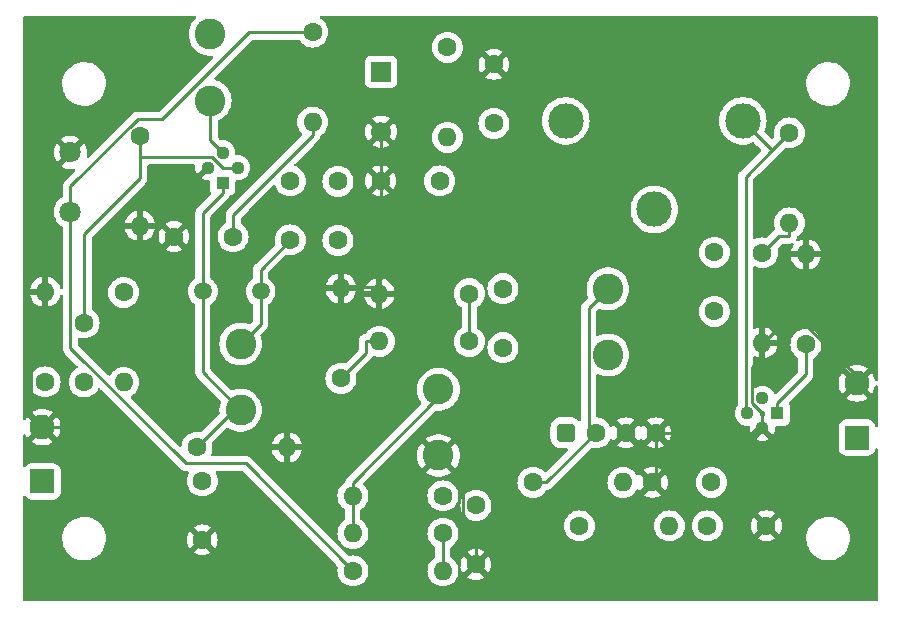
<source format=gbr>
G04 #@! TF.GenerationSoftware,KiCad,Pcbnew,(7.0.0)*
G04 #@! TF.CreationDate,2023-03-14T20:30:00-04:00*
G04 #@! TF.ProjectId,2ndmixer-2ndlo,326e646d-6978-4657-922d-326e646c6f2e,1*
G04 #@! TF.SameCoordinates,Original*
G04 #@! TF.FileFunction,Copper,L2,Bot*
G04 #@! TF.FilePolarity,Positive*
%FSLAX46Y46*%
G04 Gerber Fmt 4.6, Leading zero omitted, Abs format (unit mm)*
G04 Created by KiCad (PCBNEW (7.0.0)) date 2023-03-14 20:30:00*
%MOMM*%
%LPD*%
G01*
G04 APERTURE LIST*
G04 Aperture macros list*
%AMRoundRect*
0 Rectangle with rounded corners*
0 $1 Rounding radius*
0 $2 $3 $4 $5 $6 $7 $8 $9 X,Y pos of 4 corners*
0 Add a 4 corners polygon primitive as box body*
4,1,4,$2,$3,$4,$5,$6,$7,$8,$9,$2,$3,0*
0 Add four circle primitives for the rounded corners*
1,1,$1+$1,$2,$3*
1,1,$1+$1,$4,$5*
1,1,$1+$1,$6,$7*
1,1,$1+$1,$8,$9*
0 Add four rect primitives between the rounded corners*
20,1,$1+$1,$2,$3,$4,$5,0*
20,1,$1+$1,$4,$5,$6,$7,0*
20,1,$1+$1,$6,$7,$8,$9,0*
20,1,$1+$1,$8,$9,$2,$3,0*%
G04 Aperture macros list end*
G04 #@! TA.AperFunction,ComponentPad*
%ADD10C,1.600000*%
G04 #@! TD*
G04 #@! TA.AperFunction,ComponentPad*
%ADD11O,1.600000X1.600000*%
G04 #@! TD*
G04 #@! TA.AperFunction,ComponentPad*
%ADD12R,1.701800X1.701800*%
G04 #@! TD*
G04 #@! TA.AperFunction,ComponentPad*
%ADD13C,1.701800*%
G04 #@! TD*
G04 #@! TA.AperFunction,ComponentPad*
%ADD14RoundRect,0.250001X0.799999X-0.799999X0.799999X0.799999X-0.799999X0.799999X-0.799999X-0.799999X0*%
G04 #@! TD*
G04 #@! TA.AperFunction,ComponentPad*
%ADD15C,2.100000*%
G04 #@! TD*
G04 #@! TA.AperFunction,ComponentPad*
%ADD16C,1.800000*%
G04 #@! TD*
G04 #@! TA.AperFunction,ComponentPad*
%ADD17C,2.600000*%
G04 #@! TD*
G04 #@! TA.AperFunction,ComponentPad*
%ADD18RoundRect,0.400000X-0.400000X-0.400000X0.400000X-0.400000X0.400000X0.400000X-0.400000X0.400000X0*%
G04 #@! TD*
G04 #@! TA.AperFunction,ComponentPad*
%ADD19R,1.110000X1.110000*%
G04 #@! TD*
G04 #@! TA.AperFunction,ComponentPad*
%ADD20C,1.110000*%
G04 #@! TD*
G04 #@! TA.AperFunction,ComponentPad*
%ADD21C,1.500000*%
G04 #@! TD*
G04 #@! TA.AperFunction,ComponentPad*
%ADD22C,3.000000*%
G04 #@! TD*
G04 #@! TA.AperFunction,Conductor*
%ADD23C,0.250000*%
G04 #@! TD*
G04 APERTURE END LIST*
D10*
X181533800Y-118414800D03*
D11*
X189153799Y-118414799D03*
D10*
X152207600Y-93929200D03*
X147207600Y-93929200D03*
X199313800Y-85140800D03*
D11*
X199313799Y-92760799D03*
D10*
X149598800Y-114604800D03*
X149598800Y-119604800D03*
D12*
X164744399Y-79959199D03*
D13*
X164744400Y-85039200D03*
D10*
X169976800Y-119049800D03*
D11*
X162356799Y-119049799D03*
D10*
X200710800Y-103047800D03*
D11*
X200710799Y-95427799D03*
D14*
X136053200Y-114655600D03*
D15*
X136053200Y-110055600D03*
D16*
X138430000Y-91806400D03*
X138430000Y-86806400D03*
D10*
X172212000Y-98755200D03*
D11*
X164591999Y-98755199D03*
D10*
X192963800Y-100253800D03*
X192963800Y-95253800D03*
X175056800Y-98338000D03*
X175056800Y-103338000D03*
X149148800Y-111760000D03*
D11*
X156768799Y-111759999D03*
D10*
X144322800Y-85394800D03*
D11*
X144322799Y-93014799D03*
D10*
X197027800Y-95300800D03*
D11*
X197027799Y-102920799D03*
D10*
X170357800Y-77901800D03*
D11*
X170357799Y-85521799D03*
D10*
X172212000Y-102805200D03*
D11*
X164591999Y-102805199D03*
D14*
X205028800Y-110949800D03*
D15*
X205028800Y-106349800D03*
D17*
X152857200Y-103022400D03*
X152857200Y-108622400D03*
D10*
X142951200Y-98653600D03*
D11*
X142951199Y-106273599D03*
D10*
X169700000Y-89204800D03*
X164700000Y-89204800D03*
X139598400Y-101233600D03*
X139598400Y-106233600D03*
D18*
X180390800Y-110540800D03*
D10*
X182930800Y-110540800D03*
X185470800Y-110540800D03*
X188010800Y-110540800D03*
D19*
X151333199Y-89357199D03*
D20*
X152603200Y-88087200D03*
X151333200Y-86817200D03*
X150063200Y-88087200D03*
D10*
X161340800Y-105925200D03*
D11*
X161340799Y-98305199D03*
D10*
X161086800Y-89244800D03*
X161086800Y-94244800D03*
X197368800Y-118414800D03*
X192368800Y-118414800D03*
X174294800Y-79338800D03*
X174294800Y-84338800D03*
X136296400Y-106222800D03*
D11*
X136296399Y-98602799D03*
D10*
X162356800Y-122224800D03*
D11*
X169976799Y-122224799D03*
D10*
X192709800Y-114731800D03*
X187709800Y-114731800D03*
X177596800Y-114731800D03*
D11*
X185216799Y-114731799D03*
D21*
X149656800Y-98552000D03*
X154536800Y-98552000D03*
D10*
X172770800Y-116676800D03*
X172770800Y-121676800D03*
X169976800Y-115874800D03*
D11*
X162356799Y-115874799D03*
D19*
X198297799Y-108889799D03*
D20*
X197027800Y-107619800D03*
X195757800Y-108889800D03*
X197027800Y-110159800D03*
D17*
X183946800Y-98348800D03*
X183946800Y-103948800D03*
X169595800Y-106857800D03*
X169595800Y-112457800D03*
D22*
X180376800Y-84124800D03*
X187876800Y-91624800D03*
X195376800Y-84124800D03*
D10*
X158953200Y-76606400D03*
D11*
X158953199Y-84226399D03*
D10*
X157050000Y-89204800D03*
X157050000Y-94204800D03*
D17*
X150266400Y-76809600D03*
X150266400Y-82409600D03*
D23*
X144322800Y-87181400D02*
X144322800Y-88982200D01*
X152603200Y-88087200D02*
X151333300Y-88087200D01*
X144322800Y-88982200D02*
X139598400Y-93706600D01*
X150427500Y-87181400D02*
X144322800Y-87181400D01*
X144322800Y-85394800D02*
X144322800Y-87181400D01*
X151333300Y-88087200D02*
X150427500Y-87181400D01*
X139598400Y-93706600D02*
X139598400Y-101233600D01*
X197027800Y-110159800D02*
X196528400Y-110159800D01*
X197027800Y-102984300D02*
X199644200Y-100367900D01*
X197027800Y-103483400D02*
X197027800Y-103047800D01*
X172770800Y-121676800D02*
X172770800Y-118662200D01*
X200710800Y-99301300D02*
X200710800Y-95427800D01*
X164592000Y-98192500D02*
X164592000Y-97629900D01*
X164700000Y-85083600D02*
X164744400Y-85039200D01*
X188010800Y-114430800D02*
X187709800Y-114731800D01*
X164592000Y-98755200D02*
X164592000Y-98192500D01*
X196147400Y-110540800D02*
X188010800Y-110540800D01*
X197027800Y-102984300D02*
X197027800Y-103047800D01*
X164592000Y-97629900D02*
X164700000Y-97521900D01*
X197027800Y-104046100D02*
X196125500Y-104948400D01*
X149598800Y-119604800D02*
X140049600Y-110055600D01*
X196125500Y-104948400D02*
X196125500Y-107987400D01*
X205028800Y-105752500D02*
X199644200Y-100367900D01*
X188010800Y-110540800D02*
X188010800Y-114430800D01*
X135119600Y-100904900D02*
X135119600Y-109122000D01*
X164700000Y-89204800D02*
X164700000Y-85083600D01*
X197027800Y-103483400D02*
X197027800Y-104046100D01*
X162578800Y-98192500D02*
X162466100Y-98305200D01*
X135119600Y-109122000D02*
X136053200Y-110055600D01*
X197027800Y-102920800D02*
X197027800Y-102984300D01*
X136296400Y-99728100D02*
X135119600Y-100904900D01*
X196528400Y-110159800D02*
X196147400Y-110540800D01*
X197027800Y-108889700D02*
X197027800Y-110159800D01*
X196147400Y-117193400D02*
X197368800Y-118414800D01*
X196147400Y-110540800D02*
X196147400Y-117193400D01*
X172770800Y-118662200D02*
X171637400Y-117528800D01*
X164592000Y-98192500D02*
X162578800Y-98192500D01*
X140049600Y-110055600D02*
X136053200Y-110055600D01*
X171637400Y-114499400D02*
X169595800Y-112457800D01*
X136296400Y-98602800D02*
X136296400Y-99728100D01*
X196125500Y-107987400D02*
X197027800Y-108889700D01*
X161340800Y-98305200D02*
X162466100Y-98305200D01*
X185470800Y-110540800D02*
X177349400Y-118662200D01*
X177349400Y-118662200D02*
X172770800Y-118662200D01*
X199644200Y-100367900D02*
X200710800Y-99301300D01*
X205028800Y-106349800D02*
X205028800Y-105752500D01*
X171637400Y-117528800D02*
X171637400Y-114499400D01*
X164700000Y-97521900D02*
X164700000Y-89204800D01*
X152207600Y-92097300D02*
X152207600Y-93929200D01*
X158953200Y-85351700D02*
X152207600Y-92097300D01*
X158953200Y-84226400D02*
X158953200Y-85351700D01*
X150266400Y-85750400D02*
X150266400Y-82409600D01*
X151333200Y-86817200D02*
X150266400Y-85750400D01*
X154536800Y-98552000D02*
X154536800Y-101342800D01*
X154536800Y-101342800D02*
X152857200Y-103022400D01*
X154536800Y-96718000D02*
X154536800Y-98552000D01*
X157050000Y-94204800D02*
X154536800Y-96718000D01*
X172212000Y-102805200D02*
X172212000Y-98755200D01*
X163466700Y-103799300D02*
X163466700Y-102805200D01*
X161340800Y-105925200D02*
X163466700Y-103799300D01*
X164592000Y-102805200D02*
X163466700Y-102805200D01*
X169976800Y-122224800D02*
X169976800Y-119049800D01*
X199313800Y-92760800D02*
X199313800Y-93886100D01*
X198442500Y-93886100D02*
X199313800Y-93886100D01*
X197027800Y-95300800D02*
X198442500Y-93886100D01*
X149656800Y-91913900D02*
X149656800Y-98552000D01*
X151333200Y-90237500D02*
X149656800Y-91913900D01*
X149656800Y-105422000D02*
X152571800Y-108337000D01*
X151333200Y-89357200D02*
X151333200Y-90237500D01*
X152571800Y-108337000D02*
X152857200Y-108622400D01*
X149656800Y-98552000D02*
X149656800Y-105422000D01*
X149148800Y-111760000D02*
X152571800Y-108337000D01*
X182930800Y-110540800D02*
X182302300Y-109912300D01*
X182302300Y-99993300D02*
X183946800Y-98348800D01*
X178739800Y-114731800D02*
X182930800Y-110540800D01*
X182302300Y-109912300D02*
X182302300Y-99993300D01*
X177596800Y-114731800D02*
X178739800Y-114731800D01*
X162356800Y-115874800D02*
X162356800Y-114749500D01*
X162356800Y-114749500D02*
X169595800Y-107510500D01*
X162356800Y-119049800D02*
X162356800Y-115874800D01*
X169595800Y-107510500D02*
X169595800Y-106857800D01*
X138430000Y-91806400D02*
X138430000Y-103370200D01*
X144126000Y-83982400D02*
X138430000Y-89678400D01*
X138430000Y-89678400D02*
X138430000Y-91806400D01*
X148194300Y-113134500D02*
X153266500Y-113134500D01*
X158953200Y-76606400D02*
X153592900Y-76606400D01*
X146216900Y-83982400D02*
X144126000Y-83982400D01*
X153266500Y-113134500D02*
X162356800Y-122224800D01*
X153592900Y-76606400D02*
X146216900Y-83982400D01*
X138430000Y-103370200D02*
X148194300Y-113134500D01*
X198297800Y-108889800D02*
X198297800Y-108009500D01*
X200710800Y-105596500D02*
X198297800Y-108009500D01*
X200710800Y-103047800D02*
X200710800Y-105596500D01*
X195757800Y-108889800D02*
X195595900Y-108727900D01*
X195595900Y-88858700D02*
X197853300Y-86601300D01*
X197853300Y-86601300D02*
X199313800Y-85140800D01*
X195595900Y-108727900D02*
X195595900Y-88858700D01*
X197853300Y-86601300D02*
X195376800Y-84124800D01*
G04 #@! TA.AperFunction,Conductor*
G36*
X197027800Y-108688446D02*
G01*
X197098146Y-108681517D01*
X197165143Y-108693708D01*
X197215601Y-108739439D01*
X197234300Y-108804920D01*
X197234300Y-108983221D01*
X197215601Y-109048702D01*
X197165143Y-109094433D01*
X197098145Y-109106624D01*
X197033860Y-109100292D01*
X197021738Y-109100292D01*
X196953964Y-109106967D01*
X196900035Y-109100315D01*
X196854128Y-109071245D01*
X196825058Y-109025337D01*
X196818407Y-108971413D01*
X196826446Y-108889800D01*
X196819257Y-108816812D01*
X196825908Y-108762886D01*
X196854979Y-108716979D01*
X196900886Y-108687908D01*
X196954812Y-108681257D01*
X197027800Y-108688446D01*
G37*
G04 #@! TD.AperFunction*
G04 #@! TA.AperFunction,Conductor*
G36*
X149045381Y-75249239D02*
G01*
X149089658Y-75287924D01*
X149111139Y-75342655D01*
X149104993Y-75401129D01*
X149072601Y-75450199D01*
X148936958Y-75576058D01*
X148934069Y-75579680D01*
X148934065Y-75579685D01*
X148770849Y-75784352D01*
X148767957Y-75787979D01*
X148765638Y-75791994D01*
X148765637Y-75791997D01*
X148634750Y-76018699D01*
X148634744Y-76018710D01*
X148632429Y-76022721D01*
X148630736Y-76027034D01*
X148630731Y-76027045D01*
X148535097Y-76270718D01*
X148535094Y-76270725D01*
X148533401Y-76275041D01*
X148532369Y-76279559D01*
X148532368Y-76279565D01*
X148474116Y-76534781D01*
X148474114Y-76534789D01*
X148473085Y-76539301D01*
X148472738Y-76543920D01*
X148472738Y-76543926D01*
X148463305Y-76669802D01*
X148452829Y-76809600D01*
X148453176Y-76814229D01*
X148453176Y-76814230D01*
X148471738Y-77061934D01*
X148473085Y-77079899D01*
X148474115Y-77084412D01*
X148474116Y-77084418D01*
X148521673Y-77292776D01*
X148533401Y-77344159D01*
X148535096Y-77348477D01*
X148535097Y-77348481D01*
X148630731Y-77592154D01*
X148630734Y-77592160D01*
X148632429Y-77596479D01*
X148634747Y-77600494D01*
X148634750Y-77600500D01*
X148677020Y-77673713D01*
X148767957Y-77831221D01*
X148936958Y-78043142D01*
X149135657Y-78227507D01*
X149359615Y-78380199D01*
X149603828Y-78497806D01*
X149608256Y-78499171D01*
X149608259Y-78499173D01*
X149733334Y-78537753D01*
X149862842Y-78577701D01*
X150130872Y-78618100D01*
X150135509Y-78618100D01*
X150385932Y-78618100D01*
X150442227Y-78631615D01*
X150486250Y-78669215D01*
X150508405Y-78722702D01*
X150503863Y-78780418D01*
X150473613Y-78829781D01*
X145990814Y-83312581D01*
X145950586Y-83339461D01*
X145903133Y-83348900D01*
X144204835Y-83348900D01*
X144193560Y-83348368D01*
X144186091Y-83346699D01*
X144178292Y-83346944D01*
X144118001Y-83348839D01*
X144114106Y-83348900D01*
X144086144Y-83348900D01*
X144082290Y-83349386D01*
X144082283Y-83349387D01*
X144082025Y-83349420D01*
X144070403Y-83350334D01*
X144033903Y-83351481D01*
X144033895Y-83351482D01*
X144026110Y-83351727D01*
X144018629Y-83353900D01*
X144018618Y-83353902D01*
X144006505Y-83357422D01*
X143987457Y-83361367D01*
X143974940Y-83362948D01*
X143974936Y-83362948D01*
X143967203Y-83363926D01*
X143959953Y-83366796D01*
X143959950Y-83366797D01*
X143926007Y-83380235D01*
X143914963Y-83384016D01*
X143879901Y-83394203D01*
X143879891Y-83394207D01*
X143872406Y-83396382D01*
X143865696Y-83400349D01*
X143865687Y-83400354D01*
X143854829Y-83406776D01*
X143837361Y-83415333D01*
X143818383Y-83422848D01*
X143812077Y-83427428D01*
X143812074Y-83427431D01*
X143782545Y-83448885D01*
X143772785Y-83455296D01*
X143741352Y-83473886D01*
X143741348Y-83473888D01*
X143734637Y-83477858D01*
X143729121Y-83483373D01*
X143729118Y-83483376D01*
X143720194Y-83492299D01*
X143705411Y-83504925D01*
X143695207Y-83512339D01*
X143695200Y-83512345D01*
X143688893Y-83516928D01*
X143683924Y-83522933D01*
X143683921Y-83522937D01*
X143660652Y-83551064D01*
X143652792Y-83559701D01*
X140012258Y-87200234D01*
X139957000Y-87232239D01*
X139893144Y-87232503D01*
X139837623Y-87200956D01*
X139805163Y-87145964D01*
X139804372Y-87082112D01*
X139814376Y-87042605D01*
X139816062Y-87032502D01*
X139834374Y-86811517D01*
X139834374Y-86801283D01*
X139816062Y-86580297D01*
X139814378Y-86570203D01*
X139759940Y-86355233D01*
X139756621Y-86345566D01*
X139667543Y-86142486D01*
X139662678Y-86133496D01*
X139588753Y-86020347D01*
X139580786Y-86012622D01*
X139571405Y-86018546D01*
X138430000Y-87159953D01*
X137643666Y-87946285D01*
X137637006Y-87958391D01*
X137645113Y-87969581D01*
X137657602Y-87979301D01*
X137666151Y-87984887D01*
X137861194Y-88090439D01*
X137870547Y-88094541D01*
X138080290Y-88166546D01*
X138090199Y-88169055D01*
X138308929Y-88205555D01*
X138319127Y-88206400D01*
X138540873Y-88206400D01*
X138551067Y-88205555D01*
X138716454Y-88177957D01*
X138778095Y-88183321D01*
X138829470Y-88217803D01*
X138857788Y-88272816D01*
X138855997Y-88334664D01*
X138824545Y-88387947D01*
X138037793Y-89174700D01*
X138029444Y-89182298D01*
X138022982Y-89186400D01*
X138017641Y-89192086D01*
X138017639Y-89192089D01*
X137976339Y-89236068D01*
X137973634Y-89238860D01*
X137953865Y-89258630D01*
X137951481Y-89261702D01*
X137951478Y-89261706D01*
X137951322Y-89261908D01*
X137943752Y-89270770D01*
X137913414Y-89303079D01*
X137909659Y-89309907D01*
X137909658Y-89309910D01*
X137903579Y-89320967D01*
X137892903Y-89337219D01*
X137885168Y-89347191D01*
X137885160Y-89347202D01*
X137880386Y-89353359D01*
X137877291Y-89360510D01*
X137877288Y-89360516D01*
X137862786Y-89394028D01*
X137857648Y-89404515D01*
X137840065Y-89436498D01*
X137840061Y-89436506D01*
X137836305Y-89443340D01*
X137834366Y-89450891D01*
X137834363Y-89450899D01*
X137831225Y-89463122D01*
X137824926Y-89481519D01*
X137816819Y-89500255D01*
X137815599Y-89507953D01*
X137815598Y-89507959D01*
X137809888Y-89544011D01*
X137807520Y-89555445D01*
X137798438Y-89590817D01*
X137798436Y-89590826D01*
X137796500Y-89598370D01*
X137796500Y-89606166D01*
X137796500Y-89618785D01*
X137794973Y-89638183D01*
X137794096Y-89643723D01*
X137791780Y-89658343D01*
X137792514Y-89666108D01*
X137792514Y-89666111D01*
X137795950Y-89702458D01*
X137796500Y-89714127D01*
X137796500Y-90473819D01*
X137779023Y-90537293D01*
X137731517Y-90582874D01*
X137661493Y-90620768D01*
X137661481Y-90620775D01*
X137656983Y-90623210D01*
X137652946Y-90626351D01*
X137652937Y-90626358D01*
X137476821Y-90763436D01*
X137476815Y-90763440D01*
X137472780Y-90766582D01*
X137469318Y-90770341D01*
X137469311Y-90770349D01*
X137318161Y-90934541D01*
X137318155Y-90934548D01*
X137314686Y-90938317D01*
X137311881Y-90942608D01*
X137311878Y-90942614D01*
X137189820Y-91129437D01*
X137189813Y-91129449D01*
X137187016Y-91133731D01*
X137184961Y-91138415D01*
X137184955Y-91138427D01*
X137095311Y-91342796D01*
X137093251Y-91347493D01*
X137091993Y-91352458D01*
X137091992Y-91352463D01*
X137037208Y-91568799D01*
X137037206Y-91568808D01*
X137035949Y-91573774D01*
X137035525Y-91578883D01*
X137035524Y-91578893D01*
X137021330Y-91750195D01*
X137016673Y-91806400D01*
X137017097Y-91811517D01*
X137035524Y-92033906D01*
X137035525Y-92033914D01*
X137035949Y-92039026D01*
X137037206Y-92043993D01*
X137037208Y-92044000D01*
X137069661Y-92172152D01*
X137093251Y-92265307D01*
X137095311Y-92270003D01*
X137184955Y-92474372D01*
X137184958Y-92474378D01*
X137187016Y-92479069D01*
X137189816Y-92483355D01*
X137189820Y-92483362D01*
X137248846Y-92573707D01*
X137314686Y-92674483D01*
X137318160Y-92678256D01*
X137318161Y-92678258D01*
X137469250Y-92842384D01*
X137472780Y-92846218D01*
X137656983Y-92989590D01*
X137661490Y-92992029D01*
X137661493Y-92992031D01*
X137731517Y-93029926D01*
X137779023Y-93075507D01*
X137796500Y-93138981D01*
X137796500Y-98236559D01*
X137782489Y-98293816D01*
X137743623Y-98338134D01*
X137688685Y-98359498D01*
X137630089Y-98353081D01*
X137581078Y-98320332D01*
X137552725Y-98268653D01*
X137524067Y-98161702D01*
X137520379Y-98151568D01*
X137428820Y-97955219D01*
X137423432Y-97945887D01*
X137299167Y-97768418D01*
X137292230Y-97760152D01*
X137139047Y-97606969D01*
X137130781Y-97600032D01*
X136953312Y-97475767D01*
X136943980Y-97470379D01*
X136747634Y-97378822D01*
X136737492Y-97375130D01*
X136560180Y-97327620D01*
X136548951Y-97327252D01*
X136546400Y-97338195D01*
X136546400Y-99867405D01*
X136548951Y-99878347D01*
X136560180Y-99877979D01*
X136737492Y-99830469D01*
X136747634Y-99826777D01*
X136943980Y-99735220D01*
X136953312Y-99729832D01*
X137130781Y-99605567D01*
X137139047Y-99598630D01*
X137292230Y-99445447D01*
X137299167Y-99437181D01*
X137423432Y-99259712D01*
X137428820Y-99250380D01*
X137520379Y-99054031D01*
X137524067Y-99043897D01*
X137552725Y-98936947D01*
X137581078Y-98885268D01*
X137630089Y-98852519D01*
X137688685Y-98846102D01*
X137743623Y-98867466D01*
X137782489Y-98911784D01*
X137796500Y-98969041D01*
X137796500Y-103291354D01*
X137795968Y-103302637D01*
X137794298Y-103310109D01*
X137794543Y-103317905D01*
X137794543Y-103317907D01*
X137796439Y-103378217D01*
X137796500Y-103382113D01*
X137796500Y-103410056D01*
X137796988Y-103413921D01*
X137796989Y-103413932D01*
X137797019Y-103414170D01*
X137797934Y-103425796D01*
X137799081Y-103462296D01*
X137799082Y-103462303D01*
X137799327Y-103470089D01*
X137801500Y-103477570D01*
X137801502Y-103477580D01*
X137805022Y-103489695D01*
X137808967Y-103508742D01*
X137811526Y-103528997D01*
X137814395Y-103536245D01*
X137814398Y-103536254D01*
X137827838Y-103570201D01*
X137831621Y-103581248D01*
X137843982Y-103623793D01*
X137847953Y-103630508D01*
X137847954Y-103630510D01*
X137854375Y-103641368D01*
X137862930Y-103658831D01*
X137870448Y-103677817D01*
X137875030Y-103684124D01*
X137875031Y-103684125D01*
X137896491Y-103713662D01*
X137902905Y-103723427D01*
X137925458Y-103761562D01*
X137930976Y-103767080D01*
X137939889Y-103775993D01*
X137952525Y-103790788D01*
X137959938Y-103800991D01*
X137959943Y-103800996D01*
X137964528Y-103807307D01*
X137998667Y-103835549D01*
X138007308Y-103843412D01*
X139033520Y-104869624D01*
X139064100Y-104920017D01*
X139067955Y-104978837D01*
X139044215Y-105032791D01*
X138998245Y-105069687D01*
X138946557Y-105093789D01*
X138946554Y-105093790D01*
X138941651Y-105096077D01*
X138937217Y-105099181D01*
X138937213Y-105099184D01*
X138758534Y-105224296D01*
X138758524Y-105224303D01*
X138754100Y-105227402D01*
X138750274Y-105231227D01*
X138750268Y-105231233D01*
X138596033Y-105385468D01*
X138596027Y-105385474D01*
X138592202Y-105389300D01*
X138589103Y-105393724D01*
X138589096Y-105393734D01*
X138463984Y-105572413D01*
X138463981Y-105572417D01*
X138460877Y-105576851D01*
X138458588Y-105581759D01*
X138458585Y-105581765D01*
X138366402Y-105779453D01*
X138366399Y-105779460D01*
X138364116Y-105784357D01*
X138362719Y-105789567D01*
X138362716Y-105789578D01*
X138306258Y-106000280D01*
X138306255Y-106000292D01*
X138304857Y-106005513D01*
X138304385Y-106010902D01*
X138304384Y-106010911D01*
X138288767Y-106189420D01*
X138284902Y-106233600D01*
X138285374Y-106238995D01*
X138304384Y-106456288D01*
X138304385Y-106456295D01*
X138304857Y-106461687D01*
X138306256Y-106466908D01*
X138306258Y-106466919D01*
X138362716Y-106677621D01*
X138362718Y-106677628D01*
X138364116Y-106682843D01*
X138366400Y-106687743D01*
X138366402Y-106687746D01*
X138425228Y-106813900D01*
X138460877Y-106890349D01*
X138463984Y-106894786D01*
X138589096Y-107073465D01*
X138589099Y-107073469D01*
X138592202Y-107077900D01*
X138754100Y-107239798D01*
X138758532Y-107242901D01*
X138758534Y-107242903D01*
X138766456Y-107248450D01*
X138941651Y-107371123D01*
X139149157Y-107467884D01*
X139154377Y-107469282D01*
X139154378Y-107469283D01*
X139365080Y-107525741D01*
X139365082Y-107525741D01*
X139370313Y-107527143D01*
X139598400Y-107547098D01*
X139826487Y-107527143D01*
X140047643Y-107467884D01*
X140255149Y-107371123D01*
X140442700Y-107239798D01*
X140604598Y-107077900D01*
X140735923Y-106890349D01*
X140762313Y-106833753D01*
X140799207Y-106787785D01*
X140853161Y-106764044D01*
X140911981Y-106767899D01*
X140962375Y-106798479D01*
X147690594Y-113526698D01*
X147698196Y-113535051D01*
X147702300Y-113541518D01*
X147707990Y-113546861D01*
X147751967Y-113588158D01*
X147754765Y-113590869D01*
X147774530Y-113610634D01*
X147777784Y-113613158D01*
X147786667Y-113620744D01*
X147818979Y-113651086D01*
X147825817Y-113654845D01*
X147836868Y-113660921D01*
X147853130Y-113671603D01*
X147863088Y-113679327D01*
X147863092Y-113679329D01*
X147869259Y-113684113D01*
X147876419Y-113687211D01*
X147876422Y-113687213D01*
X147909914Y-113701706D01*
X147920407Y-113706846D01*
X147959240Y-113728195D01*
X147979018Y-113733273D01*
X147997420Y-113739574D01*
X148008991Y-113744581D01*
X148016155Y-113747681D01*
X148059914Y-113754611D01*
X148071341Y-113756977D01*
X148114270Y-113768000D01*
X148134691Y-113768000D01*
X148154088Y-113769527D01*
X148156754Y-113769949D01*
X148174243Y-113772719D01*
X148218349Y-113768549D01*
X148230018Y-113768000D01*
X148351001Y-113768000D01*
X148413003Y-113784614D01*
X148458391Y-113830004D01*
X148475001Y-113892008D01*
X148460124Y-113947513D01*
X148461277Y-113948051D01*
X148366802Y-114150653D01*
X148366799Y-114150660D01*
X148364516Y-114155557D01*
X148363119Y-114160767D01*
X148363116Y-114160778D01*
X148306658Y-114371480D01*
X148306655Y-114371492D01*
X148305257Y-114376713D01*
X148304785Y-114382102D01*
X148304784Y-114382111D01*
X148289066Y-114561774D01*
X148285302Y-114604800D01*
X148285774Y-114610195D01*
X148304784Y-114827488D01*
X148304785Y-114827495D01*
X148305257Y-114832887D01*
X148306656Y-114838108D01*
X148306658Y-114838119D01*
X148363116Y-115048821D01*
X148363118Y-115048828D01*
X148364516Y-115054043D01*
X148366800Y-115058943D01*
X148366802Y-115058946D01*
X148438924Y-115213613D01*
X148461277Y-115261549D01*
X148464384Y-115265986D01*
X148589496Y-115444665D01*
X148589499Y-115444669D01*
X148592602Y-115449100D01*
X148754500Y-115610998D01*
X148758932Y-115614101D01*
X148758934Y-115614103D01*
X148798033Y-115641480D01*
X148942051Y-115742323D01*
X149149557Y-115839084D01*
X149154777Y-115840482D01*
X149154778Y-115840483D01*
X149365480Y-115896941D01*
X149365482Y-115896941D01*
X149370713Y-115898343D01*
X149598800Y-115918298D01*
X149826887Y-115898343D01*
X150048043Y-115839084D01*
X150255549Y-115742323D01*
X150443100Y-115610998D01*
X150604998Y-115449100D01*
X150736323Y-115261549D01*
X150833084Y-115054043D01*
X150892343Y-114832887D01*
X150912298Y-114604800D01*
X150892343Y-114376713D01*
X150874456Y-114309960D01*
X150834483Y-114160778D01*
X150834482Y-114160777D01*
X150833084Y-114155557D01*
X150736323Y-113948051D01*
X150737475Y-113947513D01*
X150722599Y-113892008D01*
X150739209Y-113830004D01*
X150784597Y-113784614D01*
X150846599Y-113768000D01*
X152952734Y-113768000D01*
X153000187Y-113777439D01*
X153040415Y-113804319D01*
X161048464Y-121812368D01*
X161080558Y-121867955D01*
X161080558Y-121932141D01*
X161064657Y-121991484D01*
X161064654Y-121991495D01*
X161063257Y-121996713D01*
X161062785Y-122002098D01*
X161062785Y-122002103D01*
X161061479Y-122017033D01*
X161043302Y-122224800D01*
X161043774Y-122230195D01*
X161062784Y-122447488D01*
X161062785Y-122447495D01*
X161063257Y-122452887D01*
X161064656Y-122458108D01*
X161064658Y-122458119D01*
X161121116Y-122668821D01*
X161121118Y-122668828D01*
X161122516Y-122674043D01*
X161124800Y-122678943D01*
X161124802Y-122678946D01*
X161185551Y-122809223D01*
X161219277Y-122881549D01*
X161222384Y-122885986D01*
X161347496Y-123064665D01*
X161347499Y-123064669D01*
X161350602Y-123069100D01*
X161512500Y-123230998D01*
X161700051Y-123362323D01*
X161907557Y-123459084D01*
X161912777Y-123460482D01*
X161912778Y-123460483D01*
X162123480Y-123516941D01*
X162123482Y-123516941D01*
X162128713Y-123518343D01*
X162356800Y-123538298D01*
X162584887Y-123518343D01*
X162806043Y-123459084D01*
X163013549Y-123362323D01*
X163201100Y-123230998D01*
X163362998Y-123069100D01*
X163494323Y-122881549D01*
X163591084Y-122674043D01*
X163650343Y-122452887D01*
X163670298Y-122224800D01*
X168663302Y-122224800D01*
X168663774Y-122230195D01*
X168682784Y-122447488D01*
X168682785Y-122447495D01*
X168683257Y-122452887D01*
X168684656Y-122458108D01*
X168684658Y-122458119D01*
X168741116Y-122668821D01*
X168741118Y-122668828D01*
X168742516Y-122674043D01*
X168744800Y-122678943D01*
X168744802Y-122678946D01*
X168805551Y-122809223D01*
X168839277Y-122881549D01*
X168842384Y-122885986D01*
X168967496Y-123064665D01*
X168967499Y-123064669D01*
X168970602Y-123069100D01*
X169132500Y-123230998D01*
X169320051Y-123362323D01*
X169527557Y-123459084D01*
X169532777Y-123460482D01*
X169532778Y-123460483D01*
X169743480Y-123516941D01*
X169743482Y-123516941D01*
X169748713Y-123518343D01*
X169976800Y-123538298D01*
X170204887Y-123518343D01*
X170426043Y-123459084D01*
X170633549Y-123362323D01*
X170821100Y-123230998D01*
X170982998Y-123069100D01*
X171114323Y-122881549D01*
X171173099Y-122755503D01*
X172049017Y-122755503D01*
X172056450Y-122763614D01*
X172113877Y-122803825D01*
X172123227Y-122809223D01*
X172319568Y-122900779D01*
X172329702Y-122904467D01*
X172538962Y-122960539D01*
X172549593Y-122962413D01*
X172765405Y-122981294D01*
X172776195Y-122981294D01*
X172992006Y-122962413D01*
X173002637Y-122960539D01*
X173211897Y-122904467D01*
X173222031Y-122900779D01*
X173418375Y-122809222D01*
X173427720Y-122803826D01*
X173485148Y-122763614D01*
X173492580Y-122755503D01*
X173486667Y-122746221D01*
X172782342Y-122041895D01*
X172770800Y-122035231D01*
X172759257Y-122041895D01*
X172054928Y-122746224D01*
X172049017Y-122755503D01*
X171173099Y-122755503D01*
X171211084Y-122674043D01*
X171270343Y-122452887D01*
X171290298Y-122224800D01*
X171277363Y-122076953D01*
X171287032Y-122017033D01*
X171323982Y-121968880D01*
X171355862Y-121954574D01*
X171316108Y-121951678D01*
X171306479Y-121945544D01*
X171400139Y-121945544D01*
X171439894Y-121948441D01*
X171491085Y-121981053D01*
X171520666Y-122034053D01*
X171543132Y-122117897D01*
X171546820Y-122128031D01*
X171638376Y-122324372D01*
X171643774Y-122333722D01*
X171683984Y-122391148D01*
X171692095Y-122398581D01*
X171701374Y-122392670D01*
X172405703Y-121688342D01*
X172412367Y-121676800D01*
X173129231Y-121676800D01*
X173135895Y-121688342D01*
X173840221Y-122392667D01*
X173849503Y-122398580D01*
X173857614Y-122391148D01*
X173897826Y-122333720D01*
X173903222Y-122324375D01*
X173994779Y-122128031D01*
X173998467Y-122117897D01*
X174054539Y-121908637D01*
X174056413Y-121898006D01*
X174075294Y-121682195D01*
X174075294Y-121671405D01*
X174056413Y-121455593D01*
X174054539Y-121444962D01*
X173998467Y-121235702D01*
X173994779Y-121225568D01*
X173903223Y-121029227D01*
X173897825Y-121019877D01*
X173857614Y-120962450D01*
X173849503Y-120955017D01*
X173840224Y-120960928D01*
X173135895Y-121665257D01*
X173129231Y-121676800D01*
X172412367Y-121676800D01*
X172405703Y-121665257D01*
X171701374Y-120960928D01*
X171692096Y-120955017D01*
X171683983Y-120962451D01*
X171643771Y-121019881D01*
X171638377Y-121029225D01*
X171546820Y-121225568D01*
X171543132Y-121235702D01*
X171487060Y-121444962D01*
X171485186Y-121455593D01*
X171466306Y-121671405D01*
X171466306Y-121682195D01*
X171478639Y-121823165D01*
X171468970Y-121883086D01*
X171432020Y-121931240D01*
X171400139Y-121945544D01*
X171306479Y-121945544D01*
X171264917Y-121919066D01*
X171235336Y-121866066D01*
X171212483Y-121780778D01*
X171212482Y-121780777D01*
X171211084Y-121775557D01*
X171114323Y-121568051D01*
X170982998Y-121380500D01*
X170821100Y-121218602D01*
X170816669Y-121215499D01*
X170816665Y-121215496D01*
X170663176Y-121108022D01*
X170624311Y-121063704D01*
X170610300Y-121006447D01*
X170610300Y-120598096D01*
X172049017Y-120598096D01*
X172054928Y-120607374D01*
X172759257Y-121311703D01*
X172770799Y-121318367D01*
X172782342Y-121311703D01*
X173486670Y-120607374D01*
X173492581Y-120598095D01*
X173485148Y-120589984D01*
X173427722Y-120549774D01*
X173418372Y-120544376D01*
X173222031Y-120452820D01*
X173211897Y-120449132D01*
X173002637Y-120393060D01*
X172992006Y-120391186D01*
X172776195Y-120372306D01*
X172765405Y-120372306D01*
X172549593Y-120391186D01*
X172538962Y-120393060D01*
X172329702Y-120449132D01*
X172319568Y-120452820D01*
X172123225Y-120544377D01*
X172113881Y-120549771D01*
X172056451Y-120589983D01*
X172049017Y-120598096D01*
X170610300Y-120598096D01*
X170610300Y-120268153D01*
X170624311Y-120210896D01*
X170663176Y-120166578D01*
X170759561Y-120099088D01*
X170821100Y-120055998D01*
X170982998Y-119894100D01*
X171114323Y-119706549D01*
X171211084Y-119499043D01*
X171270343Y-119277887D01*
X171290298Y-119049800D01*
X171270343Y-118821713D01*
X171211084Y-118600557D01*
X171124465Y-118414800D01*
X180220302Y-118414800D01*
X180220774Y-118420195D01*
X180239784Y-118637488D01*
X180239785Y-118637495D01*
X180240257Y-118642887D01*
X180241656Y-118648108D01*
X180241658Y-118648119D01*
X180298116Y-118858821D01*
X180298118Y-118858828D01*
X180299516Y-118864043D01*
X180301800Y-118868943D01*
X180301802Y-118868946D01*
X180386135Y-119049800D01*
X180396277Y-119071549D01*
X180399384Y-119075986D01*
X180524496Y-119254665D01*
X180524499Y-119254669D01*
X180527602Y-119259100D01*
X180689500Y-119420998D01*
X180877051Y-119552323D01*
X181084557Y-119649084D01*
X181089777Y-119650482D01*
X181089778Y-119650483D01*
X181300480Y-119706941D01*
X181300482Y-119706941D01*
X181305713Y-119708343D01*
X181533800Y-119728298D01*
X181761887Y-119708343D01*
X181983043Y-119649084D01*
X182190549Y-119552323D01*
X182378100Y-119420998D01*
X182539998Y-119259100D01*
X182671323Y-119071549D01*
X182768084Y-118864043D01*
X182827343Y-118642887D01*
X182847298Y-118414800D01*
X187840302Y-118414800D01*
X187840774Y-118420195D01*
X187859784Y-118637488D01*
X187859785Y-118637495D01*
X187860257Y-118642887D01*
X187861656Y-118648108D01*
X187861658Y-118648119D01*
X187918116Y-118858821D01*
X187918118Y-118858828D01*
X187919516Y-118864043D01*
X187921800Y-118868943D01*
X187921802Y-118868946D01*
X188006135Y-119049800D01*
X188016277Y-119071549D01*
X188019384Y-119075986D01*
X188144496Y-119254665D01*
X188144499Y-119254669D01*
X188147602Y-119259100D01*
X188309500Y-119420998D01*
X188497051Y-119552323D01*
X188704557Y-119649084D01*
X188709777Y-119650482D01*
X188709778Y-119650483D01*
X188920480Y-119706941D01*
X188920482Y-119706941D01*
X188925713Y-119708343D01*
X189153800Y-119728298D01*
X189381887Y-119708343D01*
X189603043Y-119649084D01*
X189810549Y-119552323D01*
X189998100Y-119420998D01*
X190159998Y-119259100D01*
X190291323Y-119071549D01*
X190388084Y-118864043D01*
X190447343Y-118642887D01*
X190467298Y-118414800D01*
X191055302Y-118414800D01*
X191055774Y-118420195D01*
X191074784Y-118637488D01*
X191074785Y-118637495D01*
X191075257Y-118642887D01*
X191076656Y-118648108D01*
X191076658Y-118648119D01*
X191133116Y-118858821D01*
X191133118Y-118858828D01*
X191134516Y-118864043D01*
X191136800Y-118868943D01*
X191136802Y-118868946D01*
X191221135Y-119049800D01*
X191231277Y-119071549D01*
X191234384Y-119075986D01*
X191359496Y-119254665D01*
X191359499Y-119254669D01*
X191362602Y-119259100D01*
X191524500Y-119420998D01*
X191712051Y-119552323D01*
X191919557Y-119649084D01*
X191924777Y-119650482D01*
X191924778Y-119650483D01*
X192135480Y-119706941D01*
X192135482Y-119706941D01*
X192140713Y-119708343D01*
X192368800Y-119728298D01*
X192596887Y-119708343D01*
X192818043Y-119649084D01*
X193025549Y-119552323D01*
X193109552Y-119493503D01*
X196647017Y-119493503D01*
X196654450Y-119501614D01*
X196711877Y-119541825D01*
X196721227Y-119547223D01*
X196917568Y-119638779D01*
X196927702Y-119642467D01*
X197136962Y-119698539D01*
X197147593Y-119700413D01*
X197363405Y-119719294D01*
X197374195Y-119719294D01*
X197590006Y-119700413D01*
X197600637Y-119698539D01*
X197809897Y-119642467D01*
X197820031Y-119638779D01*
X197972321Y-119567765D01*
X200744788Y-119567765D01*
X200745282Y-119572262D01*
X200745283Y-119572267D01*
X200773917Y-119832506D01*
X200773918Y-119832513D01*
X200774414Y-119837018D01*
X200775559Y-119841398D01*
X200775561Y-119841408D01*
X200838605Y-120082554D01*
X200842928Y-120099088D01*
X200844693Y-120103242D01*
X200844696Y-120103250D01*
X200939602Y-120326581D01*
X200948870Y-120348390D01*
X200951226Y-120352251D01*
X200951229Y-120352256D01*
X201071771Y-120549771D01*
X201089982Y-120579610D01*
X201263255Y-120787820D01*
X201266630Y-120790844D01*
X201266631Y-120790845D01*
X201456455Y-120960928D01*
X201464998Y-120968582D01*
X201690910Y-121118044D01*
X201936176Y-121233020D01*
X202195569Y-121311060D01*
X202463561Y-121350500D01*
X202664369Y-121350500D01*
X202666631Y-121350500D01*
X202869156Y-121335677D01*
X203133553Y-121276780D01*
X203386558Y-121180014D01*
X203622777Y-121047441D01*
X203837177Y-120881888D01*
X204025186Y-120686881D01*
X204182799Y-120466579D01*
X204306656Y-120225675D01*
X204394118Y-119969305D01*
X204443319Y-119702933D01*
X204453212Y-119432235D01*
X204423586Y-119162982D01*
X204355072Y-118900912D01*
X204249130Y-118651610D01*
X204108018Y-118420390D01*
X203934745Y-118212180D01*
X203829759Y-118118112D01*
X203736382Y-118034446D01*
X203736378Y-118034442D01*
X203733002Y-118031418D01*
X203507090Y-117881956D01*
X203502996Y-117880036D01*
X203502991Y-117880034D01*
X203265929Y-117768904D01*
X203265925Y-117768902D01*
X203261824Y-117766980D01*
X203257477Y-117765672D01*
X203257474Y-117765671D01*
X203006772Y-117690246D01*
X203006771Y-117690245D01*
X203002431Y-117688940D01*
X202997957Y-117688281D01*
X202997950Y-117688280D01*
X202738913Y-117650158D01*
X202738907Y-117650157D01*
X202734439Y-117649500D01*
X202531369Y-117649500D01*
X202529120Y-117649664D01*
X202529109Y-117649665D01*
X202333363Y-117663992D01*
X202333359Y-117663992D01*
X202328844Y-117664323D01*
X202324426Y-117665307D01*
X202324420Y-117665308D01*
X202068877Y-117722232D01*
X202068861Y-117722236D01*
X202064447Y-117723220D01*
X202060216Y-117724838D01*
X202060210Y-117724840D01*
X201815673Y-117818367D01*
X201815663Y-117818371D01*
X201811442Y-117819986D01*
X201807494Y-117822201D01*
X201807489Y-117822204D01*
X201579176Y-117950340D01*
X201579171Y-117950343D01*
X201575223Y-117952559D01*
X201571639Y-117955325D01*
X201571635Y-117955329D01*
X201364407Y-118115343D01*
X201364394Y-118115354D01*
X201360823Y-118118112D01*
X201357685Y-118121366D01*
X201357678Y-118121373D01*
X201175958Y-118309857D01*
X201175952Y-118309864D01*
X201172814Y-118313119D01*
X201170189Y-118316787D01*
X201170179Y-118316800D01*
X201017834Y-118529740D01*
X201017830Y-118529745D01*
X201015201Y-118533421D01*
X201013132Y-118537444D01*
X201013129Y-118537450D01*
X200893416Y-118770293D01*
X200893411Y-118770304D01*
X200891344Y-118774325D01*
X200889884Y-118778602D01*
X200889879Y-118778616D01*
X200805348Y-119026395D01*
X200805344Y-119026407D01*
X200803882Y-119030695D01*
X200803057Y-119035159D01*
X200803057Y-119035161D01*
X200755504Y-119292606D01*
X200755502Y-119292619D01*
X200754681Y-119297067D01*
X200754515Y-119301593D01*
X200754515Y-119301599D01*
X200745269Y-119554614D01*
X200744788Y-119567765D01*
X197972321Y-119567765D01*
X198016375Y-119547222D01*
X198025720Y-119541826D01*
X198083148Y-119501614D01*
X198090580Y-119493503D01*
X198084667Y-119484221D01*
X197380342Y-118779895D01*
X197368799Y-118773231D01*
X197357257Y-118779895D01*
X196652928Y-119484224D01*
X196647017Y-119493503D01*
X193109552Y-119493503D01*
X193213100Y-119420998D01*
X193374998Y-119259100D01*
X193506323Y-119071549D01*
X193603084Y-118864043D01*
X193662343Y-118642887D01*
X193681826Y-118420195D01*
X196064306Y-118420195D01*
X196083186Y-118636006D01*
X196085060Y-118646637D01*
X196141132Y-118855897D01*
X196144820Y-118866031D01*
X196236376Y-119062372D01*
X196241774Y-119071722D01*
X196281984Y-119129148D01*
X196290095Y-119136581D01*
X196299374Y-119130670D01*
X197003703Y-118426342D01*
X197010366Y-118414800D01*
X197727231Y-118414800D01*
X197733895Y-118426342D01*
X198438221Y-119130667D01*
X198447503Y-119136580D01*
X198455614Y-119129148D01*
X198495826Y-119071720D01*
X198501222Y-119062375D01*
X198592779Y-118866031D01*
X198596467Y-118855897D01*
X198652539Y-118646637D01*
X198654413Y-118636006D01*
X198673294Y-118420195D01*
X198673294Y-118409405D01*
X198654413Y-118193593D01*
X198652539Y-118182962D01*
X198596467Y-117973702D01*
X198592779Y-117963568D01*
X198501223Y-117767227D01*
X198495825Y-117757877D01*
X198455614Y-117700450D01*
X198447503Y-117693017D01*
X198438224Y-117698928D01*
X197733895Y-118403257D01*
X197727231Y-118414800D01*
X197010366Y-118414800D01*
X197010367Y-118414799D01*
X197003703Y-118403257D01*
X196299374Y-117698928D01*
X196290096Y-117693017D01*
X196281983Y-117700451D01*
X196241771Y-117757881D01*
X196236377Y-117767225D01*
X196144820Y-117963568D01*
X196141132Y-117973702D01*
X196085060Y-118182962D01*
X196083186Y-118193593D01*
X196064306Y-118409405D01*
X196064306Y-118420195D01*
X193681826Y-118420195D01*
X193682298Y-118414800D01*
X193662343Y-118186713D01*
X193603084Y-117965557D01*
X193506323Y-117758051D01*
X193374998Y-117570500D01*
X193213100Y-117408602D01*
X193208669Y-117405499D01*
X193208665Y-117405496D01*
X193109551Y-117336096D01*
X196647017Y-117336096D01*
X196652928Y-117345374D01*
X197357257Y-118049703D01*
X197368799Y-118056367D01*
X197380342Y-118049703D01*
X198084670Y-117345374D01*
X198090581Y-117336095D01*
X198083148Y-117327984D01*
X198025722Y-117287774D01*
X198016372Y-117282376D01*
X197820031Y-117190820D01*
X197809897Y-117187132D01*
X197600637Y-117131060D01*
X197590006Y-117129186D01*
X197374195Y-117110306D01*
X197363405Y-117110306D01*
X197147593Y-117129186D01*
X197136962Y-117131060D01*
X196927702Y-117187132D01*
X196917568Y-117190820D01*
X196721225Y-117282377D01*
X196711881Y-117287771D01*
X196654451Y-117327983D01*
X196647017Y-117336096D01*
X193109551Y-117336096D01*
X193040536Y-117287771D01*
X193025549Y-117277277D01*
X193020634Y-117274985D01*
X192822946Y-117182802D01*
X192822943Y-117182800D01*
X192818043Y-117180516D01*
X192812828Y-117179118D01*
X192812821Y-117179116D01*
X192602119Y-117122658D01*
X192602108Y-117122656D01*
X192596887Y-117121257D01*
X192591495Y-117120785D01*
X192591488Y-117120784D01*
X192374195Y-117101774D01*
X192368800Y-117101302D01*
X192363405Y-117101774D01*
X192146111Y-117120784D01*
X192146102Y-117120785D01*
X192140713Y-117121257D01*
X192135492Y-117122655D01*
X192135480Y-117122658D01*
X191924778Y-117179116D01*
X191924767Y-117179119D01*
X191919557Y-117180516D01*
X191914660Y-117182799D01*
X191914653Y-117182802D01*
X191716965Y-117274985D01*
X191716959Y-117274988D01*
X191712051Y-117277277D01*
X191707617Y-117280381D01*
X191707613Y-117280384D01*
X191528934Y-117405496D01*
X191528924Y-117405503D01*
X191524500Y-117408602D01*
X191520674Y-117412427D01*
X191520668Y-117412433D01*
X191366433Y-117566668D01*
X191366427Y-117566674D01*
X191362602Y-117570500D01*
X191359503Y-117574924D01*
X191359496Y-117574934D01*
X191234384Y-117753613D01*
X191234381Y-117753617D01*
X191231277Y-117758051D01*
X191228988Y-117762959D01*
X191228985Y-117762965D01*
X191136802Y-117960653D01*
X191136799Y-117960660D01*
X191134516Y-117965557D01*
X191133119Y-117970767D01*
X191133116Y-117970778D01*
X191076658Y-118181480D01*
X191076655Y-118181492D01*
X191075257Y-118186713D01*
X191074785Y-118192102D01*
X191074784Y-118192111D01*
X191058275Y-118380820D01*
X191055302Y-118414800D01*
X190467298Y-118414800D01*
X190447343Y-118186713D01*
X190388084Y-117965557D01*
X190291323Y-117758051D01*
X190159998Y-117570500D01*
X189998100Y-117408602D01*
X189993669Y-117405499D01*
X189993665Y-117405496D01*
X189825536Y-117287771D01*
X189810549Y-117277277D01*
X189805634Y-117274985D01*
X189607946Y-117182802D01*
X189607943Y-117182800D01*
X189603043Y-117180516D01*
X189597828Y-117179118D01*
X189597821Y-117179116D01*
X189387119Y-117122658D01*
X189387108Y-117122656D01*
X189381887Y-117121257D01*
X189376495Y-117120785D01*
X189376488Y-117120784D01*
X189159195Y-117101774D01*
X189153800Y-117101302D01*
X189148405Y-117101774D01*
X188931111Y-117120784D01*
X188931102Y-117120785D01*
X188925713Y-117121257D01*
X188920492Y-117122655D01*
X188920480Y-117122658D01*
X188709778Y-117179116D01*
X188709767Y-117179119D01*
X188704557Y-117180516D01*
X188699660Y-117182799D01*
X188699653Y-117182802D01*
X188501965Y-117274985D01*
X188501959Y-117274988D01*
X188497051Y-117277277D01*
X188492617Y-117280381D01*
X188492613Y-117280384D01*
X188313934Y-117405496D01*
X188313924Y-117405503D01*
X188309500Y-117408602D01*
X188305674Y-117412427D01*
X188305668Y-117412433D01*
X188151433Y-117566668D01*
X188151427Y-117566674D01*
X188147602Y-117570500D01*
X188144503Y-117574924D01*
X188144496Y-117574934D01*
X188019384Y-117753613D01*
X188019381Y-117753617D01*
X188016277Y-117758051D01*
X188013988Y-117762959D01*
X188013985Y-117762965D01*
X187921802Y-117960653D01*
X187921799Y-117960660D01*
X187919516Y-117965557D01*
X187918119Y-117970767D01*
X187918116Y-117970778D01*
X187861658Y-118181480D01*
X187861655Y-118181492D01*
X187860257Y-118186713D01*
X187859785Y-118192102D01*
X187859784Y-118192111D01*
X187843275Y-118380820D01*
X187840302Y-118414800D01*
X182847298Y-118414800D01*
X182827343Y-118186713D01*
X182768084Y-117965557D01*
X182671323Y-117758051D01*
X182539998Y-117570500D01*
X182378100Y-117408602D01*
X182373669Y-117405499D01*
X182373665Y-117405496D01*
X182205536Y-117287771D01*
X182190549Y-117277277D01*
X182185634Y-117274985D01*
X181987946Y-117182802D01*
X181987943Y-117182800D01*
X181983043Y-117180516D01*
X181977828Y-117179118D01*
X181977821Y-117179116D01*
X181767119Y-117122658D01*
X181767108Y-117122656D01*
X181761887Y-117121257D01*
X181756495Y-117120785D01*
X181756488Y-117120784D01*
X181539195Y-117101774D01*
X181533800Y-117101302D01*
X181528405Y-117101774D01*
X181311111Y-117120784D01*
X181311102Y-117120785D01*
X181305713Y-117121257D01*
X181300492Y-117122655D01*
X181300480Y-117122658D01*
X181089778Y-117179116D01*
X181089767Y-117179119D01*
X181084557Y-117180516D01*
X181079660Y-117182799D01*
X181079653Y-117182802D01*
X180881965Y-117274985D01*
X180881959Y-117274988D01*
X180877051Y-117277277D01*
X180872617Y-117280381D01*
X180872613Y-117280384D01*
X180693934Y-117405496D01*
X180693924Y-117405503D01*
X180689500Y-117408602D01*
X180685674Y-117412427D01*
X180685668Y-117412433D01*
X180531433Y-117566668D01*
X180531427Y-117566674D01*
X180527602Y-117570500D01*
X180524503Y-117574924D01*
X180524496Y-117574934D01*
X180399384Y-117753613D01*
X180399381Y-117753617D01*
X180396277Y-117758051D01*
X180393988Y-117762959D01*
X180393985Y-117762965D01*
X180301802Y-117960653D01*
X180301799Y-117960660D01*
X180299516Y-117965557D01*
X180298119Y-117970767D01*
X180298116Y-117970778D01*
X180241658Y-118181480D01*
X180241655Y-118181492D01*
X180240257Y-118186713D01*
X180239785Y-118192102D01*
X180239784Y-118192111D01*
X180223275Y-118380820D01*
X180220302Y-118414800D01*
X171124465Y-118414800D01*
X171114323Y-118393051D01*
X171031844Y-118275259D01*
X170986103Y-118209934D01*
X170986101Y-118209932D01*
X170982998Y-118205500D01*
X170821100Y-118043602D01*
X170816669Y-118040499D01*
X170816665Y-118040496D01*
X170637986Y-117915384D01*
X170637987Y-117915384D01*
X170633549Y-117912277D01*
X170626086Y-117908797D01*
X170430946Y-117817802D01*
X170430943Y-117817800D01*
X170426043Y-117815516D01*
X170420828Y-117814118D01*
X170420821Y-117814116D01*
X170210119Y-117757658D01*
X170210108Y-117757656D01*
X170204887Y-117756257D01*
X170199495Y-117755785D01*
X170199488Y-117755784D01*
X169982195Y-117736774D01*
X169976800Y-117736302D01*
X169971405Y-117736774D01*
X169754111Y-117755784D01*
X169754102Y-117755785D01*
X169748713Y-117756257D01*
X169743492Y-117757655D01*
X169743480Y-117757658D01*
X169532778Y-117814116D01*
X169532767Y-117814119D01*
X169527557Y-117815516D01*
X169522660Y-117817799D01*
X169522653Y-117817802D01*
X169324965Y-117909985D01*
X169324959Y-117909988D01*
X169320051Y-117912277D01*
X169315617Y-117915381D01*
X169315613Y-117915384D01*
X169136934Y-118040496D01*
X169136924Y-118040503D01*
X169132500Y-118043602D01*
X169128674Y-118047427D01*
X169128668Y-118047433D01*
X168974433Y-118201668D01*
X168974427Y-118201674D01*
X168970602Y-118205500D01*
X168967503Y-118209924D01*
X168967496Y-118209934D01*
X168842384Y-118388613D01*
X168842381Y-118388617D01*
X168839277Y-118393051D01*
X168836988Y-118397959D01*
X168836985Y-118397965D01*
X168744802Y-118595653D01*
X168744799Y-118595660D01*
X168742516Y-118600557D01*
X168741119Y-118605767D01*
X168741116Y-118605778D01*
X168684658Y-118816480D01*
X168684655Y-118816492D01*
X168683257Y-118821713D01*
X168682785Y-118827102D01*
X168682784Y-118827111D01*
X168671401Y-118957225D01*
X168663302Y-119049800D01*
X168663774Y-119055195D01*
X168682784Y-119272488D01*
X168682785Y-119272495D01*
X168683257Y-119277887D01*
X168684656Y-119283108D01*
X168684658Y-119283119D01*
X168741116Y-119493821D01*
X168741118Y-119493828D01*
X168742516Y-119499043D01*
X168744800Y-119503943D01*
X168744802Y-119503946D01*
X168809395Y-119642467D01*
X168839277Y-119706549D01*
X168842384Y-119710986D01*
X168967496Y-119889665D01*
X168967499Y-119889669D01*
X168970602Y-119894100D01*
X169132500Y-120055998D01*
X169136932Y-120059101D01*
X169136934Y-120059103D01*
X169290424Y-120166578D01*
X169329289Y-120210896D01*
X169343300Y-120268153D01*
X169343300Y-121006447D01*
X169329289Y-121063704D01*
X169290424Y-121108022D01*
X169136934Y-121215496D01*
X169136924Y-121215503D01*
X169132500Y-121218602D01*
X169128674Y-121222427D01*
X169128668Y-121222433D01*
X168974433Y-121376668D01*
X168974427Y-121376674D01*
X168970602Y-121380500D01*
X168967503Y-121384924D01*
X168967496Y-121384934D01*
X168842384Y-121563613D01*
X168842381Y-121563617D01*
X168839277Y-121568051D01*
X168836988Y-121572959D01*
X168836985Y-121572965D01*
X168744802Y-121770653D01*
X168744799Y-121770660D01*
X168742516Y-121775557D01*
X168741119Y-121780767D01*
X168741116Y-121780778D01*
X168684658Y-121991480D01*
X168684655Y-121991492D01*
X168683257Y-121996713D01*
X168682785Y-122002102D01*
X168682784Y-122002111D01*
X168671768Y-122128031D01*
X168663302Y-122224800D01*
X163670298Y-122224800D01*
X163650343Y-121996713D01*
X163637408Y-121948441D01*
X163592483Y-121780778D01*
X163592482Y-121780777D01*
X163591084Y-121775557D01*
X163494323Y-121568051D01*
X163362998Y-121380500D01*
X163201100Y-121218602D01*
X163196669Y-121215499D01*
X163196665Y-121215496D01*
X163017986Y-121090384D01*
X163017987Y-121090384D01*
X163013549Y-121087277D01*
X163008634Y-121084985D01*
X162810946Y-120992802D01*
X162810943Y-120992800D01*
X162806043Y-120990516D01*
X162800828Y-120989118D01*
X162800821Y-120989116D01*
X162590119Y-120932658D01*
X162590108Y-120932656D01*
X162584887Y-120931257D01*
X162579495Y-120930785D01*
X162579488Y-120930784D01*
X162362195Y-120911774D01*
X162356800Y-120911302D01*
X162351405Y-120911774D01*
X162134103Y-120930785D01*
X162134098Y-120930785D01*
X162128713Y-120931257D01*
X162123495Y-120932654D01*
X162123484Y-120932657D01*
X162064141Y-120948558D01*
X161999955Y-120948558D01*
X161944368Y-120916464D01*
X160077704Y-119049800D01*
X161043302Y-119049800D01*
X161043774Y-119055195D01*
X161062784Y-119272488D01*
X161062785Y-119272495D01*
X161063257Y-119277887D01*
X161064656Y-119283108D01*
X161064658Y-119283119D01*
X161121116Y-119493821D01*
X161121118Y-119493828D01*
X161122516Y-119499043D01*
X161124800Y-119503943D01*
X161124802Y-119503946D01*
X161189395Y-119642467D01*
X161219277Y-119706549D01*
X161222384Y-119710986D01*
X161347496Y-119889665D01*
X161347499Y-119889669D01*
X161350602Y-119894100D01*
X161512500Y-120055998D01*
X161700051Y-120187323D01*
X161907557Y-120284084D01*
X161912777Y-120285482D01*
X161912778Y-120285483D01*
X162123480Y-120341941D01*
X162123482Y-120341941D01*
X162128713Y-120343343D01*
X162356800Y-120363298D01*
X162584887Y-120343343D01*
X162806043Y-120284084D01*
X163013549Y-120187323D01*
X163201100Y-120055998D01*
X163362998Y-119894100D01*
X163494323Y-119706549D01*
X163591084Y-119499043D01*
X163650343Y-119277887D01*
X163670298Y-119049800D01*
X163650343Y-118821713D01*
X163591084Y-118600557D01*
X163494323Y-118393051D01*
X163411844Y-118275259D01*
X163366103Y-118209934D01*
X163366101Y-118209932D01*
X163362998Y-118205500D01*
X163201100Y-118043602D01*
X163196669Y-118040499D01*
X163196665Y-118040496D01*
X163043176Y-117933022D01*
X163004311Y-117888704D01*
X162990300Y-117831447D01*
X162990300Y-117093153D01*
X163004311Y-117035896D01*
X163043176Y-116991578D01*
X163166983Y-116904887D01*
X163201100Y-116880998D01*
X163362998Y-116719100D01*
X163494323Y-116531549D01*
X163591084Y-116324043D01*
X163650343Y-116102887D01*
X163670298Y-115874800D01*
X168663302Y-115874800D01*
X168663774Y-115880195D01*
X168682784Y-116097488D01*
X168682785Y-116097495D01*
X168683257Y-116102887D01*
X168684656Y-116108108D01*
X168684658Y-116108119D01*
X168741116Y-116318821D01*
X168741118Y-116318828D01*
X168742516Y-116324043D01*
X168839277Y-116531549D01*
X168842384Y-116535986D01*
X168967496Y-116714665D01*
X168967499Y-116714669D01*
X168970602Y-116719100D01*
X169132500Y-116880998D01*
X169320051Y-117012323D01*
X169527557Y-117109084D01*
X169532777Y-117110482D01*
X169532778Y-117110483D01*
X169743480Y-117166941D01*
X169743482Y-117166941D01*
X169748713Y-117168343D01*
X169976800Y-117188298D01*
X170204887Y-117168343D01*
X170426043Y-117109084D01*
X170633549Y-117012323D01*
X170821100Y-116880998D01*
X170982998Y-116719100D01*
X171012617Y-116676800D01*
X171457302Y-116676800D01*
X171457774Y-116682195D01*
X171476784Y-116899488D01*
X171476785Y-116899495D01*
X171477257Y-116904887D01*
X171478656Y-116910108D01*
X171478658Y-116910119D01*
X171535116Y-117120821D01*
X171535118Y-117120828D01*
X171536516Y-117126043D01*
X171538800Y-117130943D01*
X171538802Y-117130946D01*
X171630682Y-117327984D01*
X171633277Y-117333549D01*
X171636384Y-117337986D01*
X171761496Y-117516665D01*
X171761499Y-117516669D01*
X171764602Y-117521100D01*
X171926500Y-117682998D01*
X171930932Y-117686101D01*
X171930934Y-117686103D01*
X171949250Y-117698928D01*
X172114051Y-117814323D01*
X172321557Y-117911084D01*
X172326777Y-117912482D01*
X172326778Y-117912483D01*
X172537480Y-117968941D01*
X172537482Y-117968941D01*
X172542713Y-117970343D01*
X172770800Y-117990298D01*
X172998887Y-117970343D01*
X173220043Y-117911084D01*
X173427549Y-117814323D01*
X173615100Y-117682998D01*
X173776998Y-117521100D01*
X173908323Y-117333549D01*
X174005084Y-117126043D01*
X174064343Y-116904887D01*
X174084298Y-116676800D01*
X174064343Y-116448713D01*
X174005084Y-116227557D01*
X173908323Y-116020051D01*
X173822120Y-115896941D01*
X173780103Y-115836934D01*
X173780101Y-115836932D01*
X173776998Y-115832500D01*
X173615100Y-115670602D01*
X173610669Y-115667499D01*
X173610665Y-115667496D01*
X173431986Y-115542384D01*
X173431987Y-115542384D01*
X173427549Y-115539277D01*
X173349746Y-115502997D01*
X173224946Y-115444802D01*
X173224943Y-115444800D01*
X173220043Y-115442516D01*
X173214828Y-115441118D01*
X173214821Y-115441116D01*
X173004119Y-115384658D01*
X173004108Y-115384656D01*
X172998887Y-115383257D01*
X172993495Y-115382785D01*
X172993488Y-115382784D01*
X172776195Y-115363774D01*
X172770800Y-115363302D01*
X172765405Y-115363774D01*
X172548111Y-115382784D01*
X172548102Y-115382785D01*
X172542713Y-115383257D01*
X172537492Y-115384655D01*
X172537480Y-115384658D01*
X172326778Y-115441116D01*
X172326767Y-115441119D01*
X172321557Y-115442516D01*
X172316660Y-115444799D01*
X172316653Y-115444802D01*
X172118965Y-115536985D01*
X172118959Y-115536988D01*
X172114051Y-115539277D01*
X172109617Y-115542381D01*
X172109613Y-115542384D01*
X171930934Y-115667496D01*
X171930924Y-115667503D01*
X171926500Y-115670602D01*
X171922674Y-115674427D01*
X171922668Y-115674433D01*
X171768433Y-115828668D01*
X171768427Y-115828674D01*
X171764602Y-115832500D01*
X171761503Y-115836924D01*
X171761496Y-115836934D01*
X171636384Y-116015613D01*
X171636381Y-116015617D01*
X171633277Y-116020051D01*
X171630988Y-116024959D01*
X171630985Y-116024965D01*
X171538802Y-116222653D01*
X171538799Y-116222660D01*
X171536516Y-116227557D01*
X171535119Y-116232767D01*
X171535116Y-116232778D01*
X171478658Y-116443480D01*
X171478655Y-116443492D01*
X171477257Y-116448713D01*
X171476785Y-116454102D01*
X171476784Y-116454111D01*
X171457774Y-116671405D01*
X171457302Y-116676800D01*
X171012617Y-116676800D01*
X171114323Y-116531549D01*
X171211084Y-116324043D01*
X171270343Y-116102887D01*
X171290298Y-115874800D01*
X171270343Y-115646713D01*
X171260512Y-115610025D01*
X171212483Y-115430778D01*
X171212482Y-115430777D01*
X171211084Y-115425557D01*
X171114323Y-115218051D01*
X170982998Y-115030500D01*
X170821100Y-114868602D01*
X170816669Y-114865499D01*
X170816665Y-114865496D01*
X170637986Y-114740384D01*
X170637987Y-114740384D01*
X170633549Y-114737277D01*
X170628634Y-114734985D01*
X170621804Y-114731800D01*
X176283302Y-114731800D01*
X176283774Y-114737195D01*
X176302784Y-114954488D01*
X176302785Y-114954495D01*
X176303257Y-114959887D01*
X176304656Y-114965108D01*
X176304658Y-114965119D01*
X176361116Y-115175821D01*
X176361118Y-115175828D01*
X176362516Y-115181043D01*
X176364800Y-115185943D01*
X176364802Y-115185946D01*
X176426295Y-115317818D01*
X176459277Y-115388549D01*
X176462384Y-115392986D01*
X176587496Y-115571665D01*
X176587499Y-115571669D01*
X176590602Y-115576100D01*
X176752500Y-115737998D01*
X176756932Y-115741101D01*
X176756934Y-115741103D01*
X176800316Y-115771479D01*
X176940051Y-115869323D01*
X177147557Y-115966084D01*
X177152777Y-115967482D01*
X177152778Y-115967483D01*
X177363480Y-116023941D01*
X177363482Y-116023941D01*
X177368713Y-116025343D01*
X177596800Y-116045298D01*
X177824887Y-116025343D01*
X178046043Y-115966084D01*
X178253549Y-115869323D01*
X178441100Y-115737998D01*
X178602998Y-115576100D01*
X178651982Y-115506144D01*
X178715006Y-115416137D01*
X178757605Y-115378183D01*
X178812687Y-115363321D01*
X178839689Y-115362473D01*
X178859290Y-115356777D01*
X178878341Y-115352832D01*
X178898597Y-115350274D01*
X178937287Y-115334955D01*
X178939793Y-115333963D01*
X178950843Y-115330179D01*
X178993393Y-115317818D01*
X179010965Y-115307425D01*
X179028432Y-115298868D01*
X179047417Y-115291352D01*
X179083275Y-115265298D01*
X179093023Y-115258896D01*
X179131162Y-115236342D01*
X179145593Y-115221910D01*
X179160388Y-115209272D01*
X179176907Y-115197272D01*
X179205160Y-115163118D01*
X179213003Y-115154499D01*
X179635702Y-114731800D01*
X183903302Y-114731800D01*
X183903774Y-114737195D01*
X183922784Y-114954488D01*
X183922785Y-114954495D01*
X183923257Y-114959887D01*
X183924656Y-114965108D01*
X183924658Y-114965119D01*
X183981116Y-115175821D01*
X183981118Y-115175828D01*
X183982516Y-115181043D01*
X183984800Y-115185943D01*
X183984802Y-115185946D01*
X184046295Y-115317818D01*
X184079277Y-115388549D01*
X184082384Y-115392986D01*
X184207496Y-115571665D01*
X184207499Y-115571669D01*
X184210602Y-115576100D01*
X184372500Y-115737998D01*
X184376932Y-115741101D01*
X184376934Y-115741103D01*
X184420316Y-115771479D01*
X184560051Y-115869323D01*
X184767557Y-115966084D01*
X184772777Y-115967482D01*
X184772778Y-115967483D01*
X184983480Y-116023941D01*
X184983482Y-116023941D01*
X184988713Y-116025343D01*
X185216800Y-116045298D01*
X185444887Y-116025343D01*
X185666043Y-115966084D01*
X185873549Y-115869323D01*
X185957552Y-115810503D01*
X186988017Y-115810503D01*
X186995450Y-115818614D01*
X187052877Y-115858825D01*
X187062227Y-115864223D01*
X187258568Y-115955779D01*
X187268702Y-115959467D01*
X187477962Y-116015539D01*
X187488593Y-116017413D01*
X187704405Y-116036294D01*
X187715195Y-116036294D01*
X187931006Y-116017413D01*
X187941637Y-116015539D01*
X188150897Y-115959467D01*
X188161031Y-115955779D01*
X188357375Y-115864222D01*
X188366720Y-115858826D01*
X188424148Y-115818614D01*
X188431580Y-115810503D01*
X188425667Y-115801221D01*
X187721342Y-115096895D01*
X187709800Y-115090231D01*
X187698257Y-115096895D01*
X186993928Y-115801224D01*
X186988017Y-115810503D01*
X185957552Y-115810503D01*
X186061100Y-115737998D01*
X186222998Y-115576100D01*
X186354323Y-115388549D01*
X186356616Y-115383631D01*
X186359315Y-115378957D01*
X186360723Y-115379770D01*
X186399144Y-115334955D01*
X186462630Y-115314157D01*
X186527694Y-115329317D01*
X186575449Y-115376035D01*
X186582774Y-115388722D01*
X186622984Y-115446148D01*
X186631095Y-115453581D01*
X186640374Y-115447670D01*
X187344703Y-114743341D01*
X187351367Y-114731799D01*
X188068231Y-114731799D01*
X188074895Y-114743341D01*
X188779221Y-115447667D01*
X188788503Y-115453580D01*
X188796614Y-115446148D01*
X188836826Y-115388720D01*
X188842222Y-115379375D01*
X188933779Y-115183031D01*
X188937467Y-115172897D01*
X188993539Y-114963637D01*
X188995413Y-114953006D01*
X189014294Y-114737195D01*
X189014294Y-114731800D01*
X191396302Y-114731800D01*
X191396774Y-114737195D01*
X191415784Y-114954488D01*
X191415785Y-114954495D01*
X191416257Y-114959887D01*
X191417656Y-114965108D01*
X191417658Y-114965119D01*
X191474116Y-115175821D01*
X191474118Y-115175828D01*
X191475516Y-115181043D01*
X191477800Y-115185943D01*
X191477802Y-115185946D01*
X191539295Y-115317818D01*
X191572277Y-115388549D01*
X191575384Y-115392986D01*
X191700496Y-115571665D01*
X191700499Y-115571669D01*
X191703602Y-115576100D01*
X191865500Y-115737998D01*
X191869932Y-115741101D01*
X191869934Y-115741103D01*
X191913316Y-115771479D01*
X192053051Y-115869323D01*
X192260557Y-115966084D01*
X192265777Y-115967482D01*
X192265778Y-115967483D01*
X192476480Y-116023941D01*
X192476482Y-116023941D01*
X192481713Y-116025343D01*
X192709800Y-116045298D01*
X192937887Y-116025343D01*
X193159043Y-115966084D01*
X193366549Y-115869323D01*
X193554100Y-115737998D01*
X193715998Y-115576100D01*
X193847323Y-115388549D01*
X193944084Y-115181043D01*
X194003343Y-114959887D01*
X194023298Y-114731800D01*
X194003343Y-114503713D01*
X193944084Y-114282557D01*
X193847323Y-114075051D01*
X193715998Y-113887500D01*
X193554100Y-113725602D01*
X193549669Y-113722499D01*
X193549665Y-113722496D01*
X193381536Y-113604771D01*
X193366549Y-113594277D01*
X193361634Y-113591985D01*
X193163946Y-113499802D01*
X193163943Y-113499800D01*
X193159043Y-113497516D01*
X193153828Y-113496118D01*
X193153821Y-113496116D01*
X192943119Y-113439658D01*
X192943108Y-113439656D01*
X192937887Y-113438257D01*
X192932495Y-113437785D01*
X192932488Y-113437784D01*
X192715195Y-113418774D01*
X192709800Y-113418302D01*
X192704405Y-113418774D01*
X192487111Y-113437784D01*
X192487102Y-113437785D01*
X192481713Y-113438257D01*
X192476492Y-113439655D01*
X192476480Y-113439658D01*
X192265778Y-113496116D01*
X192265767Y-113496119D01*
X192260557Y-113497516D01*
X192255660Y-113499799D01*
X192255653Y-113499802D01*
X192057965Y-113591985D01*
X192057959Y-113591988D01*
X192053051Y-113594277D01*
X192048617Y-113597381D01*
X192048613Y-113597384D01*
X191869934Y-113722496D01*
X191869924Y-113722503D01*
X191865500Y-113725602D01*
X191861674Y-113729427D01*
X191861668Y-113729433D01*
X191707433Y-113883668D01*
X191707427Y-113883674D01*
X191703602Y-113887500D01*
X191700503Y-113891924D01*
X191700496Y-113891934D01*
X191575384Y-114070613D01*
X191575381Y-114070617D01*
X191572277Y-114075051D01*
X191569988Y-114079959D01*
X191569985Y-114079965D01*
X191477802Y-114277653D01*
X191477799Y-114277660D01*
X191475516Y-114282557D01*
X191474119Y-114287767D01*
X191474116Y-114287778D01*
X191417658Y-114498480D01*
X191417655Y-114498492D01*
X191416257Y-114503713D01*
X191415785Y-114509102D01*
X191415784Y-114509111D01*
X191404288Y-114640516D01*
X191396302Y-114731800D01*
X189014294Y-114731800D01*
X189014294Y-114726405D01*
X188995413Y-114510593D01*
X188993539Y-114499962D01*
X188937467Y-114290702D01*
X188933779Y-114280568D01*
X188842223Y-114084227D01*
X188836825Y-114074877D01*
X188796614Y-114017450D01*
X188788503Y-114010017D01*
X188779224Y-114015928D01*
X188074895Y-114720256D01*
X188068231Y-114731799D01*
X187351367Y-114731799D01*
X187344703Y-114720256D01*
X186640374Y-114015928D01*
X186631096Y-114010017D01*
X186622983Y-114017451D01*
X186582766Y-114074888D01*
X186575448Y-114087564D01*
X186527697Y-114134280D01*
X186462638Y-114149442D01*
X186399154Y-114128651D01*
X186360720Y-114083831D01*
X186359315Y-114084643D01*
X186356614Y-114079965D01*
X186354323Y-114075051D01*
X186222998Y-113887500D01*
X186061100Y-113725602D01*
X186056669Y-113722499D01*
X186056665Y-113722496D01*
X185957551Y-113653096D01*
X186988017Y-113653096D01*
X186993928Y-113662374D01*
X187698257Y-114366703D01*
X187709799Y-114373367D01*
X187721342Y-114366703D01*
X188425670Y-113662374D01*
X188431581Y-113653095D01*
X188424148Y-113644984D01*
X188366722Y-113604774D01*
X188357372Y-113599376D01*
X188161031Y-113507820D01*
X188150897Y-113504132D01*
X187941637Y-113448060D01*
X187931006Y-113446186D01*
X187715195Y-113427306D01*
X187704405Y-113427306D01*
X187488593Y-113446186D01*
X187477962Y-113448060D01*
X187268702Y-113504132D01*
X187258568Y-113507820D01*
X187062225Y-113599377D01*
X187052881Y-113604771D01*
X186995451Y-113644983D01*
X186988017Y-113653096D01*
X185957551Y-113653096D01*
X185888536Y-113604771D01*
X185873549Y-113594277D01*
X185868634Y-113591985D01*
X185670946Y-113499802D01*
X185670943Y-113499800D01*
X185666043Y-113497516D01*
X185660828Y-113496118D01*
X185660821Y-113496116D01*
X185450119Y-113439658D01*
X185450108Y-113439656D01*
X185444887Y-113438257D01*
X185439495Y-113437785D01*
X185439488Y-113437784D01*
X185222195Y-113418774D01*
X185216800Y-113418302D01*
X185211405Y-113418774D01*
X184994111Y-113437784D01*
X184994102Y-113437785D01*
X184988713Y-113438257D01*
X184983492Y-113439655D01*
X184983480Y-113439658D01*
X184772778Y-113496116D01*
X184772767Y-113496119D01*
X184767557Y-113497516D01*
X184762660Y-113499799D01*
X184762653Y-113499802D01*
X184564965Y-113591985D01*
X184564959Y-113591988D01*
X184560051Y-113594277D01*
X184555617Y-113597381D01*
X184555613Y-113597384D01*
X184376934Y-113722496D01*
X184376924Y-113722503D01*
X184372500Y-113725602D01*
X184368674Y-113729427D01*
X184368668Y-113729433D01*
X184214433Y-113883668D01*
X184214427Y-113883674D01*
X184210602Y-113887500D01*
X184207503Y-113891924D01*
X184207496Y-113891934D01*
X184082384Y-114070613D01*
X184082381Y-114070617D01*
X184079277Y-114075051D01*
X184076988Y-114079959D01*
X184076985Y-114079965D01*
X183984802Y-114277653D01*
X183984799Y-114277660D01*
X183982516Y-114282557D01*
X183981119Y-114287767D01*
X183981116Y-114287778D01*
X183924658Y-114498480D01*
X183924655Y-114498492D01*
X183923257Y-114503713D01*
X183922785Y-114509102D01*
X183922784Y-114509111D01*
X183911288Y-114640516D01*
X183903302Y-114731800D01*
X179635702Y-114731800D01*
X182518370Y-111849133D01*
X182573956Y-111817041D01*
X182638142Y-111817041D01*
X182702713Y-111834343D01*
X182930800Y-111854298D01*
X183158887Y-111834343D01*
X183380043Y-111775084D01*
X183587549Y-111678323D01*
X183671552Y-111619503D01*
X184749017Y-111619503D01*
X184756450Y-111627614D01*
X184813877Y-111667825D01*
X184823227Y-111673223D01*
X185019568Y-111764779D01*
X185029702Y-111768467D01*
X185238962Y-111824539D01*
X185249593Y-111826413D01*
X185465405Y-111845294D01*
X185476195Y-111845294D01*
X185692006Y-111826413D01*
X185702637Y-111824539D01*
X185911897Y-111768467D01*
X185922031Y-111764779D01*
X186118375Y-111673222D01*
X186127720Y-111667826D01*
X186185148Y-111627614D01*
X186192580Y-111619503D01*
X187289017Y-111619503D01*
X187296450Y-111627614D01*
X187353877Y-111667825D01*
X187363227Y-111673223D01*
X187559568Y-111764779D01*
X187569702Y-111768467D01*
X187778962Y-111824539D01*
X187789593Y-111826413D01*
X188005405Y-111845294D01*
X188016195Y-111845294D01*
X188232006Y-111826413D01*
X188242637Y-111824539D01*
X188451897Y-111768467D01*
X188462031Y-111764779D01*
X188658375Y-111673222D01*
X188667720Y-111667826D01*
X188725148Y-111627614D01*
X188732580Y-111619503D01*
X188726667Y-111610221D01*
X188022342Y-110905895D01*
X188010800Y-110899231D01*
X187999257Y-110905895D01*
X187294928Y-111610224D01*
X187289017Y-111619503D01*
X186192580Y-111619503D01*
X186186667Y-111610221D01*
X185482342Y-110905895D01*
X185470800Y-110899231D01*
X185459257Y-110905895D01*
X184754928Y-111610224D01*
X184749017Y-111619503D01*
X183671552Y-111619503D01*
X183775100Y-111546998D01*
X183936998Y-111385100D01*
X184068323Y-111197549D01*
X184093107Y-111144398D01*
X184138861Y-111092224D01*
X184205486Y-111072803D01*
X184272112Y-111092222D01*
X184317870Y-111144397D01*
X184338378Y-111188376D01*
X184343774Y-111197722D01*
X184383984Y-111255148D01*
X184392095Y-111262581D01*
X184401374Y-111256670D01*
X185105703Y-110552342D01*
X185112366Y-110540800D01*
X185829231Y-110540800D01*
X185835895Y-110552342D01*
X186540221Y-111256667D01*
X186549503Y-111262580D01*
X186557614Y-111255148D01*
X186597826Y-111197720D01*
X186603224Y-111188371D01*
X186628418Y-111134344D01*
X186674175Y-111082168D01*
X186740800Y-111062748D01*
X186807425Y-111082168D01*
X186853182Y-111134344D01*
X186878373Y-111188368D01*
X186883774Y-111197722D01*
X186923984Y-111255148D01*
X186932095Y-111262581D01*
X186941374Y-111256670D01*
X187645703Y-110552342D01*
X187652366Y-110540800D01*
X188369231Y-110540800D01*
X188375895Y-110552342D01*
X189080221Y-111256667D01*
X189089503Y-111262580D01*
X189097614Y-111255148D01*
X189137826Y-111197720D01*
X189143222Y-111188375D01*
X189202211Y-111061873D01*
X196482973Y-111061873D01*
X196491444Y-111069364D01*
X196616742Y-111136337D01*
X196627942Y-111140976D01*
X196815153Y-111197766D01*
X196827049Y-111200132D01*
X197021739Y-111219308D01*
X197033861Y-111219308D01*
X197228550Y-111200132D01*
X197240446Y-111197766D01*
X197427653Y-111140977D01*
X197438859Y-111136336D01*
X197564156Y-111069362D01*
X197572626Y-111061873D01*
X197566694Y-111052247D01*
X197039342Y-110524895D01*
X197027800Y-110518231D01*
X197016256Y-110524896D01*
X196488904Y-111052247D01*
X196482973Y-111061873D01*
X189202211Y-111061873D01*
X189234779Y-110992031D01*
X189238467Y-110981897D01*
X189294539Y-110772637D01*
X189296413Y-110762006D01*
X189315294Y-110546195D01*
X189315294Y-110535405D01*
X189296413Y-110319593D01*
X189294539Y-110308962D01*
X189238467Y-110099702D01*
X189234779Y-110089568D01*
X189143223Y-109893227D01*
X189137825Y-109883877D01*
X189097614Y-109826450D01*
X189089503Y-109819017D01*
X189080224Y-109824928D01*
X188375895Y-110529257D01*
X188369231Y-110540800D01*
X187652366Y-110540800D01*
X187652367Y-110540799D01*
X187645703Y-110529257D01*
X186941374Y-109824928D01*
X186932096Y-109819017D01*
X186923983Y-109826451D01*
X186883771Y-109883881D01*
X186878377Y-109893225D01*
X186853182Y-109947256D01*
X186807425Y-109999432D01*
X186740800Y-110018851D01*
X186674175Y-109999432D01*
X186628418Y-109947256D01*
X186603224Y-109893227D01*
X186597825Y-109883877D01*
X186557614Y-109826450D01*
X186549503Y-109819017D01*
X186540224Y-109824928D01*
X185835895Y-110529257D01*
X185829231Y-110540800D01*
X185112366Y-110540800D01*
X185112367Y-110540799D01*
X185105703Y-110529257D01*
X184401374Y-109824928D01*
X184392096Y-109819017D01*
X184383983Y-109826451D01*
X184343771Y-109883881D01*
X184338376Y-109893226D01*
X184317869Y-109937203D01*
X184272111Y-109989378D01*
X184205486Y-110008796D01*
X184138861Y-109989376D01*
X184093107Y-109937201D01*
X184068323Y-109884051D01*
X183936998Y-109696500D01*
X183775100Y-109534602D01*
X183770669Y-109531499D01*
X183770665Y-109531496D01*
X183671552Y-109462096D01*
X184749017Y-109462096D01*
X184754928Y-109471374D01*
X185459257Y-110175703D01*
X185470800Y-110182367D01*
X185482342Y-110175703D01*
X186186670Y-109471374D01*
X186192580Y-109462096D01*
X187289017Y-109462096D01*
X187294928Y-109471374D01*
X187999257Y-110175703D01*
X188010800Y-110182367D01*
X188022342Y-110175703D01*
X188726670Y-109471374D01*
X188732581Y-109462095D01*
X188725148Y-109453984D01*
X188667722Y-109413774D01*
X188658372Y-109408376D01*
X188462031Y-109316820D01*
X188451897Y-109313132D01*
X188242637Y-109257060D01*
X188232006Y-109255186D01*
X188016195Y-109236306D01*
X188005405Y-109236306D01*
X187789593Y-109255186D01*
X187778962Y-109257060D01*
X187569702Y-109313132D01*
X187559568Y-109316820D01*
X187363225Y-109408377D01*
X187353881Y-109413771D01*
X187296451Y-109453983D01*
X187289017Y-109462096D01*
X186192580Y-109462096D01*
X186192581Y-109462095D01*
X186185148Y-109453984D01*
X186127722Y-109413774D01*
X186118372Y-109408376D01*
X185922031Y-109316820D01*
X185911897Y-109313132D01*
X185702637Y-109257060D01*
X185692006Y-109255186D01*
X185476195Y-109236306D01*
X185465405Y-109236306D01*
X185249593Y-109255186D01*
X185238962Y-109257060D01*
X185029702Y-109313132D01*
X185019568Y-109316820D01*
X184823225Y-109408377D01*
X184813881Y-109413771D01*
X184756451Y-109453983D01*
X184749017Y-109462096D01*
X183671552Y-109462096D01*
X183596121Y-109409279D01*
X183587549Y-109403277D01*
X183534974Y-109378761D01*
X183384946Y-109308802D01*
X183384943Y-109308800D01*
X183380043Y-109306516D01*
X183374828Y-109305118D01*
X183374821Y-109305116D01*
X183164109Y-109248656D01*
X183164106Y-109248655D01*
X183158887Y-109247257D01*
X183153503Y-109246786D01*
X183153498Y-109246785D01*
X183048992Y-109237642D01*
X182991661Y-109217714D01*
X182950655Y-109172964D01*
X182935800Y-109114114D01*
X182935800Y-105666557D01*
X182951272Y-105606576D01*
X182993828Y-105561563D01*
X183052847Y-105542752D01*
X183113602Y-105554837D01*
X183257773Y-105624266D01*
X183284228Y-105637006D01*
X183288656Y-105638371D01*
X183288659Y-105638373D01*
X183385039Y-105668102D01*
X183543242Y-105716901D01*
X183811272Y-105757300D01*
X184077691Y-105757300D01*
X184082328Y-105757300D01*
X184350358Y-105716901D01*
X184609372Y-105637006D01*
X184853586Y-105519399D01*
X185077543Y-105366707D01*
X185276242Y-105182342D01*
X185445243Y-104970421D01*
X185580771Y-104735679D01*
X185679799Y-104483359D01*
X185740115Y-104219099D01*
X185760371Y-103948800D01*
X185740115Y-103678501D01*
X185679799Y-103414241D01*
X185580771Y-103161921D01*
X185445243Y-102927179D01*
X185276242Y-102715258D01*
X185077543Y-102530893D01*
X185057833Y-102517455D01*
X184857422Y-102380816D01*
X184857418Y-102380814D01*
X184853586Y-102378201D01*
X184843646Y-102373414D01*
X184613551Y-102262606D01*
X184613545Y-102262603D01*
X184609372Y-102260594D01*
X184604943Y-102259228D01*
X184604941Y-102259227D01*
X184354788Y-102182065D01*
X184354782Y-102182063D01*
X184350358Y-102180699D01*
X184345781Y-102180009D01*
X184345772Y-102180007D01*
X184086913Y-102140991D01*
X184086911Y-102140990D01*
X184082328Y-102140300D01*
X183811272Y-102140300D01*
X183806689Y-102140990D01*
X183806686Y-102140991D01*
X183547827Y-102180007D01*
X183547815Y-102180009D01*
X183543242Y-102180699D01*
X183538820Y-102182062D01*
X183538811Y-102182065D01*
X183288659Y-102259226D01*
X183288644Y-102259231D01*
X183284228Y-102260594D01*
X183280059Y-102262601D01*
X183280048Y-102262606D01*
X183113602Y-102342763D01*
X183052847Y-102354848D01*
X182993828Y-102336037D01*
X182951272Y-102291024D01*
X182935800Y-102231043D01*
X182935800Y-100307066D01*
X182945239Y-100259614D01*
X182949124Y-100253800D01*
X191650302Y-100253800D01*
X191650774Y-100259195D01*
X191669784Y-100476488D01*
X191669785Y-100476495D01*
X191670257Y-100481887D01*
X191671656Y-100487108D01*
X191671658Y-100487119D01*
X191728116Y-100697821D01*
X191728118Y-100697828D01*
X191729516Y-100703043D01*
X191731800Y-100707943D01*
X191731802Y-100707946D01*
X191823985Y-100905634D01*
X191826277Y-100910549D01*
X191829384Y-100914986D01*
X191954496Y-101093665D01*
X191954499Y-101093669D01*
X191957602Y-101098100D01*
X192119500Y-101259998D01*
X192307051Y-101391323D01*
X192514557Y-101488084D01*
X192519777Y-101489482D01*
X192519778Y-101489483D01*
X192730480Y-101545941D01*
X192730482Y-101545941D01*
X192735713Y-101547343D01*
X192963800Y-101567298D01*
X193191887Y-101547343D01*
X193413043Y-101488084D01*
X193620549Y-101391323D01*
X193808100Y-101259998D01*
X193969998Y-101098100D01*
X194101323Y-100910549D01*
X194198084Y-100703043D01*
X194257343Y-100481887D01*
X194277298Y-100253800D01*
X194257343Y-100025713D01*
X194235914Y-99945741D01*
X194199483Y-99809778D01*
X194199482Y-99809777D01*
X194198084Y-99804557D01*
X194101323Y-99597051D01*
X194014052Y-99472415D01*
X193973103Y-99413934D01*
X193973101Y-99413932D01*
X193969998Y-99409500D01*
X193808100Y-99247602D01*
X193803669Y-99244499D01*
X193803665Y-99244496D01*
X193624986Y-99119384D01*
X193624987Y-99119384D01*
X193620549Y-99116277D01*
X193580541Y-99097621D01*
X193417946Y-99021802D01*
X193417943Y-99021800D01*
X193413043Y-99019516D01*
X193407828Y-99018118D01*
X193407821Y-99018116D01*
X193197119Y-98961658D01*
X193197108Y-98961656D01*
X193191887Y-98960257D01*
X193186495Y-98959785D01*
X193186488Y-98959784D01*
X192969195Y-98940774D01*
X192963800Y-98940302D01*
X192958405Y-98940774D01*
X192741111Y-98959784D01*
X192741102Y-98959785D01*
X192735713Y-98960257D01*
X192730492Y-98961655D01*
X192730480Y-98961658D01*
X192519778Y-99018116D01*
X192519767Y-99018119D01*
X192514557Y-99019516D01*
X192509660Y-99021799D01*
X192509653Y-99021802D01*
X192311965Y-99113985D01*
X192311959Y-99113988D01*
X192307051Y-99116277D01*
X192302617Y-99119381D01*
X192302613Y-99119384D01*
X192123934Y-99244496D01*
X192123924Y-99244503D01*
X192119500Y-99247602D01*
X192115674Y-99251427D01*
X192115668Y-99251433D01*
X191961433Y-99405668D01*
X191961427Y-99405674D01*
X191957602Y-99409500D01*
X191954503Y-99413924D01*
X191954496Y-99413934D01*
X191829384Y-99592613D01*
X191829381Y-99592617D01*
X191826277Y-99597051D01*
X191823988Y-99601959D01*
X191823985Y-99601965D01*
X191731802Y-99799653D01*
X191731799Y-99799660D01*
X191729516Y-99804557D01*
X191728119Y-99809767D01*
X191728116Y-99809778D01*
X191671658Y-100020480D01*
X191671655Y-100020492D01*
X191670257Y-100025713D01*
X191669785Y-100031102D01*
X191669784Y-100031111D01*
X191652276Y-100231233D01*
X191650302Y-100253800D01*
X182949124Y-100253800D01*
X182972116Y-100219387D01*
X183134457Y-100057045D01*
X183176833Y-100029302D01*
X183226776Y-100020818D01*
X183275936Y-100033013D01*
X183284228Y-100037006D01*
X183543242Y-100116901D01*
X183811272Y-100157300D01*
X184077691Y-100157300D01*
X184082328Y-100157300D01*
X184350358Y-100116901D01*
X184609372Y-100037006D01*
X184853586Y-99919399D01*
X185077543Y-99766707D01*
X185276242Y-99582342D01*
X185445243Y-99370421D01*
X185580771Y-99135679D01*
X185679799Y-98883359D01*
X185740115Y-98619099D01*
X185760371Y-98348800D01*
X185740115Y-98078501D01*
X185679799Y-97814241D01*
X185580771Y-97561921D01*
X185445243Y-97327179D01*
X185276242Y-97115258D01*
X185077543Y-96930893D01*
X185073709Y-96928279D01*
X184857422Y-96780816D01*
X184857418Y-96780814D01*
X184853586Y-96778201D01*
X184802765Y-96753727D01*
X184613551Y-96662606D01*
X184613545Y-96662603D01*
X184609372Y-96660594D01*
X184604943Y-96659228D01*
X184604941Y-96659227D01*
X184354788Y-96582065D01*
X184354782Y-96582063D01*
X184350358Y-96580699D01*
X184345781Y-96580009D01*
X184345772Y-96580007D01*
X184086913Y-96540991D01*
X184086911Y-96540990D01*
X184082328Y-96540300D01*
X183811272Y-96540300D01*
X183806689Y-96540990D01*
X183806686Y-96540991D01*
X183547827Y-96580007D01*
X183547815Y-96580009D01*
X183543242Y-96580699D01*
X183538820Y-96582062D01*
X183538811Y-96582065D01*
X183288659Y-96659226D01*
X183288644Y-96659231D01*
X183284228Y-96660594D01*
X183280054Y-96662603D01*
X183280049Y-96662606D01*
X183044200Y-96776185D01*
X183044193Y-96776188D01*
X183040015Y-96778201D01*
X182816057Y-96930893D01*
X182812665Y-96934039D01*
X182812659Y-96934045D01*
X182620759Y-97112102D01*
X182617358Y-97115258D01*
X182614469Y-97118880D01*
X182614465Y-97118885D01*
X182468092Y-97302432D01*
X182448357Y-97327179D01*
X182446038Y-97331194D01*
X182446037Y-97331197D01*
X182315150Y-97557899D01*
X182315144Y-97557910D01*
X182312829Y-97561921D01*
X182311136Y-97566234D01*
X182311131Y-97566245D01*
X182215497Y-97809918D01*
X182215494Y-97809925D01*
X182213801Y-97814241D01*
X182212769Y-97818759D01*
X182212768Y-97818765D01*
X182154516Y-98073981D01*
X182154514Y-98073989D01*
X182153485Y-98078501D01*
X182153138Y-98083120D01*
X182153138Y-98083126D01*
X182144421Y-98199453D01*
X182133229Y-98348800D01*
X182133576Y-98353430D01*
X182149107Y-98560688D01*
X182153485Y-98619099D01*
X182154515Y-98623612D01*
X182154516Y-98623618D01*
X182210552Y-98869126D01*
X182213801Y-98883359D01*
X182215494Y-98887673D01*
X182215496Y-98887679D01*
X182269409Y-99025050D01*
X182277970Y-99071897D01*
X182268243Y-99118517D01*
X182241661Y-99158032D01*
X181910093Y-99489600D01*
X181901744Y-99497198D01*
X181895282Y-99501300D01*
X181889941Y-99506986D01*
X181889939Y-99506989D01*
X181848639Y-99550968D01*
X181845934Y-99553760D01*
X181826165Y-99573530D01*
X181823781Y-99576602D01*
X181823778Y-99576606D01*
X181823622Y-99576808D01*
X181816052Y-99585670D01*
X181799469Y-99603331D01*
X181785714Y-99617979D01*
X181781959Y-99624807D01*
X181781958Y-99624810D01*
X181775879Y-99635867D01*
X181765203Y-99652119D01*
X181757468Y-99662091D01*
X181757460Y-99662102D01*
X181752686Y-99668259D01*
X181749591Y-99675410D01*
X181749588Y-99675416D01*
X181735086Y-99708928D01*
X181729948Y-99719415D01*
X181712365Y-99751398D01*
X181712361Y-99751406D01*
X181708605Y-99758240D01*
X181706666Y-99765791D01*
X181706663Y-99765799D01*
X181703525Y-99778022D01*
X181697226Y-99796419D01*
X181689119Y-99815155D01*
X181687899Y-99822853D01*
X181687898Y-99822859D01*
X181682188Y-99858911D01*
X181679820Y-99870345D01*
X181670738Y-99905717D01*
X181670736Y-99905726D01*
X181668800Y-99913270D01*
X181668800Y-99921066D01*
X181668800Y-99933685D01*
X181667272Y-99953083D01*
X181664080Y-99973243D01*
X181664814Y-99981008D01*
X181664814Y-99981011D01*
X181668250Y-100017358D01*
X181668800Y-100029027D01*
X181668800Y-109431254D01*
X181654082Y-109489851D01*
X181613420Y-109534537D01*
X181556469Y-109554704D01*
X181496747Y-109545565D01*
X181448433Y-109509289D01*
X181440830Y-109499900D01*
X181436745Y-109494855D01*
X181387397Y-109454894D01*
X181293381Y-109378761D01*
X181293379Y-109378760D01*
X181288330Y-109374671D01*
X181282541Y-109371721D01*
X181282539Y-109371720D01*
X181123960Y-109290920D01*
X181123954Y-109290918D01*
X181118171Y-109287971D01*
X181111897Y-109286290D01*
X181111895Y-109286289D01*
X180939192Y-109240013D01*
X180939186Y-109240012D01*
X180933704Y-109238543D01*
X180928040Y-109238097D01*
X180928039Y-109238097D01*
X180856815Y-109232491D01*
X180856800Y-109232490D01*
X180854381Y-109232300D01*
X180851935Y-109232300D01*
X179929641Y-109232300D01*
X179929615Y-109232300D01*
X179927220Y-109232301D01*
X179924829Y-109232489D01*
X179924807Y-109232490D01*
X179853558Y-109238097D01*
X179853553Y-109238097D01*
X179847896Y-109238543D01*
X179842420Y-109240010D01*
X179842410Y-109240012D01*
X179669704Y-109286289D01*
X179669698Y-109286291D01*
X179663429Y-109287971D01*
X179657648Y-109290916D01*
X179657639Y-109290920D01*
X179499060Y-109371720D01*
X179499053Y-109371723D01*
X179493270Y-109374671D01*
X179488224Y-109378756D01*
X179488218Y-109378761D01*
X179349901Y-109490768D01*
X179349896Y-109490772D01*
X179344855Y-109494855D01*
X179340772Y-109499896D01*
X179340768Y-109499901D01*
X179228761Y-109638218D01*
X179228756Y-109638224D01*
X179224671Y-109643270D01*
X179221723Y-109649053D01*
X179221720Y-109649060D01*
X179140920Y-109807639D01*
X179140916Y-109807648D01*
X179137971Y-109813429D01*
X179136291Y-109819698D01*
X179136289Y-109819704D01*
X179090013Y-109992407D01*
X179090011Y-109992415D01*
X179088543Y-109997896D01*
X179088097Y-110003557D01*
X179088097Y-110003560D01*
X179082491Y-110074784D01*
X179082490Y-110074800D01*
X179082300Y-110077219D01*
X179082300Y-110079663D01*
X179082300Y-110079664D01*
X179082300Y-111001958D01*
X179082300Y-111001983D01*
X179082301Y-111004380D01*
X179082489Y-111006771D01*
X179082490Y-111006792D01*
X179087685Y-111072803D01*
X179088543Y-111083704D01*
X179090010Y-111089181D01*
X179090012Y-111089189D01*
X179124878Y-111219308D01*
X179137971Y-111268171D01*
X179140918Y-111273954D01*
X179140920Y-111273960D01*
X179221720Y-111432539D01*
X179224671Y-111438330D01*
X179228760Y-111443379D01*
X179228761Y-111443381D01*
X179315183Y-111550103D01*
X179344855Y-111586745D01*
X179493270Y-111706929D01*
X179499061Y-111709879D01*
X179499060Y-111709879D01*
X179614045Y-111768467D01*
X179663429Y-111793629D01*
X179847896Y-111843057D01*
X179927219Y-111849300D01*
X180427034Y-111849299D01*
X180483328Y-111862814D01*
X180527351Y-111900414D01*
X180549506Y-111953901D01*
X180544964Y-112011617D01*
X180514714Y-112060980D01*
X178733277Y-113842417D01*
X178677690Y-113874511D01*
X178613502Y-113874511D01*
X178557915Y-113842417D01*
X178444931Y-113729433D01*
X178441100Y-113725602D01*
X178436669Y-113722499D01*
X178436665Y-113722496D01*
X178268536Y-113604771D01*
X178253549Y-113594277D01*
X178248634Y-113591985D01*
X178050946Y-113499802D01*
X178050943Y-113499800D01*
X178046043Y-113497516D01*
X178040828Y-113496118D01*
X178040821Y-113496116D01*
X177830119Y-113439658D01*
X177830108Y-113439656D01*
X177824887Y-113438257D01*
X177819495Y-113437785D01*
X177819488Y-113437784D01*
X177602195Y-113418774D01*
X177596800Y-113418302D01*
X177591405Y-113418774D01*
X177374111Y-113437784D01*
X177374102Y-113437785D01*
X177368713Y-113438257D01*
X177363492Y-113439655D01*
X177363480Y-113439658D01*
X177152778Y-113496116D01*
X177152767Y-113496119D01*
X177147557Y-113497516D01*
X177142660Y-113499799D01*
X177142653Y-113499802D01*
X176944965Y-113591985D01*
X176944959Y-113591988D01*
X176940051Y-113594277D01*
X176935617Y-113597381D01*
X176935613Y-113597384D01*
X176756934Y-113722496D01*
X176756924Y-113722503D01*
X176752500Y-113725602D01*
X176748674Y-113729427D01*
X176748668Y-113729433D01*
X176594433Y-113883668D01*
X176594427Y-113883674D01*
X176590602Y-113887500D01*
X176587503Y-113891924D01*
X176587496Y-113891934D01*
X176462384Y-114070613D01*
X176462381Y-114070617D01*
X176459277Y-114075051D01*
X176456988Y-114079959D01*
X176456985Y-114079965D01*
X176364802Y-114277653D01*
X176364799Y-114277660D01*
X176362516Y-114282557D01*
X176361119Y-114287767D01*
X176361116Y-114287778D01*
X176304658Y-114498480D01*
X176304655Y-114498492D01*
X176303257Y-114503713D01*
X176302785Y-114509102D01*
X176302784Y-114509111D01*
X176291288Y-114640516D01*
X176283302Y-114731800D01*
X170621804Y-114731800D01*
X170430946Y-114642802D01*
X170430943Y-114642800D01*
X170426043Y-114640516D01*
X170420828Y-114639118D01*
X170420821Y-114639116D01*
X170210119Y-114582658D01*
X170210108Y-114582656D01*
X170204887Y-114581257D01*
X170199495Y-114580785D01*
X170199488Y-114580784D01*
X169982195Y-114561774D01*
X169976800Y-114561302D01*
X169971405Y-114561774D01*
X169754111Y-114580784D01*
X169754102Y-114580785D01*
X169748713Y-114581257D01*
X169743492Y-114582655D01*
X169743480Y-114582658D01*
X169532778Y-114639116D01*
X169532767Y-114639119D01*
X169527557Y-114640516D01*
X169522660Y-114642799D01*
X169522653Y-114642802D01*
X169324965Y-114734985D01*
X169324959Y-114734988D01*
X169320051Y-114737277D01*
X169315617Y-114740381D01*
X169315613Y-114740384D01*
X169136934Y-114865496D01*
X169136924Y-114865503D01*
X169132500Y-114868602D01*
X169128674Y-114872427D01*
X169128668Y-114872433D01*
X168974433Y-115026668D01*
X168974427Y-115026674D01*
X168970602Y-115030500D01*
X168967503Y-115034924D01*
X168967496Y-115034934D01*
X168842384Y-115213613D01*
X168842381Y-115213617D01*
X168839277Y-115218051D01*
X168836988Y-115222959D01*
X168836985Y-115222965D01*
X168744802Y-115420653D01*
X168744799Y-115420660D01*
X168742516Y-115425557D01*
X168741119Y-115430767D01*
X168741116Y-115430778D01*
X168684658Y-115641480D01*
X168684655Y-115641492D01*
X168683257Y-115646713D01*
X168682785Y-115652102D01*
X168682784Y-115652111D01*
X168667338Y-115828668D01*
X168663302Y-115874800D01*
X163670298Y-115874800D01*
X163650343Y-115646713D01*
X163640512Y-115610025D01*
X163592483Y-115430778D01*
X163592482Y-115430777D01*
X163591084Y-115425557D01*
X163494323Y-115218051D01*
X163362998Y-115030500D01*
X163255031Y-114922533D01*
X163222937Y-114866946D01*
X163222937Y-114802758D01*
X163255029Y-114747173D01*
X164106052Y-113896150D01*
X168514404Y-113896150D01*
X168521950Y-113904208D01*
X168689441Y-114018401D01*
X168697462Y-114023032D01*
X168932162Y-114136058D01*
X168940773Y-114139438D01*
X169189708Y-114216224D01*
X169198724Y-114218282D01*
X169456323Y-114257108D01*
X169465546Y-114257800D01*
X169726054Y-114257800D01*
X169735276Y-114257108D01*
X169992875Y-114218282D01*
X170001891Y-114216224D01*
X170250827Y-114139437D01*
X170259437Y-114136058D01*
X170494140Y-114023031D01*
X170502159Y-114018401D01*
X170669646Y-113904209D01*
X170677194Y-113896150D01*
X170671277Y-113886830D01*
X169607342Y-112822895D01*
X169595799Y-112816231D01*
X169584257Y-112822895D01*
X168520321Y-113886830D01*
X168514404Y-113896150D01*
X164106052Y-113896150D01*
X165539772Y-112462430D01*
X167791100Y-112462430D01*
X167810567Y-112722199D01*
X167811946Y-112731352D01*
X167869911Y-112985315D01*
X167872644Y-112994175D01*
X167967811Y-113236656D01*
X167971830Y-113245002D01*
X168102078Y-113470598D01*
X168107296Y-113478250D01*
X168147179Y-113528262D01*
X168158415Y-113536235D01*
X168170474Y-113529571D01*
X169230704Y-112469342D01*
X169237368Y-112457800D01*
X169954231Y-112457800D01*
X169960895Y-112469342D01*
X171021125Y-113529572D01*
X171033182Y-113536236D01*
X171044419Y-113528263D01*
X171084307Y-113478245D01*
X171089519Y-113470600D01*
X171219769Y-113245002D01*
X171223788Y-113236656D01*
X171318955Y-112994175D01*
X171321688Y-112985315D01*
X171379653Y-112731352D01*
X171381032Y-112722199D01*
X171400500Y-112462430D01*
X171400500Y-112453170D01*
X171381032Y-112193400D01*
X171379653Y-112184247D01*
X171321688Y-111930284D01*
X171318955Y-111921424D01*
X171223788Y-111678943D01*
X171219769Y-111670597D01*
X171089521Y-111445001D01*
X171084303Y-111437349D01*
X171044419Y-111387336D01*
X171033182Y-111379362D01*
X171021125Y-111386026D01*
X169960895Y-112446257D01*
X169954231Y-112457800D01*
X169237368Y-112457800D01*
X169230704Y-112446257D01*
X168170474Y-111386027D01*
X168158415Y-111379362D01*
X168147180Y-111387334D01*
X168107288Y-111437358D01*
X168102082Y-111444995D01*
X167971830Y-111670597D01*
X167967811Y-111678943D01*
X167872644Y-111921424D01*
X167869911Y-111930284D01*
X167811946Y-112184247D01*
X167810567Y-112193400D01*
X167791100Y-112453170D01*
X167791100Y-112462430D01*
X165539772Y-112462430D01*
X166982754Y-111019448D01*
X168514403Y-111019448D01*
X168520319Y-111028766D01*
X169584257Y-112092704D01*
X169595800Y-112099368D01*
X169607342Y-112092704D01*
X170671277Y-111028768D01*
X170677194Y-111019448D01*
X170669646Y-111011389D01*
X170502160Y-110897198D01*
X170494140Y-110892568D01*
X170259437Y-110779541D01*
X170250827Y-110776162D01*
X170001891Y-110699375D01*
X169992875Y-110697317D01*
X169735276Y-110658491D01*
X169726054Y-110657800D01*
X169465546Y-110657800D01*
X169456323Y-110658491D01*
X169198724Y-110697317D01*
X169189708Y-110699375D01*
X168940773Y-110776161D01*
X168932162Y-110779541D01*
X168697460Y-110892568D01*
X168689439Y-110897199D01*
X168521951Y-111011390D01*
X168514403Y-111019448D01*
X166982754Y-111019448D01*
X169307932Y-108694271D01*
X169356853Y-108664167D01*
X169414090Y-108659339D01*
X169460272Y-108666300D01*
X169726691Y-108666300D01*
X169731328Y-108666300D01*
X169999358Y-108625901D01*
X170258372Y-108546006D01*
X170502586Y-108428399D01*
X170726543Y-108275707D01*
X170925242Y-108091342D01*
X171094243Y-107879421D01*
X171229771Y-107644679D01*
X171328799Y-107392359D01*
X171389115Y-107128099D01*
X171409371Y-106857800D01*
X171389115Y-106587501D01*
X171328799Y-106323241D01*
X171229771Y-106070921D01*
X171094243Y-105836179D01*
X170925242Y-105624258D01*
X170726543Y-105439893D01*
X170705386Y-105425468D01*
X170506422Y-105289816D01*
X170506418Y-105289814D01*
X170502586Y-105287201D01*
X170461473Y-105267402D01*
X170262551Y-105171606D01*
X170262545Y-105171603D01*
X170258372Y-105169594D01*
X170253943Y-105168228D01*
X170253941Y-105168227D01*
X170003788Y-105091065D01*
X170003782Y-105091063D01*
X169999358Y-105089699D01*
X169994781Y-105089009D01*
X169994772Y-105089007D01*
X169735913Y-105049991D01*
X169735911Y-105049990D01*
X169731328Y-105049300D01*
X169460272Y-105049300D01*
X169455689Y-105049990D01*
X169455686Y-105049991D01*
X169196827Y-105089007D01*
X169196815Y-105089009D01*
X169192242Y-105089699D01*
X169187820Y-105091062D01*
X169187811Y-105091065D01*
X168937659Y-105168226D01*
X168937644Y-105168231D01*
X168933228Y-105169594D01*
X168929054Y-105171603D01*
X168929049Y-105171606D01*
X168693200Y-105285185D01*
X168693193Y-105285188D01*
X168689015Y-105287201D01*
X168685182Y-105289814D01*
X168685179Y-105289816D01*
X168473828Y-105433913D01*
X168465057Y-105439893D01*
X168461665Y-105443039D01*
X168461659Y-105443045D01*
X168269759Y-105621102D01*
X168266358Y-105624258D01*
X168263469Y-105627880D01*
X168263465Y-105627885D01*
X168100249Y-105832552D01*
X168097357Y-105836179D01*
X168095038Y-105840194D01*
X168095037Y-105840197D01*
X167964150Y-106066899D01*
X167964144Y-106066910D01*
X167961829Y-106070921D01*
X167960136Y-106075234D01*
X167960131Y-106075245D01*
X167864497Y-106318918D01*
X167864494Y-106318925D01*
X167862801Y-106323241D01*
X167861769Y-106327759D01*
X167861768Y-106327765D01*
X167803516Y-106582981D01*
X167803514Y-106582989D01*
X167802485Y-106587501D01*
X167802138Y-106592120D01*
X167802138Y-106592126D01*
X167791301Y-106736739D01*
X167782229Y-106857800D01*
X167782576Y-106862430D01*
X167802007Y-107121731D01*
X167802485Y-107128099D01*
X167803515Y-107132612D01*
X167803516Y-107132618D01*
X167861768Y-107387834D01*
X167862801Y-107392359D01*
X167864496Y-107396677D01*
X167864497Y-107396681D01*
X167960131Y-107640354D01*
X167960134Y-107640360D01*
X167961829Y-107644679D01*
X167964147Y-107648694D01*
X167964150Y-107648700D01*
X168095035Y-107875400D01*
X168095038Y-107875404D01*
X168097357Y-107879421D01*
X168100249Y-107883047D01*
X168100252Y-107883051D01*
X168131914Y-107922755D01*
X168156804Y-107977014D01*
X168153457Y-108036616D01*
X168122647Y-108087747D01*
X161964593Y-114245800D01*
X161956244Y-114253398D01*
X161949782Y-114257500D01*
X161944441Y-114263186D01*
X161944439Y-114263189D01*
X161903139Y-114307168D01*
X161900434Y-114309960D01*
X161880665Y-114329730D01*
X161878281Y-114332802D01*
X161878278Y-114332806D01*
X161878122Y-114333008D01*
X161870552Y-114341870D01*
X161840214Y-114374179D01*
X161836459Y-114381007D01*
X161836458Y-114381010D01*
X161830379Y-114392067D01*
X161819703Y-114408319D01*
X161811968Y-114418291D01*
X161811960Y-114418302D01*
X161807186Y-114424459D01*
X161804091Y-114431610D01*
X161804088Y-114431616D01*
X161789586Y-114465128D01*
X161784448Y-114475615D01*
X161766865Y-114507598D01*
X161766861Y-114507606D01*
X161763105Y-114514440D01*
X161761166Y-114521991D01*
X161761163Y-114521999D01*
X161758025Y-114534222D01*
X161751726Y-114552619D01*
X161743619Y-114571355D01*
X161742399Y-114579053D01*
X161742398Y-114579059D01*
X161736688Y-114615111D01*
X161734320Y-114626545D01*
X161725239Y-114661914D01*
X161725238Y-114661921D01*
X161723300Y-114669470D01*
X161723300Y-114673106D01*
X161707281Y-114719234D01*
X161672228Y-114756757D01*
X161516942Y-114865490D01*
X161516929Y-114865500D01*
X161512500Y-114868602D01*
X161508674Y-114872427D01*
X161508668Y-114872433D01*
X161354433Y-115026668D01*
X161354427Y-115026674D01*
X161350602Y-115030500D01*
X161347503Y-115034924D01*
X161347496Y-115034934D01*
X161222384Y-115213613D01*
X161222381Y-115213617D01*
X161219277Y-115218051D01*
X161216988Y-115222959D01*
X161216985Y-115222965D01*
X161124802Y-115420653D01*
X161124799Y-115420660D01*
X161122516Y-115425557D01*
X161121119Y-115430767D01*
X161121116Y-115430778D01*
X161064658Y-115641480D01*
X161064655Y-115641492D01*
X161063257Y-115646713D01*
X161062785Y-115652102D01*
X161062784Y-115652111D01*
X161047338Y-115828668D01*
X161043302Y-115874800D01*
X161043774Y-115880195D01*
X161062784Y-116097488D01*
X161062785Y-116097495D01*
X161063257Y-116102887D01*
X161064656Y-116108108D01*
X161064658Y-116108119D01*
X161121116Y-116318821D01*
X161121118Y-116318828D01*
X161122516Y-116324043D01*
X161219277Y-116531549D01*
X161222384Y-116535986D01*
X161347496Y-116714665D01*
X161347499Y-116714669D01*
X161350602Y-116719100D01*
X161512500Y-116880998D01*
X161516932Y-116884101D01*
X161516934Y-116884103D01*
X161670424Y-116991578D01*
X161709289Y-117035896D01*
X161723300Y-117093153D01*
X161723300Y-117831447D01*
X161709289Y-117888704D01*
X161670424Y-117933022D01*
X161516934Y-118040496D01*
X161516924Y-118040503D01*
X161512500Y-118043602D01*
X161508674Y-118047427D01*
X161508668Y-118047433D01*
X161354433Y-118201668D01*
X161354427Y-118201674D01*
X161350602Y-118205500D01*
X161347503Y-118209924D01*
X161347496Y-118209934D01*
X161222384Y-118388613D01*
X161222381Y-118388617D01*
X161219277Y-118393051D01*
X161216988Y-118397959D01*
X161216985Y-118397965D01*
X161124802Y-118595653D01*
X161124799Y-118595660D01*
X161122516Y-118600557D01*
X161121119Y-118605767D01*
X161121116Y-118605778D01*
X161064658Y-118816480D01*
X161064655Y-118816492D01*
X161063257Y-118821713D01*
X161062785Y-118827102D01*
X161062784Y-118827111D01*
X161051401Y-118957225D01*
X161043302Y-119049800D01*
X160077704Y-119049800D01*
X153770195Y-112742290D01*
X153762603Y-112733948D01*
X153758500Y-112727482D01*
X153708816Y-112680826D01*
X153706050Y-112678145D01*
X153689027Y-112661122D01*
X153689027Y-112661121D01*
X153686270Y-112658365D01*
X153682986Y-112655817D01*
X153674124Y-112648246D01*
X153647509Y-112623254D01*
X153647503Y-112623249D01*
X153641821Y-112617914D01*
X153634988Y-112614158D01*
X153634982Y-112614153D01*
X153623929Y-112608076D01*
X153607674Y-112597399D01*
X153597709Y-112589670D01*
X153597706Y-112589668D01*
X153591541Y-112584886D01*
X153550876Y-112567289D01*
X153540384Y-112562149D01*
X153508396Y-112544563D01*
X153508394Y-112544562D01*
X153501560Y-112540805D01*
X153481784Y-112535727D01*
X153463381Y-112529426D01*
X153451809Y-112524418D01*
X153451801Y-112524415D01*
X153444645Y-112521319D01*
X153436940Y-112520098D01*
X153436938Y-112520098D01*
X153400881Y-112514387D01*
X153389455Y-112512021D01*
X153346530Y-112501000D01*
X153338728Y-112501000D01*
X153326115Y-112501000D01*
X153306717Y-112499473D01*
X153294266Y-112497501D01*
X153286557Y-112496280D01*
X153278791Y-112497014D01*
X153278788Y-112497014D01*
X153242442Y-112500450D01*
X153230773Y-112501000D01*
X150441676Y-112501000D01*
X150382033Y-112485714D01*
X150337095Y-112443625D01*
X150317941Y-112385110D01*
X150329293Y-112324597D01*
X150383084Y-112209243D01*
X150435788Y-112012551D01*
X155493252Y-112012551D01*
X155493620Y-112023780D01*
X155541130Y-112201092D01*
X155544822Y-112211234D01*
X155636379Y-112407580D01*
X155641767Y-112416912D01*
X155766032Y-112594381D01*
X155772969Y-112602647D01*
X155926152Y-112755830D01*
X155934418Y-112762767D01*
X156111887Y-112887032D01*
X156121219Y-112892420D01*
X156317565Y-112983977D01*
X156327707Y-112987669D01*
X156505019Y-113035179D01*
X156516248Y-113035547D01*
X156518800Y-113024605D01*
X157018800Y-113024605D01*
X157021351Y-113035547D01*
X157032580Y-113035179D01*
X157209892Y-112987669D01*
X157220034Y-112983977D01*
X157416380Y-112892420D01*
X157425712Y-112887032D01*
X157603181Y-112762767D01*
X157611447Y-112755830D01*
X157764630Y-112602647D01*
X157771567Y-112594381D01*
X157895832Y-112416912D01*
X157901220Y-112407580D01*
X157992777Y-112211234D01*
X157996469Y-112201092D01*
X158043979Y-112023780D01*
X158044347Y-112012551D01*
X158033405Y-112010000D01*
X157035126Y-112010000D01*
X157022250Y-112013450D01*
X157018800Y-112026326D01*
X157018800Y-113024605D01*
X156518800Y-113024605D01*
X156518800Y-112026326D01*
X156515349Y-112013450D01*
X156502474Y-112010000D01*
X155504195Y-112010000D01*
X155493252Y-112012551D01*
X150435788Y-112012551D01*
X150442343Y-111988087D01*
X150462298Y-111760000D01*
X150442343Y-111531913D01*
X150435788Y-111507448D01*
X155493252Y-111507448D01*
X155504195Y-111510000D01*
X156502474Y-111510000D01*
X156515349Y-111506549D01*
X156518800Y-111493674D01*
X157018800Y-111493674D01*
X157022250Y-111506549D01*
X157035126Y-111510000D01*
X158033405Y-111510000D01*
X158044347Y-111507448D01*
X158043979Y-111496219D01*
X157996469Y-111318907D01*
X157992777Y-111308765D01*
X157901220Y-111112419D01*
X157895832Y-111103087D01*
X157771567Y-110925618D01*
X157764630Y-110917352D01*
X157611447Y-110764169D01*
X157603181Y-110757232D01*
X157425712Y-110632967D01*
X157416380Y-110627579D01*
X157220034Y-110536022D01*
X157209892Y-110532330D01*
X157032580Y-110484820D01*
X157021351Y-110484452D01*
X157018800Y-110495395D01*
X157018800Y-111493674D01*
X156518800Y-111493674D01*
X156518800Y-110495395D01*
X156516248Y-110484452D01*
X156505019Y-110484820D01*
X156327707Y-110532330D01*
X156317565Y-110536022D01*
X156121219Y-110627579D01*
X156111887Y-110632967D01*
X155934418Y-110757232D01*
X155926152Y-110764169D01*
X155772969Y-110917352D01*
X155766032Y-110925618D01*
X155641767Y-111103087D01*
X155636379Y-111112419D01*
X155544822Y-111308765D01*
X155541130Y-111318907D01*
X155493620Y-111496219D01*
X155493252Y-111507448D01*
X150435788Y-111507448D01*
X150425041Y-111467342D01*
X150425041Y-111403155D01*
X150457133Y-111347569D01*
X151676371Y-110128331D01*
X151724558Y-110098471D01*
X151781002Y-110093178D01*
X151833900Y-110113560D01*
X151950415Y-110192999D01*
X152194628Y-110310606D01*
X152199056Y-110311971D01*
X152199059Y-110311973D01*
X152223763Y-110319593D01*
X152453642Y-110390501D01*
X152721672Y-110430900D01*
X152988091Y-110430900D01*
X152992728Y-110430900D01*
X153260758Y-110390501D01*
X153519772Y-110310606D01*
X153763986Y-110192999D01*
X153987943Y-110040307D01*
X154186642Y-109855942D01*
X154355643Y-109644021D01*
X154491171Y-109409279D01*
X154590199Y-109156959D01*
X154650515Y-108892699D01*
X154670771Y-108622400D01*
X154650515Y-108352101D01*
X154590199Y-108087841D01*
X154491171Y-107835521D01*
X154355643Y-107600779D01*
X154186642Y-107388858D01*
X153987943Y-107204493D01*
X153802266Y-107077900D01*
X153767822Y-107054416D01*
X153767818Y-107054414D01*
X153763986Y-107051801D01*
X153700814Y-107021379D01*
X153523951Y-106936206D01*
X153523945Y-106936203D01*
X153519772Y-106934194D01*
X153515343Y-106932828D01*
X153515341Y-106932827D01*
X153265188Y-106855665D01*
X153265182Y-106855663D01*
X153260758Y-106854299D01*
X153256181Y-106853609D01*
X153256172Y-106853607D01*
X152997313Y-106814591D01*
X152997311Y-106814590D01*
X152992728Y-106813900D01*
X152721672Y-106813900D01*
X152717089Y-106814590D01*
X152717086Y-106814591D01*
X152458227Y-106853607D01*
X152458215Y-106853609D01*
X152453642Y-106854299D01*
X152449220Y-106855662D01*
X152449211Y-106855665D01*
X152199058Y-106932827D01*
X152199051Y-106932829D01*
X152194628Y-106934194D01*
X152190456Y-106936202D01*
X152190451Y-106936205D01*
X152186328Y-106938191D01*
X152137165Y-106950380D01*
X152087229Y-106941894D01*
X152044853Y-106914148D01*
X151055905Y-105925200D01*
X160027302Y-105925200D01*
X160027774Y-105930595D01*
X160046784Y-106147888D01*
X160046785Y-106147895D01*
X160047257Y-106153287D01*
X160048656Y-106158508D01*
X160048658Y-106158519D01*
X160105116Y-106369221D01*
X160105118Y-106369228D01*
X160106516Y-106374443D01*
X160108800Y-106379343D01*
X160108802Y-106379346D01*
X160198213Y-106571090D01*
X160203277Y-106581949D01*
X160235133Y-106627444D01*
X160331496Y-106765065D01*
X160331499Y-106765069D01*
X160334602Y-106769500D01*
X160496500Y-106931398D01*
X160500932Y-106934501D01*
X160500934Y-106934503D01*
X160523609Y-106950380D01*
X160684051Y-107062723D01*
X160891557Y-107159484D01*
X160896777Y-107160882D01*
X160896778Y-107160883D01*
X161107480Y-107217341D01*
X161107482Y-107217341D01*
X161112713Y-107218743D01*
X161340800Y-107238698D01*
X161568887Y-107218743D01*
X161790043Y-107159484D01*
X161997549Y-107062723D01*
X162185100Y-106931398D01*
X162346998Y-106769500D01*
X162478323Y-106581949D01*
X162575084Y-106374443D01*
X162634343Y-106153287D01*
X162654298Y-105925200D01*
X162634343Y-105697113D01*
X162626737Y-105668729D01*
X162618983Y-105639788D01*
X162617041Y-105632542D01*
X162617041Y-105568355D01*
X162649133Y-105512769D01*
X163858912Y-104302990D01*
X163867250Y-104295404D01*
X163873718Y-104291300D01*
X163920406Y-104241579D01*
X163923024Y-104238878D01*
X163942835Y-104219069D01*
X163945362Y-104215809D01*
X163952943Y-104206931D01*
X163983286Y-104174621D01*
X163993121Y-104156730D01*
X164003800Y-104140471D01*
X164016314Y-104124340D01*
X164019845Y-104116179D01*
X164020583Y-104115199D01*
X164023384Y-104110464D01*
X164023914Y-104110777D01*
X164054935Y-104069605D01*
X164107440Y-104044219D01*
X164165742Y-104045642D01*
X164194020Y-104053220D01*
X164358680Y-104097341D01*
X164358682Y-104097341D01*
X164363913Y-104098743D01*
X164592000Y-104118698D01*
X164820087Y-104098743D01*
X165041243Y-104039484D01*
X165248749Y-103942723D01*
X165436300Y-103811398D01*
X165598198Y-103649500D01*
X165729523Y-103461949D01*
X165826284Y-103254443D01*
X165885543Y-103033287D01*
X165905498Y-102805200D01*
X170898502Y-102805200D01*
X170898974Y-102810595D01*
X170917984Y-103027888D01*
X170917985Y-103027895D01*
X170918457Y-103033287D01*
X170919856Y-103038508D01*
X170919858Y-103038519D01*
X170976316Y-103249221D01*
X170976318Y-103249228D01*
X170977716Y-103254443D01*
X170980000Y-103259343D01*
X170980002Y-103259346D01*
X171054340Y-103418765D01*
X171074477Y-103461949D01*
X171093905Y-103489695D01*
X171202696Y-103645065D01*
X171202699Y-103645069D01*
X171205802Y-103649500D01*
X171367700Y-103811398D01*
X171372132Y-103814501D01*
X171372134Y-103814503D01*
X171437459Y-103860244D01*
X171555251Y-103942723D01*
X171762757Y-104039484D01*
X171767977Y-104040882D01*
X171767978Y-104040883D01*
X171978680Y-104097341D01*
X171978682Y-104097341D01*
X171983913Y-104098743D01*
X172212000Y-104118698D01*
X172440087Y-104098743D01*
X172661243Y-104039484D01*
X172868749Y-103942723D01*
X173056300Y-103811398D01*
X173218198Y-103649500D01*
X173349523Y-103461949D01*
X173407321Y-103338000D01*
X173743302Y-103338000D01*
X173743774Y-103343395D01*
X173762784Y-103560688D01*
X173762785Y-103560695D01*
X173763257Y-103566087D01*
X173764656Y-103571308D01*
X173764658Y-103571319D01*
X173821116Y-103782021D01*
X173821118Y-103782028D01*
X173822516Y-103787243D01*
X173824800Y-103792143D01*
X173824802Y-103792146D01*
X173893568Y-103939615D01*
X173919277Y-103994749D01*
X173950601Y-104039484D01*
X174047496Y-104177865D01*
X174047499Y-104177869D01*
X174050602Y-104182300D01*
X174212500Y-104344198D01*
X174400051Y-104475523D01*
X174607557Y-104572284D01*
X174612777Y-104573682D01*
X174612778Y-104573683D01*
X174823480Y-104630141D01*
X174823482Y-104630141D01*
X174828713Y-104631543D01*
X175056800Y-104651498D01*
X175284887Y-104631543D01*
X175506043Y-104572284D01*
X175713549Y-104475523D01*
X175901100Y-104344198D01*
X176062998Y-104182300D01*
X176194323Y-103994749D01*
X176291084Y-103787243D01*
X176350343Y-103566087D01*
X176370298Y-103338000D01*
X176350343Y-103109913D01*
X176328134Y-103027030D01*
X176292483Y-102893978D01*
X176292482Y-102893977D01*
X176291084Y-102888757D01*
X176194323Y-102681251D01*
X176086415Y-102527143D01*
X176066103Y-102498134D01*
X176066101Y-102498132D01*
X176062998Y-102493700D01*
X175901100Y-102331802D01*
X175896669Y-102328699D01*
X175896665Y-102328696D01*
X175727226Y-102210054D01*
X175713549Y-102200477D01*
X175684060Y-102186726D01*
X175510946Y-102106002D01*
X175510943Y-102106000D01*
X175506043Y-102103716D01*
X175500828Y-102102318D01*
X175500821Y-102102316D01*
X175290119Y-102045858D01*
X175290108Y-102045856D01*
X175284887Y-102044457D01*
X175279495Y-102043985D01*
X175279488Y-102043984D01*
X175062195Y-102024974D01*
X175056800Y-102024502D01*
X175051405Y-102024974D01*
X174834111Y-102043984D01*
X174834102Y-102043985D01*
X174828713Y-102044457D01*
X174823492Y-102045855D01*
X174823480Y-102045858D01*
X174612778Y-102102316D01*
X174612767Y-102102319D01*
X174607557Y-102103716D01*
X174602660Y-102105999D01*
X174602653Y-102106002D01*
X174404965Y-102198185D01*
X174404959Y-102198188D01*
X174400051Y-102200477D01*
X174395617Y-102203581D01*
X174395613Y-102203584D01*
X174216934Y-102328696D01*
X174216924Y-102328703D01*
X174212500Y-102331802D01*
X174208674Y-102335627D01*
X174208668Y-102335633D01*
X174054433Y-102489868D01*
X174054427Y-102489874D01*
X174050602Y-102493700D01*
X174047503Y-102498124D01*
X174047496Y-102498134D01*
X173922384Y-102676813D01*
X173922381Y-102676817D01*
X173919277Y-102681251D01*
X173916988Y-102686159D01*
X173916985Y-102686165D01*
X173824802Y-102883853D01*
X173824799Y-102883860D01*
X173822516Y-102888757D01*
X173821119Y-102893967D01*
X173821116Y-102893978D01*
X173764658Y-103104680D01*
X173764655Y-103104692D01*
X173763257Y-103109913D01*
X173762785Y-103115302D01*
X173762784Y-103115311D01*
X173748736Y-103275887D01*
X173743302Y-103338000D01*
X173407321Y-103338000D01*
X173446284Y-103254443D01*
X173505543Y-103033287D01*
X173525498Y-102805200D01*
X173505543Y-102577113D01*
X173497500Y-102547098D01*
X173447683Y-102361178D01*
X173447682Y-102361177D01*
X173446284Y-102355957D01*
X173349523Y-102148451D01*
X173218198Y-101960900D01*
X173056300Y-101799002D01*
X173051869Y-101795899D01*
X173051865Y-101795896D01*
X172898376Y-101688422D01*
X172859511Y-101644104D01*
X172845500Y-101586847D01*
X172845500Y-99973553D01*
X172859511Y-99916296D01*
X172898376Y-99871978D01*
X172989751Y-99807996D01*
X173056300Y-99761398D01*
X173218198Y-99599500D01*
X173349523Y-99411949D01*
X173446284Y-99204443D01*
X173505543Y-98983287D01*
X173525498Y-98755200D01*
X173505543Y-98527113D01*
X173499671Y-98505200D01*
X173454870Y-98338000D01*
X173743302Y-98338000D01*
X173743774Y-98343395D01*
X173762784Y-98560688D01*
X173762785Y-98560695D01*
X173763257Y-98566087D01*
X173764656Y-98571308D01*
X173764658Y-98571319D01*
X173821116Y-98782021D01*
X173821118Y-98782028D01*
X173822516Y-98787243D01*
X173824800Y-98792143D01*
X173824802Y-98792146D01*
X173904058Y-98962112D01*
X173919277Y-98994749D01*
X173922384Y-98999186D01*
X174047496Y-99177865D01*
X174047499Y-99177869D01*
X174050602Y-99182300D01*
X174212500Y-99344198D01*
X174216932Y-99347301D01*
X174216934Y-99347303D01*
X174249950Y-99370421D01*
X174400051Y-99475523D01*
X174607557Y-99572284D01*
X174612777Y-99573682D01*
X174612778Y-99573683D01*
X174823480Y-99630141D01*
X174823482Y-99630141D01*
X174828713Y-99631543D01*
X175056800Y-99651498D01*
X175284887Y-99631543D01*
X175506043Y-99572284D01*
X175713549Y-99475523D01*
X175901100Y-99344198D01*
X176062998Y-99182300D01*
X176194323Y-98994749D01*
X176291084Y-98787243D01*
X176350343Y-98566087D01*
X176370298Y-98338000D01*
X176350343Y-98109913D01*
X176348588Y-98103365D01*
X176292483Y-97893978D01*
X176292482Y-97893977D01*
X176291084Y-97888757D01*
X176194323Y-97681251D01*
X176062998Y-97493700D01*
X175901100Y-97331802D01*
X175896669Y-97328699D01*
X175896665Y-97328696D01*
X175717986Y-97203584D01*
X175717987Y-97203584D01*
X175713549Y-97200477D01*
X175654150Y-97172779D01*
X175510946Y-97106002D01*
X175510943Y-97106000D01*
X175506043Y-97103716D01*
X175500828Y-97102318D01*
X175500821Y-97102316D01*
X175290119Y-97045858D01*
X175290108Y-97045856D01*
X175284887Y-97044457D01*
X175279495Y-97043985D01*
X175279488Y-97043984D01*
X175062195Y-97024974D01*
X175056800Y-97024502D01*
X175051405Y-97024974D01*
X174834111Y-97043984D01*
X174834102Y-97043985D01*
X174828713Y-97044457D01*
X174823492Y-97045855D01*
X174823480Y-97045858D01*
X174612778Y-97102316D01*
X174612767Y-97102319D01*
X174607557Y-97103716D01*
X174602660Y-97105999D01*
X174602653Y-97106002D01*
X174404965Y-97198185D01*
X174404959Y-97198188D01*
X174400051Y-97200477D01*
X174395617Y-97203581D01*
X174395613Y-97203584D01*
X174216934Y-97328696D01*
X174216924Y-97328703D01*
X174212500Y-97331802D01*
X174208674Y-97335627D01*
X174208668Y-97335633D01*
X174054433Y-97489868D01*
X174054427Y-97489874D01*
X174050602Y-97493700D01*
X174047503Y-97498124D01*
X174047496Y-97498134D01*
X173922384Y-97676813D01*
X173922381Y-97676817D01*
X173919277Y-97681251D01*
X173916988Y-97686159D01*
X173916985Y-97686165D01*
X173824802Y-97883853D01*
X173824799Y-97883860D01*
X173822516Y-97888757D01*
X173821119Y-97893967D01*
X173821116Y-97893978D01*
X173764658Y-98104680D01*
X173764655Y-98104692D01*
X173763257Y-98109913D01*
X173762785Y-98115302D01*
X173762784Y-98115311D01*
X173746534Y-98301053D01*
X173743302Y-98338000D01*
X173454870Y-98338000D01*
X173447683Y-98311178D01*
X173447682Y-98311177D01*
X173446284Y-98305957D01*
X173349523Y-98098451D01*
X173242696Y-97945887D01*
X173221303Y-97915334D01*
X173221301Y-97915332D01*
X173218198Y-97910900D01*
X173056300Y-97749002D01*
X173051869Y-97745899D01*
X173051865Y-97745896D01*
X172873186Y-97620784D01*
X172873187Y-97620784D01*
X172868749Y-97617677D01*
X172863834Y-97615385D01*
X172666146Y-97523202D01*
X172666143Y-97523200D01*
X172661243Y-97520916D01*
X172656028Y-97519518D01*
X172656021Y-97519516D01*
X172445319Y-97463058D01*
X172445308Y-97463056D01*
X172440087Y-97461657D01*
X172434695Y-97461185D01*
X172434688Y-97461184D01*
X172217395Y-97442174D01*
X172212000Y-97441702D01*
X172206605Y-97442174D01*
X171989311Y-97461184D01*
X171989302Y-97461185D01*
X171983913Y-97461657D01*
X171978692Y-97463055D01*
X171978680Y-97463058D01*
X171767978Y-97519516D01*
X171767967Y-97519519D01*
X171762757Y-97520916D01*
X171757860Y-97523199D01*
X171757853Y-97523202D01*
X171560165Y-97615385D01*
X171560159Y-97615388D01*
X171555251Y-97617677D01*
X171550817Y-97620781D01*
X171550813Y-97620784D01*
X171372134Y-97745896D01*
X171372124Y-97745903D01*
X171367700Y-97749002D01*
X171363874Y-97752827D01*
X171363868Y-97752833D01*
X171209633Y-97907068D01*
X171209627Y-97907074D01*
X171205802Y-97910900D01*
X171202703Y-97915324D01*
X171202696Y-97915334D01*
X171077584Y-98094013D01*
X171077581Y-98094017D01*
X171074477Y-98098451D01*
X171072188Y-98103359D01*
X171072185Y-98103365D01*
X170980002Y-98301053D01*
X170979999Y-98301060D01*
X170977716Y-98305957D01*
X170976319Y-98311167D01*
X170976316Y-98311178D01*
X170919858Y-98521880D01*
X170919855Y-98521892D01*
X170918457Y-98527113D01*
X170917985Y-98532502D01*
X170917984Y-98532511D01*
X170907391Y-98653600D01*
X170898502Y-98755200D01*
X170898974Y-98760595D01*
X170917984Y-98977888D01*
X170917985Y-98977895D01*
X170918457Y-98983287D01*
X170919856Y-98988508D01*
X170919858Y-98988519D01*
X170976316Y-99199221D01*
X170976318Y-99199228D01*
X170977716Y-99204443D01*
X170980000Y-99209343D01*
X170980002Y-99209346D01*
X171042884Y-99344198D01*
X171074477Y-99411949D01*
X171077584Y-99416386D01*
X171202696Y-99595065D01*
X171202699Y-99595069D01*
X171205802Y-99599500D01*
X171367700Y-99761398D01*
X171372132Y-99764501D01*
X171372134Y-99764503D01*
X171525624Y-99871978D01*
X171564489Y-99916296D01*
X171578500Y-99973553D01*
X171578500Y-101586847D01*
X171564489Y-101644104D01*
X171525624Y-101688422D01*
X171372134Y-101795896D01*
X171372124Y-101795903D01*
X171367700Y-101799002D01*
X171363874Y-101802827D01*
X171363868Y-101802833D01*
X171209633Y-101957068D01*
X171209627Y-101957074D01*
X171205802Y-101960900D01*
X171202703Y-101965324D01*
X171202696Y-101965334D01*
X171077584Y-102144013D01*
X171077581Y-102144017D01*
X171074477Y-102148451D01*
X171072188Y-102153359D01*
X171072185Y-102153365D01*
X170980002Y-102351053D01*
X170979999Y-102351060D01*
X170977716Y-102355957D01*
X170976319Y-102361167D01*
X170976316Y-102361178D01*
X170919858Y-102571880D01*
X170919855Y-102571892D01*
X170918457Y-102577113D01*
X170917985Y-102582502D01*
X170917984Y-102582511D01*
X170902743Y-102756726D01*
X170898502Y-102805200D01*
X165905498Y-102805200D01*
X165885543Y-102577113D01*
X165877500Y-102547098D01*
X165827683Y-102361178D01*
X165827682Y-102361177D01*
X165826284Y-102355957D01*
X165729523Y-102148451D01*
X165598198Y-101960900D01*
X165436300Y-101799002D01*
X165431869Y-101795899D01*
X165431865Y-101795896D01*
X165290372Y-101696822D01*
X165248749Y-101667677D01*
X165243834Y-101665385D01*
X165046146Y-101573202D01*
X165046143Y-101573200D01*
X165041243Y-101570916D01*
X165036028Y-101569518D01*
X165036021Y-101569516D01*
X164825319Y-101513058D01*
X164825308Y-101513056D01*
X164820087Y-101511657D01*
X164814695Y-101511185D01*
X164814688Y-101511184D01*
X164597395Y-101492174D01*
X164592000Y-101491702D01*
X164586605Y-101492174D01*
X164369311Y-101511184D01*
X164369302Y-101511185D01*
X164363913Y-101511657D01*
X164358692Y-101513055D01*
X164358680Y-101513058D01*
X164147978Y-101569516D01*
X164147967Y-101569519D01*
X164142757Y-101570916D01*
X164137860Y-101573199D01*
X164137853Y-101573202D01*
X163940165Y-101665385D01*
X163940159Y-101665388D01*
X163935251Y-101667677D01*
X163930817Y-101670781D01*
X163930813Y-101670784D01*
X163752134Y-101795896D01*
X163752124Y-101795903D01*
X163747700Y-101799002D01*
X163743874Y-101802827D01*
X163743868Y-101802833D01*
X163589633Y-101957068D01*
X163589627Y-101957074D01*
X163585802Y-101960900D01*
X163582703Y-101965324D01*
X163582696Y-101965334D01*
X163472031Y-102123381D01*
X163431140Y-102160393D01*
X163378244Y-102176012D01*
X163354834Y-102177485D01*
X163354832Y-102177485D01*
X163347050Y-102177975D01*
X163339635Y-102180384D01*
X163339625Y-102180386D01*
X163339026Y-102180581D01*
X163316263Y-102185669D01*
X163316153Y-102185683D01*
X163315637Y-102185748D01*
X163315630Y-102185749D01*
X163307903Y-102186726D01*
X163300655Y-102189595D01*
X163300649Y-102189597D01*
X163255639Y-102207417D01*
X163248315Y-102210054D01*
X163202242Y-102225025D01*
X163202235Y-102225028D01*
X163194825Y-102227436D01*
X163188249Y-102231608D01*
X163188238Y-102231614D01*
X163187693Y-102231961D01*
X163166930Y-102242540D01*
X163166338Y-102242774D01*
X163166329Y-102242778D01*
X163159083Y-102245648D01*
X163152777Y-102250229D01*
X163152774Y-102250231D01*
X163113605Y-102278688D01*
X163107167Y-102283063D01*
X163066272Y-102309016D01*
X163066263Y-102309023D01*
X163059682Y-102313200D01*
X163054342Y-102318885D01*
X163054337Y-102318890D01*
X163053906Y-102319350D01*
X163036411Y-102334773D01*
X163029593Y-102339728D01*
X163024624Y-102345733D01*
X163024620Y-102345738D01*
X162993751Y-102383051D01*
X162988604Y-102388889D01*
X162955453Y-102424192D01*
X162955448Y-102424198D01*
X162950114Y-102429879D01*
X162946356Y-102436712D01*
X162946356Y-102436714D01*
X162946053Y-102437266D01*
X162932944Y-102456555D01*
X162932537Y-102457046D01*
X162932531Y-102457054D01*
X162927567Y-102463056D01*
X162924250Y-102470102D01*
X162924247Y-102470109D01*
X162903627Y-102513929D01*
X162900092Y-102520867D01*
X162876763Y-102563303D01*
X162876761Y-102563306D01*
X162873005Y-102570140D01*
X162871065Y-102577694D01*
X162871062Y-102577702D01*
X162870906Y-102578310D01*
X162863009Y-102600246D01*
X162862737Y-102600822D01*
X162862732Y-102600834D01*
X162859417Y-102607882D01*
X162857957Y-102615534D01*
X162857955Y-102615541D01*
X162848882Y-102663103D01*
X162847184Y-102670700D01*
X162835138Y-102717617D01*
X162835136Y-102717626D01*
X162833200Y-102725170D01*
X162833200Y-102732966D01*
X162833200Y-102733593D01*
X162831003Y-102756829D01*
X162830886Y-102757441D01*
X162830885Y-102757450D01*
X162829425Y-102765106D01*
X162829914Y-102772883D01*
X162829914Y-102772889D01*
X162832955Y-102821215D01*
X162833200Y-102829001D01*
X162833200Y-103485534D01*
X162823761Y-103532987D01*
X162796881Y-103573215D01*
X161753229Y-104616864D01*
X161697641Y-104648958D01*
X161633456Y-104648958D01*
X161568887Y-104631657D01*
X161563499Y-104631185D01*
X161563496Y-104631185D01*
X161346195Y-104612174D01*
X161340800Y-104611702D01*
X161335405Y-104612174D01*
X161118111Y-104631184D01*
X161118102Y-104631185D01*
X161112713Y-104631657D01*
X161107492Y-104633055D01*
X161107480Y-104633058D01*
X160896778Y-104689516D01*
X160896767Y-104689519D01*
X160891557Y-104690916D01*
X160886660Y-104693199D01*
X160886653Y-104693202D01*
X160688965Y-104785385D01*
X160688959Y-104785388D01*
X160684051Y-104787677D01*
X160679617Y-104790781D01*
X160679613Y-104790784D01*
X160500934Y-104915896D01*
X160500924Y-104915903D01*
X160496500Y-104919002D01*
X160492674Y-104922827D01*
X160492668Y-104922833D01*
X160338433Y-105077068D01*
X160338427Y-105077074D01*
X160334602Y-105080900D01*
X160331503Y-105085324D01*
X160331496Y-105085334D01*
X160206384Y-105264013D01*
X160206381Y-105264017D01*
X160203277Y-105268451D01*
X160200988Y-105273359D01*
X160200985Y-105273365D01*
X160108802Y-105471053D01*
X160108799Y-105471060D01*
X160106516Y-105475957D01*
X160105119Y-105481167D01*
X160105116Y-105481178D01*
X160048658Y-105691880D01*
X160048655Y-105691892D01*
X160047257Y-105697113D01*
X160046785Y-105702502D01*
X160046784Y-105702511D01*
X160030287Y-105891076D01*
X160027302Y-105925200D01*
X151055905Y-105925200D01*
X150326619Y-105195914D01*
X150299739Y-105155686D01*
X150290300Y-105108233D01*
X150290300Y-103022400D01*
X151043629Y-103022400D01*
X151043976Y-103027030D01*
X151062220Y-103270488D01*
X151063885Y-103292699D01*
X151064915Y-103297212D01*
X151064916Y-103297218D01*
X151119475Y-103536254D01*
X151124201Y-103556959D01*
X151125896Y-103561277D01*
X151125897Y-103561281D01*
X151221531Y-103804954D01*
X151221534Y-103804960D01*
X151223229Y-103809279D01*
X151225547Y-103813294D01*
X151225550Y-103813300D01*
X151273257Y-103895931D01*
X151358757Y-104044021D01*
X151527758Y-104255942D01*
X151726457Y-104440307D01*
X151950415Y-104592999D01*
X152194628Y-104710606D01*
X152199056Y-104711971D01*
X152199059Y-104711973D01*
X152275913Y-104735679D01*
X152453642Y-104790501D01*
X152721672Y-104830900D01*
X152988091Y-104830900D01*
X152992728Y-104830900D01*
X153260758Y-104790501D01*
X153519772Y-104710606D01*
X153763986Y-104592999D01*
X153987943Y-104440307D01*
X154186642Y-104255942D01*
X154355643Y-104044021D01*
X154491171Y-103809279D01*
X154590199Y-103556959D01*
X154650515Y-103292699D01*
X154670771Y-103022400D01*
X154650515Y-102752101D01*
X154590199Y-102487841D01*
X154547168Y-102378201D01*
X154534589Y-102346149D01*
X154526027Y-102299301D01*
X154535754Y-102252681D01*
X154562333Y-102213169D01*
X154929016Y-101846487D01*
X154937352Y-101838902D01*
X154943818Y-101834800D01*
X154990491Y-101785095D01*
X154993109Y-101782394D01*
X155012935Y-101762570D01*
X155015460Y-101759313D01*
X155023051Y-101750424D01*
X155053386Y-101718121D01*
X155063223Y-101700225D01*
X155073896Y-101683977D01*
X155086414Y-101667841D01*
X155104015Y-101627164D01*
X155109150Y-101616684D01*
X155115853Y-101604493D01*
X155130495Y-101577860D01*
X155135574Y-101558073D01*
X155141870Y-101539685D01*
X155149981Y-101520945D01*
X155156912Y-101477176D01*
X155159282Y-101465739D01*
X155170300Y-101422830D01*
X155170300Y-101402415D01*
X155171827Y-101383017D01*
X155172881Y-101376361D01*
X155175020Y-101362857D01*
X155170850Y-101318742D01*
X155170300Y-101307073D01*
X155170300Y-99709314D01*
X155184311Y-99652057D01*
X155223176Y-99607739D01*
X155302239Y-99552378D01*
X155348838Y-99519749D01*
X155504549Y-99364038D01*
X155630856Y-99183654D01*
X155723920Y-98984076D01*
X155780915Y-98771371D01*
X155799604Y-98557751D01*
X160065252Y-98557751D01*
X160065620Y-98568980D01*
X160113130Y-98746292D01*
X160116822Y-98756434D01*
X160208379Y-98952780D01*
X160213767Y-98962112D01*
X160338032Y-99139581D01*
X160344969Y-99147847D01*
X160498152Y-99301030D01*
X160506418Y-99307967D01*
X160683887Y-99432232D01*
X160693219Y-99437620D01*
X160889565Y-99529177D01*
X160899707Y-99532869D01*
X161077019Y-99580379D01*
X161088248Y-99580747D01*
X161090800Y-99569805D01*
X161590800Y-99569805D01*
X161593351Y-99580747D01*
X161604580Y-99580379D01*
X161781892Y-99532869D01*
X161792034Y-99529177D01*
X161988380Y-99437620D01*
X161997712Y-99432232D01*
X162175181Y-99307967D01*
X162183447Y-99301030D01*
X162336630Y-99147847D01*
X162343567Y-99139581D01*
X162435875Y-99007751D01*
X163316452Y-99007751D01*
X163316820Y-99018980D01*
X163364330Y-99196292D01*
X163368022Y-99206434D01*
X163459579Y-99402780D01*
X163464967Y-99412112D01*
X163589232Y-99589581D01*
X163596169Y-99597847D01*
X163749352Y-99751030D01*
X163757618Y-99757967D01*
X163935087Y-99882232D01*
X163944419Y-99887620D01*
X164140765Y-99979177D01*
X164150907Y-99982869D01*
X164328219Y-100030379D01*
X164339448Y-100030747D01*
X164342000Y-100019805D01*
X164842000Y-100019805D01*
X164844551Y-100030747D01*
X164855780Y-100030379D01*
X165033092Y-99982869D01*
X165043234Y-99979177D01*
X165239580Y-99887620D01*
X165248912Y-99882232D01*
X165426381Y-99757967D01*
X165434647Y-99751030D01*
X165587830Y-99597847D01*
X165594767Y-99589581D01*
X165719032Y-99412112D01*
X165724420Y-99402780D01*
X165815977Y-99206434D01*
X165819669Y-99196292D01*
X165867179Y-99018980D01*
X165867547Y-99007751D01*
X165856605Y-99005200D01*
X164858326Y-99005200D01*
X164845450Y-99008650D01*
X164842000Y-99021526D01*
X164842000Y-100019805D01*
X164342000Y-100019805D01*
X164342000Y-99021526D01*
X164338549Y-99008650D01*
X164325674Y-99005200D01*
X163327395Y-99005200D01*
X163316452Y-99007751D01*
X162435875Y-99007751D01*
X162467832Y-98962112D01*
X162473220Y-98952780D01*
X162564777Y-98756434D01*
X162568469Y-98746292D01*
X162615979Y-98568980D01*
X162616347Y-98557751D01*
X162605405Y-98555200D01*
X161607126Y-98555200D01*
X161594250Y-98558650D01*
X161590800Y-98571526D01*
X161590800Y-99569805D01*
X161090800Y-99569805D01*
X161090800Y-98571526D01*
X161087349Y-98558650D01*
X161074474Y-98555200D01*
X160076195Y-98555200D01*
X160065252Y-98557751D01*
X155799604Y-98557751D01*
X155800107Y-98552000D01*
X155795789Y-98502648D01*
X163316452Y-98502648D01*
X163327395Y-98505200D01*
X164325674Y-98505200D01*
X164338549Y-98501749D01*
X164342000Y-98488874D01*
X164842000Y-98488874D01*
X164845450Y-98501749D01*
X164858326Y-98505200D01*
X165856605Y-98505200D01*
X165867547Y-98502648D01*
X165867179Y-98491419D01*
X165819669Y-98314107D01*
X165815977Y-98303965D01*
X165724420Y-98107619D01*
X165719032Y-98098287D01*
X165594767Y-97920818D01*
X165587830Y-97912552D01*
X165434647Y-97759369D01*
X165426381Y-97752432D01*
X165248912Y-97628167D01*
X165239580Y-97622779D01*
X165043234Y-97531222D01*
X165033092Y-97527530D01*
X164855780Y-97480020D01*
X164844551Y-97479652D01*
X164842000Y-97490595D01*
X164842000Y-98488874D01*
X164342000Y-98488874D01*
X164342000Y-97490595D01*
X164339448Y-97479652D01*
X164328219Y-97480020D01*
X164150907Y-97527530D01*
X164140765Y-97531222D01*
X163944419Y-97622779D01*
X163935087Y-97628167D01*
X163757618Y-97752432D01*
X163749352Y-97759369D01*
X163596169Y-97912552D01*
X163589232Y-97920818D01*
X163464967Y-98098287D01*
X163459579Y-98107619D01*
X163368022Y-98303965D01*
X163364330Y-98314107D01*
X163316820Y-98491419D01*
X163316452Y-98502648D01*
X155795789Y-98502648D01*
X155780915Y-98332629D01*
X155723920Y-98119924D01*
X155716812Y-98104680D01*
X155692549Y-98052648D01*
X160065252Y-98052648D01*
X160076195Y-98055200D01*
X161074474Y-98055200D01*
X161087349Y-98051749D01*
X161090800Y-98038874D01*
X161590800Y-98038874D01*
X161594250Y-98051749D01*
X161607126Y-98055200D01*
X162605405Y-98055200D01*
X162616347Y-98052648D01*
X162615979Y-98041419D01*
X162568469Y-97864107D01*
X162564777Y-97853965D01*
X162473220Y-97657619D01*
X162467832Y-97648287D01*
X162343567Y-97470818D01*
X162336630Y-97462552D01*
X162183447Y-97309369D01*
X162175181Y-97302432D01*
X161997712Y-97178167D01*
X161988380Y-97172779D01*
X161792034Y-97081222D01*
X161781892Y-97077530D01*
X161604580Y-97030020D01*
X161593351Y-97029652D01*
X161590800Y-97040595D01*
X161590800Y-98038874D01*
X161090800Y-98038874D01*
X161090800Y-97040595D01*
X161088248Y-97029652D01*
X161077019Y-97030020D01*
X160899707Y-97077530D01*
X160889565Y-97081222D01*
X160693219Y-97172779D01*
X160683887Y-97178167D01*
X160506418Y-97302432D01*
X160498152Y-97309369D01*
X160344969Y-97462552D01*
X160338032Y-97470818D01*
X160213767Y-97648287D01*
X160208379Y-97657619D01*
X160116822Y-97853965D01*
X160113130Y-97864107D01*
X160065620Y-98041419D01*
X160065252Y-98052648D01*
X155692549Y-98052648D01*
X155633142Y-97925249D01*
X155633141Y-97925247D01*
X155630856Y-97920347D01*
X155584375Y-97853965D01*
X155507654Y-97744396D01*
X155507652Y-97744393D01*
X155504549Y-97739962D01*
X155348838Y-97584251D01*
X155344407Y-97581148D01*
X155344403Y-97581145D01*
X155223176Y-97496261D01*
X155184311Y-97451943D01*
X155170300Y-97394686D01*
X155170300Y-97031766D01*
X155179739Y-96984313D01*
X155206619Y-96944085D01*
X155561315Y-96589389D01*
X156637569Y-95513133D01*
X156693155Y-95481041D01*
X156757342Y-95481041D01*
X156816680Y-95496941D01*
X156816682Y-95496941D01*
X156821913Y-95498343D01*
X157050000Y-95518298D01*
X157278087Y-95498343D01*
X157499243Y-95439084D01*
X157706749Y-95342323D01*
X157894300Y-95210998D01*
X158056198Y-95049100D01*
X158187523Y-94861549D01*
X158284284Y-94654043D01*
X158343543Y-94432887D01*
X158359998Y-94244800D01*
X159773302Y-94244800D01*
X159773774Y-94250195D01*
X159792784Y-94467488D01*
X159792785Y-94467495D01*
X159793257Y-94472887D01*
X159794656Y-94478108D01*
X159794658Y-94478119D01*
X159851116Y-94688821D01*
X159851118Y-94688828D01*
X159852516Y-94694043D01*
X159854800Y-94698943D01*
X159854802Y-94698946D01*
X159892700Y-94780219D01*
X159949277Y-94901549D01*
X159952384Y-94905986D01*
X160077496Y-95084665D01*
X160077499Y-95084669D01*
X160080602Y-95089100D01*
X160242500Y-95250998D01*
X160430051Y-95382323D01*
X160637557Y-95479084D01*
X160642777Y-95480482D01*
X160642778Y-95480483D01*
X160853480Y-95536941D01*
X160853482Y-95536941D01*
X160858713Y-95538343D01*
X161086800Y-95558298D01*
X161314887Y-95538343D01*
X161536043Y-95479084D01*
X161743549Y-95382323D01*
X161927098Y-95253800D01*
X191650302Y-95253800D01*
X191650774Y-95259195D01*
X191669784Y-95476488D01*
X191669785Y-95476495D01*
X191670257Y-95481887D01*
X191671656Y-95487108D01*
X191671658Y-95487119D01*
X191728116Y-95697821D01*
X191728118Y-95697828D01*
X191729516Y-95703043D01*
X191731800Y-95707943D01*
X191731802Y-95707946D01*
X191806852Y-95868892D01*
X191826277Y-95910549D01*
X191829384Y-95914986D01*
X191954496Y-96093665D01*
X191954499Y-96093669D01*
X191957602Y-96098100D01*
X192119500Y-96259998D01*
X192123932Y-96263101D01*
X192123934Y-96263103D01*
X192145866Y-96278460D01*
X192307051Y-96391323D01*
X192514557Y-96488084D01*
X192519777Y-96489482D01*
X192519778Y-96489483D01*
X192730480Y-96545941D01*
X192730482Y-96545941D01*
X192735713Y-96547343D01*
X192963800Y-96567298D01*
X193191887Y-96547343D01*
X193413043Y-96488084D01*
X193620549Y-96391323D01*
X193808100Y-96259998D01*
X193969998Y-96098100D01*
X194101323Y-95910549D01*
X194198084Y-95703043D01*
X194257343Y-95481887D01*
X194277298Y-95253800D01*
X194257343Y-95025713D01*
X194250084Y-94998624D01*
X194199483Y-94809778D01*
X194199482Y-94809777D01*
X194198084Y-94804557D01*
X194101323Y-94597051D01*
X193982599Y-94427496D01*
X193973103Y-94413934D01*
X193973101Y-94413932D01*
X193969998Y-94409500D01*
X193808100Y-94247602D01*
X193803669Y-94244499D01*
X193803665Y-94244496D01*
X193646955Y-94134767D01*
X193620549Y-94116277D01*
X193615634Y-94113985D01*
X193417946Y-94021802D01*
X193417943Y-94021800D01*
X193413043Y-94019516D01*
X193407828Y-94018118D01*
X193407821Y-94018116D01*
X193197119Y-93961658D01*
X193197108Y-93961656D01*
X193191887Y-93960257D01*
X193186495Y-93959785D01*
X193186488Y-93959784D01*
X192969195Y-93940774D01*
X192963800Y-93940302D01*
X192958405Y-93940774D01*
X192741111Y-93959784D01*
X192741102Y-93959785D01*
X192735713Y-93960257D01*
X192730492Y-93961655D01*
X192730480Y-93961658D01*
X192519778Y-94018116D01*
X192519767Y-94018119D01*
X192514557Y-94019516D01*
X192509660Y-94021799D01*
X192509653Y-94021802D01*
X192311965Y-94113985D01*
X192311959Y-94113988D01*
X192307051Y-94116277D01*
X192302617Y-94119381D01*
X192302613Y-94119384D01*
X192123934Y-94244496D01*
X192123924Y-94244503D01*
X192119500Y-94247602D01*
X192115674Y-94251427D01*
X192115668Y-94251433D01*
X191961433Y-94405668D01*
X191961427Y-94405674D01*
X191957602Y-94409500D01*
X191954503Y-94413924D01*
X191954496Y-94413934D01*
X191829384Y-94592613D01*
X191829381Y-94592617D01*
X191826277Y-94597051D01*
X191823988Y-94601959D01*
X191823985Y-94601965D01*
X191731802Y-94799653D01*
X191731799Y-94799660D01*
X191729516Y-94804557D01*
X191728119Y-94809767D01*
X191728116Y-94809778D01*
X191671658Y-95020480D01*
X191671655Y-95020492D01*
X191670257Y-95025713D01*
X191669785Y-95031102D01*
X191669784Y-95031111D01*
X191658157Y-95164019D01*
X191650302Y-95253800D01*
X161927098Y-95253800D01*
X161931100Y-95250998D01*
X162092998Y-95089100D01*
X162224323Y-94901549D01*
X162321084Y-94694043D01*
X162380343Y-94472887D01*
X162400298Y-94244800D01*
X162380343Y-94016713D01*
X162373845Y-93992464D01*
X162322483Y-93800778D01*
X162322482Y-93800777D01*
X162321084Y-93795557D01*
X162224323Y-93588051D01*
X162131784Y-93455892D01*
X162096103Y-93404934D01*
X162096101Y-93404932D01*
X162092998Y-93400500D01*
X161931100Y-93238602D01*
X161926669Y-93235499D01*
X161926665Y-93235496D01*
X161747986Y-93110384D01*
X161747987Y-93110384D01*
X161743549Y-93107277D01*
X161695561Y-93084900D01*
X161540946Y-93012802D01*
X161540943Y-93012800D01*
X161536043Y-93010516D01*
X161530828Y-93009118D01*
X161530821Y-93009116D01*
X161320119Y-92952658D01*
X161320108Y-92952656D01*
X161314887Y-92951257D01*
X161309495Y-92950785D01*
X161309488Y-92950784D01*
X161092195Y-92931774D01*
X161086800Y-92931302D01*
X161081405Y-92931774D01*
X160864111Y-92950784D01*
X160864102Y-92950785D01*
X160858713Y-92951257D01*
X160853492Y-92952655D01*
X160853480Y-92952658D01*
X160642778Y-93009116D01*
X160642767Y-93009119D01*
X160637557Y-93010516D01*
X160632660Y-93012799D01*
X160632653Y-93012802D01*
X160434965Y-93104985D01*
X160434959Y-93104988D01*
X160430051Y-93107277D01*
X160425617Y-93110381D01*
X160425613Y-93110384D01*
X160246934Y-93235496D01*
X160246924Y-93235503D01*
X160242500Y-93238602D01*
X160238674Y-93242427D01*
X160238668Y-93242433D01*
X160084433Y-93396668D01*
X160084427Y-93396674D01*
X160080602Y-93400500D01*
X160077503Y-93404924D01*
X160077496Y-93404934D01*
X159952384Y-93583613D01*
X159952381Y-93583617D01*
X159949277Y-93588051D01*
X159946988Y-93592959D01*
X159946985Y-93592965D01*
X159854802Y-93790653D01*
X159854799Y-93790660D01*
X159852516Y-93795557D01*
X159851119Y-93800767D01*
X159851116Y-93800778D01*
X159794658Y-94011480D01*
X159794655Y-94011492D01*
X159793257Y-94016713D01*
X159792785Y-94022102D01*
X159792784Y-94022111D01*
X159774750Y-94228244D01*
X159773302Y-94244800D01*
X158359998Y-94244800D01*
X158363498Y-94204800D01*
X158343543Y-93976713D01*
X158341477Y-93969004D01*
X158285683Y-93760778D01*
X158285682Y-93760777D01*
X158284284Y-93755557D01*
X158187523Y-93548051D01*
X158092458Y-93412284D01*
X158059303Y-93364934D01*
X158059301Y-93364932D01*
X158056198Y-93360500D01*
X157894300Y-93198602D01*
X157889869Y-93195499D01*
X157889865Y-93195496D01*
X157743517Y-93093022D01*
X157706749Y-93067277D01*
X157626649Y-93029926D01*
X157504146Y-92972802D01*
X157504143Y-92972800D01*
X157499243Y-92970516D01*
X157494028Y-92969118D01*
X157494021Y-92969116D01*
X157283319Y-92912658D01*
X157283308Y-92912656D01*
X157278087Y-92911257D01*
X157272695Y-92910785D01*
X157272688Y-92910784D01*
X157055395Y-92891774D01*
X157050000Y-92891302D01*
X157044605Y-92891774D01*
X156827311Y-92910784D01*
X156827302Y-92910785D01*
X156821913Y-92911257D01*
X156816692Y-92912655D01*
X156816680Y-92912658D01*
X156605978Y-92969116D01*
X156605967Y-92969119D01*
X156600757Y-92970516D01*
X156595860Y-92972799D01*
X156595853Y-92972802D01*
X156398165Y-93064985D01*
X156398159Y-93064988D01*
X156393251Y-93067277D01*
X156388817Y-93070381D01*
X156388813Y-93070384D01*
X156210134Y-93195496D01*
X156210124Y-93195503D01*
X156205700Y-93198602D01*
X156201874Y-93202427D01*
X156201868Y-93202433D01*
X156047633Y-93356668D01*
X156047627Y-93356674D01*
X156043802Y-93360500D01*
X156040703Y-93364924D01*
X156040696Y-93364934D01*
X155915584Y-93543613D01*
X155915581Y-93543617D01*
X155912477Y-93548051D01*
X155910188Y-93552959D01*
X155910185Y-93552965D01*
X155818002Y-93750653D01*
X155817999Y-93750660D01*
X155815716Y-93755557D01*
X155814319Y-93760767D01*
X155814316Y-93760778D01*
X155757858Y-93971480D01*
X155757855Y-93971492D01*
X155756457Y-93976713D01*
X155755985Y-93982102D01*
X155755984Y-93982111D01*
X155741261Y-94150406D01*
X155736502Y-94204800D01*
X155736974Y-94210195D01*
X155755984Y-94427488D01*
X155756457Y-94432887D01*
X155757856Y-94438108D01*
X155773758Y-94497454D01*
X155773758Y-94561642D01*
X155741664Y-94617229D01*
X154144593Y-96214300D01*
X154136244Y-96221898D01*
X154129782Y-96226000D01*
X154124441Y-96231686D01*
X154124439Y-96231689D01*
X154083139Y-96275668D01*
X154080434Y-96278460D01*
X154060665Y-96298230D01*
X154058281Y-96301302D01*
X154058278Y-96301306D01*
X154058122Y-96301508D01*
X154050552Y-96310370D01*
X154020214Y-96342679D01*
X154016459Y-96349507D01*
X154016458Y-96349510D01*
X154010379Y-96360567D01*
X153999703Y-96376819D01*
X153991968Y-96386791D01*
X153991960Y-96386802D01*
X153987186Y-96392959D01*
X153984091Y-96400110D01*
X153984088Y-96400116D01*
X153969586Y-96433628D01*
X153964448Y-96444115D01*
X153946865Y-96476098D01*
X153946861Y-96476106D01*
X153943105Y-96482940D01*
X153941166Y-96490491D01*
X153941163Y-96490499D01*
X153938025Y-96502722D01*
X153931726Y-96521119D01*
X153923619Y-96539855D01*
X153922399Y-96547553D01*
X153922398Y-96547559D01*
X153916688Y-96583611D01*
X153914320Y-96595045D01*
X153905238Y-96630417D01*
X153905236Y-96630426D01*
X153903300Y-96637970D01*
X153903300Y-96645766D01*
X153903300Y-96658385D01*
X153901772Y-96677783D01*
X153898580Y-96697943D01*
X153899314Y-96705708D01*
X153899314Y-96705711D01*
X153902750Y-96742058D01*
X153903300Y-96753727D01*
X153903300Y-97394686D01*
X153889289Y-97451943D01*
X153850424Y-97496261D01*
X153729196Y-97581145D01*
X153729186Y-97581152D01*
X153724762Y-97584251D01*
X153720936Y-97588076D01*
X153720930Y-97588082D01*
X153572882Y-97736130D01*
X153572876Y-97736136D01*
X153569051Y-97739962D01*
X153565952Y-97744386D01*
X153565945Y-97744396D01*
X153445845Y-97915917D01*
X153445840Y-97915924D01*
X153442744Y-97920347D01*
X153440463Y-97925238D01*
X153440457Y-97925249D01*
X153351967Y-98115017D01*
X153351962Y-98115028D01*
X153349680Y-98119924D01*
X153348280Y-98125146D01*
X153348279Y-98125151D01*
X153294086Y-98327396D01*
X153294083Y-98327409D01*
X153292685Y-98332629D01*
X153292213Y-98338018D01*
X153292212Y-98338027D01*
X153277587Y-98505200D01*
X153273493Y-98552000D01*
X153273965Y-98557395D01*
X153292212Y-98765972D01*
X153292213Y-98765979D01*
X153292685Y-98771371D01*
X153294084Y-98776592D01*
X153294086Y-98776603D01*
X153348280Y-98978854D01*
X153348282Y-98978861D01*
X153349680Y-98984076D01*
X153351964Y-98988976D01*
X153351966Y-98988979D01*
X153440452Y-99178739D01*
X153442744Y-99183654D01*
X153445851Y-99188091D01*
X153565945Y-99359603D01*
X153565948Y-99359607D01*
X153569051Y-99364038D01*
X153724762Y-99519749D01*
X153729194Y-99522852D01*
X153729196Y-99522854D01*
X153850424Y-99607739D01*
X153889289Y-99652057D01*
X153903300Y-99709314D01*
X153903300Y-101029034D01*
X153893861Y-101076487D01*
X153866983Y-101116712D01*
X153700681Y-101283013D01*
X153669546Y-101314149D01*
X153627168Y-101341895D01*
X153577230Y-101350380D01*
X153528066Y-101338188D01*
X153523952Y-101336207D01*
X153519772Y-101334194D01*
X153515343Y-101332828D01*
X153515341Y-101332827D01*
X153265188Y-101255665D01*
X153265182Y-101255663D01*
X153260758Y-101254299D01*
X153256181Y-101253609D01*
X153256172Y-101253607D01*
X152997313Y-101214591D01*
X152997311Y-101214590D01*
X152992728Y-101213900D01*
X152721672Y-101213900D01*
X152717089Y-101214590D01*
X152717086Y-101214591D01*
X152458227Y-101253607D01*
X152458215Y-101253609D01*
X152453642Y-101254299D01*
X152449220Y-101255662D01*
X152449211Y-101255665D01*
X152199059Y-101332826D01*
X152199044Y-101332831D01*
X152194628Y-101334194D01*
X152190454Y-101336203D01*
X152190449Y-101336206D01*
X151954600Y-101449785D01*
X151954593Y-101449788D01*
X151950415Y-101451801D01*
X151946582Y-101454414D01*
X151946579Y-101454416D01*
X151809588Y-101547815D01*
X151726457Y-101604493D01*
X151723065Y-101607639D01*
X151723059Y-101607645D01*
X151531159Y-101785702D01*
X151527758Y-101788858D01*
X151524869Y-101792480D01*
X151524865Y-101792485D01*
X151428452Y-101913384D01*
X151358757Y-102000779D01*
X151356438Y-102004794D01*
X151356437Y-102004797D01*
X151225550Y-102231499D01*
X151225544Y-102231510D01*
X151223229Y-102235521D01*
X151221536Y-102239834D01*
X151221531Y-102239845D01*
X151125897Y-102483518D01*
X151125894Y-102483525D01*
X151124201Y-102487841D01*
X151123169Y-102492359D01*
X151123168Y-102492365D01*
X151064916Y-102747581D01*
X151064914Y-102747589D01*
X151063885Y-102752101D01*
X151063538Y-102756720D01*
X151063538Y-102756726D01*
X151050765Y-102927179D01*
X151043629Y-103022400D01*
X150290300Y-103022400D01*
X150290300Y-99709314D01*
X150304311Y-99652057D01*
X150343176Y-99607739D01*
X150422239Y-99552378D01*
X150468838Y-99519749D01*
X150624549Y-99364038D01*
X150750856Y-99183654D01*
X150843920Y-98984076D01*
X150900915Y-98771371D01*
X150920107Y-98552000D01*
X150900915Y-98332629D01*
X150843920Y-98119924D01*
X150836812Y-98104680D01*
X150753142Y-97925249D01*
X150753141Y-97925247D01*
X150750856Y-97920347D01*
X150704375Y-97853965D01*
X150627654Y-97744396D01*
X150627652Y-97744393D01*
X150624549Y-97739962D01*
X150468838Y-97584251D01*
X150464407Y-97581148D01*
X150464403Y-97581145D01*
X150343176Y-97496261D01*
X150304311Y-97451943D01*
X150290300Y-97394686D01*
X150290300Y-93929200D01*
X150894102Y-93929200D01*
X150894574Y-93934595D01*
X150913584Y-94151888D01*
X150913585Y-94151895D01*
X150914057Y-94157287D01*
X150915456Y-94162508D01*
X150915458Y-94162519D01*
X150971916Y-94373221D01*
X150971918Y-94373228D01*
X150973316Y-94378443D01*
X150975600Y-94383343D01*
X150975602Y-94383346D01*
X151061058Y-94566607D01*
X151070077Y-94585949D01*
X151073184Y-94590386D01*
X151198296Y-94769065D01*
X151198299Y-94769069D01*
X151201402Y-94773500D01*
X151363300Y-94935398D01*
X151367732Y-94938501D01*
X151367734Y-94938503D01*
X151375522Y-94943956D01*
X151550851Y-95066723D01*
X151758357Y-95163484D01*
X151763577Y-95164882D01*
X151763578Y-95164883D01*
X151974280Y-95221341D01*
X151974282Y-95221341D01*
X151979513Y-95222743D01*
X152207600Y-95242698D01*
X152435687Y-95222743D01*
X152656843Y-95163484D01*
X152864349Y-95066723D01*
X153051900Y-94935398D01*
X153213798Y-94773500D01*
X153345123Y-94585949D01*
X153441884Y-94378443D01*
X153501143Y-94157287D01*
X153521098Y-93929200D01*
X153501143Y-93701113D01*
X153490764Y-93662380D01*
X153443283Y-93485178D01*
X153443282Y-93485177D01*
X153441884Y-93479957D01*
X153345123Y-93272451D01*
X153213798Y-93084900D01*
X153051900Y-92923002D01*
X153047469Y-92919899D01*
X153047465Y-92919896D01*
X152893976Y-92812422D01*
X152855111Y-92768104D01*
X152841100Y-92710847D01*
X152841100Y-92411066D01*
X152850539Y-92363613D01*
X152877419Y-92323385D01*
X153545836Y-91654968D01*
X153576004Y-91624800D01*
X185863607Y-91624800D01*
X185863896Y-91629025D01*
X185881482Y-91886133D01*
X185882358Y-91898930D01*
X185883219Y-91903077D01*
X185883221Y-91903086D01*
X185924983Y-92104051D01*
X185938262Y-92167953D01*
X185939680Y-92171944D01*
X185939683Y-92171953D01*
X186028856Y-92422861D01*
X186030277Y-92426858D01*
X186032224Y-92430616D01*
X186032226Y-92430620D01*
X186106368Y-92573707D01*
X186156689Y-92670823D01*
X186159135Y-92674288D01*
X186312698Y-92891839D01*
X186312702Y-92891844D01*
X186315143Y-92895302D01*
X186502689Y-93096114D01*
X186715831Y-93269518D01*
X186950600Y-93412284D01*
X187202623Y-93521753D01*
X187377557Y-93570767D01*
X187463124Y-93594742D01*
X187463126Y-93594742D01*
X187467204Y-93595885D01*
X187739415Y-93633300D01*
X188009948Y-93633300D01*
X188014185Y-93633300D01*
X188286396Y-93595885D01*
X188550977Y-93521753D01*
X188803000Y-93412284D01*
X189037769Y-93269518D01*
X189250911Y-93096114D01*
X189438457Y-92895302D01*
X189596911Y-92670823D01*
X189723323Y-92426858D01*
X189815338Y-92167953D01*
X189871242Y-91898930D01*
X189889993Y-91624800D01*
X189871242Y-91350670D01*
X189815338Y-91081647D01*
X189723323Y-90822742D01*
X189596911Y-90578777D01*
X189446850Y-90366188D01*
X189440901Y-90357760D01*
X189440899Y-90357757D01*
X189438457Y-90354298D01*
X189250911Y-90153486D01*
X189247629Y-90150816D01*
X189247626Y-90150813D01*
X189097483Y-90028663D01*
X189037769Y-89980082D01*
X189034145Y-89977878D01*
X189034142Y-89977876D01*
X188806618Y-89839516D01*
X188806616Y-89839515D01*
X188803000Y-89837316D01*
X188781507Y-89827980D01*
X188554858Y-89729532D01*
X188554848Y-89729528D01*
X188550977Y-89727847D01*
X188502010Y-89714127D01*
X188290475Y-89654857D01*
X188290462Y-89654854D01*
X188286396Y-89653715D01*
X188282206Y-89653139D01*
X188282196Y-89653137D01*
X188018382Y-89616876D01*
X188018369Y-89616875D01*
X188014185Y-89616300D01*
X187739415Y-89616300D01*
X187735231Y-89616875D01*
X187735217Y-89616876D01*
X187471403Y-89653137D01*
X187471390Y-89653139D01*
X187467204Y-89653715D01*
X187463140Y-89654853D01*
X187463124Y-89654857D01*
X187206694Y-89726706D01*
X187206689Y-89726707D01*
X187202623Y-89727847D01*
X187198756Y-89729526D01*
X187198741Y-89729532D01*
X186954483Y-89835629D01*
X186954478Y-89835631D01*
X186950600Y-89837316D01*
X186946989Y-89839511D01*
X186946981Y-89839516D01*
X186719457Y-89977876D01*
X186719446Y-89977883D01*
X186715831Y-89980082D01*
X186712541Y-89982758D01*
X186712539Y-89982760D01*
X186505973Y-90150813D01*
X186505962Y-90150822D01*
X186502689Y-90153486D01*
X186499810Y-90156568D01*
X186499801Y-90156577D01*
X186318031Y-90351205D01*
X186318026Y-90351210D01*
X186315143Y-90354298D01*
X186312707Y-90357748D01*
X186312698Y-90357760D01*
X186159135Y-90575311D01*
X186159131Y-90575316D01*
X186156689Y-90578777D01*
X186154743Y-90582531D01*
X186154739Y-90582539D01*
X186032226Y-90818979D01*
X186032221Y-90818988D01*
X186030277Y-90822742D01*
X186028860Y-90826727D01*
X186028856Y-90826738D01*
X185939683Y-91077646D01*
X185939679Y-91077658D01*
X185938262Y-91081647D01*
X185937399Y-91085797D01*
X185937398Y-91085803D01*
X185883221Y-91346513D01*
X185883219Y-91346524D01*
X185882358Y-91350670D01*
X185882069Y-91354894D01*
X185882068Y-91354902D01*
X185867169Y-91572719D01*
X185863607Y-91624800D01*
X153576004Y-91624800D01*
X155607012Y-89593790D01*
X155662596Y-89561699D01*
X155726781Y-89561697D01*
X155782368Y-89593788D01*
X155811420Y-89644101D01*
X155812461Y-89643723D01*
X155814317Y-89648821D01*
X155815716Y-89654043D01*
X155818000Y-89658943D01*
X155818002Y-89658946D01*
X155843733Y-89714127D01*
X155912477Y-89861549D01*
X155915584Y-89865986D01*
X156040696Y-90044665D01*
X156040699Y-90044669D01*
X156043802Y-90049100D01*
X156205700Y-90210998D01*
X156393251Y-90342323D01*
X156600757Y-90439084D01*
X156605977Y-90440482D01*
X156605978Y-90440483D01*
X156816680Y-90496941D01*
X156816682Y-90496941D01*
X156821913Y-90498343D01*
X157050000Y-90518298D01*
X157278087Y-90498343D01*
X157499243Y-90439084D01*
X157706749Y-90342323D01*
X157894300Y-90210998D01*
X158056198Y-90049100D01*
X158187523Y-89861549D01*
X158284284Y-89654043D01*
X158343543Y-89432887D01*
X158359998Y-89244800D01*
X159773302Y-89244800D01*
X159773774Y-89250195D01*
X159792784Y-89467488D01*
X159792785Y-89467495D01*
X159793257Y-89472887D01*
X159794656Y-89478108D01*
X159794658Y-89478119D01*
X159851116Y-89688821D01*
X159851118Y-89688828D01*
X159852516Y-89694043D01*
X159854800Y-89698943D01*
X159854802Y-89698946D01*
X159930705Y-89861722D01*
X159949277Y-89901549D01*
X159952384Y-89905986D01*
X160077496Y-90084665D01*
X160077499Y-90084669D01*
X160080602Y-90089100D01*
X160242500Y-90250998D01*
X160246932Y-90254101D01*
X160246934Y-90254103D01*
X160285023Y-90280773D01*
X160430051Y-90382323D01*
X160637557Y-90479084D01*
X160642777Y-90480482D01*
X160642778Y-90480483D01*
X160853480Y-90536941D01*
X160853482Y-90536941D01*
X160858713Y-90538343D01*
X161086800Y-90558298D01*
X161314887Y-90538343D01*
X161536043Y-90479084D01*
X161743549Y-90382323D01*
X161884678Y-90283503D01*
X163978217Y-90283503D01*
X163985650Y-90291614D01*
X164043077Y-90331825D01*
X164052427Y-90337223D01*
X164248768Y-90428779D01*
X164258902Y-90432467D01*
X164468162Y-90488539D01*
X164478793Y-90490413D01*
X164694605Y-90509294D01*
X164705395Y-90509294D01*
X164921206Y-90490413D01*
X164931837Y-90488539D01*
X165141097Y-90432467D01*
X165151231Y-90428779D01*
X165347575Y-90337222D01*
X165356920Y-90331826D01*
X165414348Y-90291614D01*
X165421780Y-90283503D01*
X165415867Y-90274221D01*
X164711542Y-89569895D01*
X164700000Y-89563231D01*
X164688457Y-89569895D01*
X163984128Y-90274224D01*
X163978217Y-90283503D01*
X161884678Y-90283503D01*
X161931100Y-90250998D01*
X162092998Y-90089100D01*
X162224323Y-89901549D01*
X162321084Y-89694043D01*
X162380343Y-89472887D01*
X162400298Y-89244800D01*
X162397270Y-89210195D01*
X163395506Y-89210195D01*
X163414386Y-89426006D01*
X163416260Y-89436637D01*
X163472332Y-89645897D01*
X163476020Y-89656031D01*
X163567576Y-89852372D01*
X163572974Y-89861722D01*
X163613184Y-89919148D01*
X163621295Y-89926581D01*
X163630574Y-89920670D01*
X164334903Y-89216342D01*
X164341567Y-89204799D01*
X165058431Y-89204799D01*
X165065095Y-89216342D01*
X165769421Y-89920667D01*
X165778703Y-89926580D01*
X165786814Y-89919148D01*
X165827026Y-89861720D01*
X165832422Y-89852375D01*
X165923979Y-89656031D01*
X165927667Y-89645897D01*
X165983739Y-89436637D01*
X165985613Y-89426006D01*
X166004494Y-89210195D01*
X166004494Y-89204800D01*
X168386502Y-89204800D01*
X168386974Y-89210195D01*
X168405984Y-89427488D01*
X168405985Y-89427495D01*
X168406457Y-89432887D01*
X168407856Y-89438108D01*
X168407858Y-89438119D01*
X168464316Y-89648821D01*
X168464318Y-89648828D01*
X168465716Y-89654043D01*
X168468000Y-89658943D01*
X168468002Y-89658946D01*
X168493733Y-89714127D01*
X168562477Y-89861549D01*
X168565584Y-89865986D01*
X168690696Y-90044665D01*
X168690699Y-90044669D01*
X168693802Y-90049100D01*
X168855700Y-90210998D01*
X169043251Y-90342323D01*
X169250757Y-90439084D01*
X169255977Y-90440482D01*
X169255978Y-90440483D01*
X169466680Y-90496941D01*
X169466682Y-90496941D01*
X169471913Y-90498343D01*
X169700000Y-90518298D01*
X169928087Y-90498343D01*
X170149243Y-90439084D01*
X170356749Y-90342323D01*
X170544300Y-90210998D01*
X170706198Y-90049100D01*
X170837523Y-89861549D01*
X170934284Y-89654043D01*
X170993543Y-89432887D01*
X171013498Y-89204800D01*
X170993543Y-88976713D01*
X170971494Y-88894427D01*
X170935683Y-88760778D01*
X170935682Y-88760777D01*
X170934284Y-88755557D01*
X170837523Y-88548051D01*
X170737311Y-88404934D01*
X170709303Y-88364934D01*
X170709301Y-88364932D01*
X170706198Y-88360500D01*
X170544300Y-88198602D01*
X170539869Y-88195499D01*
X170539865Y-88195496D01*
X170376546Y-88081139D01*
X170356749Y-88067277D01*
X170330646Y-88055105D01*
X170154146Y-87972802D01*
X170154143Y-87972800D01*
X170149243Y-87970516D01*
X170144028Y-87969118D01*
X170144021Y-87969116D01*
X169933319Y-87912658D01*
X169933308Y-87912656D01*
X169928087Y-87911257D01*
X169922695Y-87910785D01*
X169922688Y-87910784D01*
X169705395Y-87891774D01*
X169700000Y-87891302D01*
X169694605Y-87891774D01*
X169477311Y-87910784D01*
X169477302Y-87910785D01*
X169471913Y-87911257D01*
X169466692Y-87912655D01*
X169466680Y-87912658D01*
X169255978Y-87969116D01*
X169255967Y-87969119D01*
X169250757Y-87970516D01*
X169245860Y-87972799D01*
X169245853Y-87972802D01*
X169048165Y-88064985D01*
X169048159Y-88064988D01*
X169043251Y-88067277D01*
X169038817Y-88070381D01*
X169038813Y-88070384D01*
X168860134Y-88195496D01*
X168860124Y-88195503D01*
X168855700Y-88198602D01*
X168851874Y-88202427D01*
X168851868Y-88202433D01*
X168697633Y-88356668D01*
X168697627Y-88356674D01*
X168693802Y-88360500D01*
X168690703Y-88364924D01*
X168690696Y-88364934D01*
X168565584Y-88543613D01*
X168565581Y-88543617D01*
X168562477Y-88548051D01*
X168560188Y-88552959D01*
X168560185Y-88552965D01*
X168468002Y-88750653D01*
X168467999Y-88750660D01*
X168465716Y-88755557D01*
X168464319Y-88760767D01*
X168464316Y-88760778D01*
X168407858Y-88971480D01*
X168407855Y-88971492D01*
X168406457Y-88976713D01*
X168405985Y-88982102D01*
X168405984Y-88982111D01*
X168389765Y-89167507D01*
X168386502Y-89204800D01*
X166004494Y-89204800D01*
X166004494Y-89199405D01*
X165985613Y-88983593D01*
X165983739Y-88972962D01*
X165927667Y-88763702D01*
X165923979Y-88753568D01*
X165832423Y-88557227D01*
X165827025Y-88547877D01*
X165786814Y-88490450D01*
X165778703Y-88483017D01*
X165769424Y-88488928D01*
X165065095Y-89193257D01*
X165058431Y-89204799D01*
X164341567Y-89204799D01*
X164334903Y-89193257D01*
X163630574Y-88488928D01*
X163621296Y-88483017D01*
X163613183Y-88490451D01*
X163572971Y-88547881D01*
X163567577Y-88557225D01*
X163476020Y-88753568D01*
X163472332Y-88763702D01*
X163416260Y-88972962D01*
X163414386Y-88983593D01*
X163395506Y-89199405D01*
X163395506Y-89210195D01*
X162397270Y-89210195D01*
X162380343Y-89016713D01*
X162376469Y-89002257D01*
X162322483Y-88800778D01*
X162322482Y-88800777D01*
X162321084Y-88795557D01*
X162224323Y-88588051D01*
X162092998Y-88400500D01*
X161931100Y-88238602D01*
X161926669Y-88235499D01*
X161926665Y-88235496D01*
X161770425Y-88126096D01*
X163978217Y-88126096D01*
X163984128Y-88135374D01*
X164688457Y-88839703D01*
X164700000Y-88846367D01*
X164711542Y-88839703D01*
X165415870Y-88135374D01*
X165421781Y-88126095D01*
X165414348Y-88117984D01*
X165356922Y-88077774D01*
X165347572Y-88072376D01*
X165151231Y-87980820D01*
X165141097Y-87977132D01*
X164931837Y-87921060D01*
X164921206Y-87919186D01*
X164705395Y-87900306D01*
X164694605Y-87900306D01*
X164478793Y-87919186D01*
X164468162Y-87921060D01*
X164258902Y-87977132D01*
X164248768Y-87980820D01*
X164052425Y-88072377D01*
X164043081Y-88077771D01*
X163985651Y-88117983D01*
X163978217Y-88126096D01*
X161770425Y-88126096D01*
X161770424Y-88126095D01*
X161743549Y-88107277D01*
X161738634Y-88104985D01*
X161540946Y-88012802D01*
X161540943Y-88012800D01*
X161536043Y-88010516D01*
X161530828Y-88009118D01*
X161530821Y-88009116D01*
X161320119Y-87952658D01*
X161320108Y-87952656D01*
X161314887Y-87951257D01*
X161309495Y-87950785D01*
X161309488Y-87950784D01*
X161092195Y-87931774D01*
X161086800Y-87931302D01*
X161081405Y-87931774D01*
X160864111Y-87950784D01*
X160864102Y-87950785D01*
X160858713Y-87951257D01*
X160853492Y-87952655D01*
X160853480Y-87952658D01*
X160642778Y-88009116D01*
X160642767Y-88009119D01*
X160637557Y-88010516D01*
X160632660Y-88012799D01*
X160632653Y-88012802D01*
X160434965Y-88104985D01*
X160434959Y-88104988D01*
X160430051Y-88107277D01*
X160425617Y-88110381D01*
X160425613Y-88110384D01*
X160246934Y-88235496D01*
X160246924Y-88235503D01*
X160242500Y-88238602D01*
X160238674Y-88242427D01*
X160238668Y-88242433D01*
X160084433Y-88396668D01*
X160084427Y-88396674D01*
X160080602Y-88400500D01*
X160077503Y-88404924D01*
X160077496Y-88404934D01*
X159952384Y-88583613D01*
X159952381Y-88583617D01*
X159949277Y-88588051D01*
X159946988Y-88592959D01*
X159946985Y-88592965D01*
X159854802Y-88790653D01*
X159854799Y-88790660D01*
X159852516Y-88795557D01*
X159851119Y-88800767D01*
X159851116Y-88800778D01*
X159794658Y-89011480D01*
X159794655Y-89011492D01*
X159793257Y-89016713D01*
X159792785Y-89022102D01*
X159792784Y-89022111D01*
X159775792Y-89216342D01*
X159773302Y-89244800D01*
X158359998Y-89244800D01*
X158363498Y-89204800D01*
X158343543Y-88976713D01*
X158321494Y-88894427D01*
X158285683Y-88760778D01*
X158285682Y-88760777D01*
X158284284Y-88755557D01*
X158187523Y-88548051D01*
X158087311Y-88404934D01*
X158059303Y-88364934D01*
X158059301Y-88364932D01*
X158056198Y-88360500D01*
X157894300Y-88198602D01*
X157889869Y-88195499D01*
X157889865Y-88195496D01*
X157726546Y-88081139D01*
X157706749Y-88067277D01*
X157680646Y-88055105D01*
X157504146Y-87972802D01*
X157504143Y-87972800D01*
X157499243Y-87970516D01*
X157494022Y-87969117D01*
X157488923Y-87967261D01*
X157489301Y-87966220D01*
X157438988Y-87937168D01*
X157406897Y-87881581D01*
X157406899Y-87817396D01*
X157438990Y-87761812D01*
X159044600Y-86156203D01*
X163986396Y-86156203D01*
X163994502Y-86167393D01*
X163998944Y-86170850D01*
X164007509Y-86176446D01*
X164195383Y-86278119D01*
X164204737Y-86282222D01*
X164406783Y-86351584D01*
X164416695Y-86354095D01*
X164627398Y-86389255D01*
X164637594Y-86390100D01*
X164851206Y-86390100D01*
X164861401Y-86389255D01*
X165072104Y-86354095D01*
X165082016Y-86351584D01*
X165284062Y-86282222D01*
X165293416Y-86278119D01*
X165481289Y-86176447D01*
X165489858Y-86170848D01*
X165494297Y-86167393D01*
X165502403Y-86156203D01*
X165495743Y-86144097D01*
X164755942Y-85404295D01*
X164744399Y-85397631D01*
X164732857Y-85404295D01*
X163993056Y-86144096D01*
X163986396Y-86156203D01*
X159044600Y-86156203D01*
X159345417Y-85855386D01*
X159353752Y-85847802D01*
X159360218Y-85843700D01*
X159406891Y-85793996D01*
X159409508Y-85791295D01*
X159429335Y-85771470D01*
X159431860Y-85768213D01*
X159439451Y-85759324D01*
X159469786Y-85727021D01*
X159479623Y-85709125D01*
X159490296Y-85692877D01*
X159502814Y-85676741D01*
X159520415Y-85636064D01*
X159525550Y-85625584D01*
X159529878Y-85617713D01*
X159546895Y-85586760D01*
X159551974Y-85566973D01*
X159558270Y-85548585D01*
X159566381Y-85529845D01*
X159573312Y-85486076D01*
X159575682Y-85474639D01*
X159584760Y-85439286D01*
X159584760Y-85439284D01*
X159586700Y-85431730D01*
X159586700Y-85428094D01*
X159602718Y-85381966D01*
X159637772Y-85344441D01*
X159793060Y-85235707D01*
X159793060Y-85235706D01*
X159797500Y-85232598D01*
X159959398Y-85070700D01*
X159977872Y-85044317D01*
X163389294Y-85044317D01*
X163406933Y-85257193D01*
X163408617Y-85267288D01*
X163461057Y-85474369D01*
X163464376Y-85484036D01*
X163550186Y-85679664D01*
X163555052Y-85688654D01*
X163621118Y-85789778D01*
X163629085Y-85797502D01*
X163638465Y-85791579D01*
X164379303Y-85050742D01*
X164385967Y-85039200D01*
X164385966Y-85039199D01*
X165102831Y-85039199D01*
X165109495Y-85050742D01*
X165850333Y-85791579D01*
X165859713Y-85797502D01*
X165867680Y-85789777D01*
X165933748Y-85688654D01*
X165938613Y-85679664D01*
X166007858Y-85521800D01*
X169044302Y-85521800D01*
X169044774Y-85527195D01*
X169063784Y-85744488D01*
X169063785Y-85744495D01*
X169064257Y-85749887D01*
X169065656Y-85755108D01*
X169065658Y-85755119D01*
X169122116Y-85965821D01*
X169122118Y-85965828D01*
X169123516Y-85971043D01*
X169125800Y-85975943D01*
X169125802Y-85975946D01*
X169205696Y-86147280D01*
X169220277Y-86178549D01*
X169230031Y-86192479D01*
X169348496Y-86361665D01*
X169348499Y-86361669D01*
X169351602Y-86366100D01*
X169513500Y-86527998D01*
X169517932Y-86531101D01*
X169517934Y-86531103D01*
X169573775Y-86570203D01*
X169701051Y-86659323D01*
X169908557Y-86756084D01*
X169913777Y-86757482D01*
X169913778Y-86757483D01*
X170124480Y-86813941D01*
X170124482Y-86813941D01*
X170129713Y-86815343D01*
X170357800Y-86835298D01*
X170585887Y-86815343D01*
X170807043Y-86756084D01*
X171014549Y-86659323D01*
X171202100Y-86527998D01*
X171363998Y-86366100D01*
X171495323Y-86178549D01*
X171592084Y-85971043D01*
X171651343Y-85749887D01*
X171671298Y-85521800D01*
X171651343Y-85293713D01*
X171644262Y-85267288D01*
X171593483Y-85077778D01*
X171593482Y-85077777D01*
X171592084Y-85072557D01*
X171495323Y-84865051D01*
X171363998Y-84677500D01*
X171202100Y-84515602D01*
X171197669Y-84512499D01*
X171197665Y-84512496D01*
X171041411Y-84403086D01*
X171014549Y-84384277D01*
X171009634Y-84381985D01*
X170917023Y-84338800D01*
X172981302Y-84338800D01*
X172981774Y-84344195D01*
X173000784Y-84561488D01*
X173000785Y-84561495D01*
X173001257Y-84566887D01*
X173002656Y-84572108D01*
X173002658Y-84572119D01*
X173059116Y-84782821D01*
X173059118Y-84782828D01*
X173060516Y-84788043D01*
X173062800Y-84792943D01*
X173062802Y-84792946D01*
X173136400Y-84950778D01*
X173157277Y-84995549D01*
X173160384Y-84999986D01*
X173285496Y-85178665D01*
X173285499Y-85178669D01*
X173288602Y-85183100D01*
X173450500Y-85344998D01*
X173454932Y-85348101D01*
X173454934Y-85348103D01*
X173484617Y-85368887D01*
X173638051Y-85476323D01*
X173845557Y-85573084D01*
X173850777Y-85574482D01*
X173850778Y-85574483D01*
X174061480Y-85630941D01*
X174061482Y-85630941D01*
X174066713Y-85632343D01*
X174294800Y-85652298D01*
X174522887Y-85632343D01*
X174744043Y-85573084D01*
X174951549Y-85476323D01*
X175139100Y-85344998D01*
X175300998Y-85183100D01*
X175432323Y-84995549D01*
X175529084Y-84788043D01*
X175588343Y-84566887D01*
X175608298Y-84338800D01*
X175589575Y-84124800D01*
X178363607Y-84124800D01*
X178363896Y-84129025D01*
X178381729Y-84389745D01*
X178382358Y-84398930D01*
X178383219Y-84403077D01*
X178383221Y-84403086D01*
X178437398Y-84663796D01*
X178438262Y-84667953D01*
X178439680Y-84671944D01*
X178439683Y-84671953D01*
X178528856Y-84922861D01*
X178528858Y-84922866D01*
X178530277Y-84926858D01*
X178532224Y-84930616D01*
X178532226Y-84930620D01*
X178638337Y-85135405D01*
X178656689Y-85170823D01*
X178665355Y-85183100D01*
X178812698Y-85391839D01*
X178812702Y-85391844D01*
X178815143Y-85395302D01*
X178849165Y-85431730D01*
X178986902Y-85579211D01*
X179002689Y-85596114D01*
X179005970Y-85598783D01*
X179005973Y-85598786D01*
X179051820Y-85636085D01*
X179215831Y-85769518D01*
X179450600Y-85912284D01*
X179627059Y-85988931D01*
X179695239Y-86018546D01*
X179702623Y-86021753D01*
X179911625Y-86080312D01*
X179963124Y-86094742D01*
X179963126Y-86094742D01*
X179967204Y-86095885D01*
X180239415Y-86133300D01*
X180509948Y-86133300D01*
X180514185Y-86133300D01*
X180786396Y-86095885D01*
X181050977Y-86021753D01*
X181303000Y-85912284D01*
X181537769Y-85769518D01*
X181750911Y-85596114D01*
X181938457Y-85395302D01*
X182096911Y-85170823D01*
X182223323Y-84926858D01*
X182315338Y-84667953D01*
X182371242Y-84398930D01*
X182389993Y-84124800D01*
X193363607Y-84124800D01*
X193363896Y-84129025D01*
X193381729Y-84389745D01*
X193382358Y-84398930D01*
X193383219Y-84403077D01*
X193383221Y-84403086D01*
X193437398Y-84663796D01*
X193438262Y-84667953D01*
X193439680Y-84671944D01*
X193439683Y-84671953D01*
X193528856Y-84922861D01*
X193528858Y-84922866D01*
X193530277Y-84926858D01*
X193532224Y-84930616D01*
X193532226Y-84930620D01*
X193638337Y-85135405D01*
X193656689Y-85170823D01*
X193665355Y-85183100D01*
X193812698Y-85391839D01*
X193812702Y-85391844D01*
X193815143Y-85395302D01*
X193849165Y-85431730D01*
X193986902Y-85579211D01*
X194002689Y-85596114D01*
X194005970Y-85598783D01*
X194005973Y-85598786D01*
X194051820Y-85636085D01*
X194215831Y-85769518D01*
X194450600Y-85912284D01*
X194627059Y-85988931D01*
X194695239Y-86018546D01*
X194702623Y-86021753D01*
X194911625Y-86080312D01*
X194963124Y-86094742D01*
X194963126Y-86094742D01*
X194967204Y-86095885D01*
X195239415Y-86133300D01*
X195509948Y-86133300D01*
X195514185Y-86133300D01*
X195786396Y-86095885D01*
X196050977Y-86021753D01*
X196201456Y-85956389D01*
X196249445Y-85946132D01*
X196297657Y-85955295D01*
X196338538Y-85982443D01*
X196610274Y-86254179D01*
X196869715Y-86513620D01*
X196901808Y-86569205D01*
X196901808Y-86633393D01*
X196869714Y-86688980D01*
X195203691Y-88355002D01*
X195195344Y-88362598D01*
X195188882Y-88366700D01*
X195183544Y-88372384D01*
X195183542Y-88372386D01*
X195142256Y-88416352D01*
X195139547Y-88419147D01*
X195122522Y-88436172D01*
X195122514Y-88436180D01*
X195119765Y-88438930D01*
X195117381Y-88442002D01*
X195117378Y-88442006D01*
X195117222Y-88442208D01*
X195109652Y-88451070D01*
X195079314Y-88483379D01*
X195075559Y-88490207D01*
X195075558Y-88490210D01*
X195069479Y-88501267D01*
X195058803Y-88517519D01*
X195051068Y-88527491D01*
X195051060Y-88527502D01*
X195046286Y-88533659D01*
X195043191Y-88540810D01*
X195043188Y-88540816D01*
X195028686Y-88574328D01*
X195023548Y-88584815D01*
X195005965Y-88616798D01*
X195005961Y-88616806D01*
X195002205Y-88623640D01*
X195000266Y-88631191D01*
X195000263Y-88631199D01*
X194997125Y-88643422D01*
X194990826Y-88661819D01*
X194982719Y-88680555D01*
X194981499Y-88688253D01*
X194981498Y-88688259D01*
X194975788Y-88724311D01*
X194973420Y-88735745D01*
X194964338Y-88771117D01*
X194964336Y-88771126D01*
X194962400Y-88778670D01*
X194962400Y-88786466D01*
X194962400Y-88799085D01*
X194960872Y-88818483D01*
X194957680Y-88838643D01*
X194958414Y-88846408D01*
X194958414Y-88846411D01*
X194961850Y-88882758D01*
X194962400Y-88894427D01*
X194962400Y-108138224D01*
X194955151Y-108179998D01*
X194934253Y-108216889D01*
X194873120Y-108291379D01*
X194873116Y-108291384D01*
X194869253Y-108296092D01*
X194866381Y-108301464D01*
X194866379Y-108301468D01*
X194773371Y-108475474D01*
X194773367Y-108475481D01*
X194770500Y-108480847D01*
X194768733Y-108486670D01*
X194768732Y-108486674D01*
X194711456Y-108675487D01*
X194711454Y-108675494D01*
X194709688Y-108681318D01*
X194709091Y-108687374D01*
X194709090Y-108687382D01*
X194690612Y-108874995D01*
X194689154Y-108889800D01*
X194689751Y-108895859D01*
X194689751Y-108895861D01*
X194709090Y-109092217D01*
X194709091Y-109092223D01*
X194709688Y-109098282D01*
X194711455Y-109104107D01*
X194711456Y-109104112D01*
X194766719Y-109286289D01*
X194770500Y-109298753D01*
X194773369Y-109304121D01*
X194773371Y-109304125D01*
X194846939Y-109441761D01*
X194869253Y-109483508D01*
X194873119Y-109488219D01*
X194873120Y-109488220D01*
X194924453Y-109550770D01*
X195002153Y-109645447D01*
X195164092Y-109778347D01*
X195348847Y-109877100D01*
X195549318Y-109937912D01*
X195757800Y-109958446D01*
X195839413Y-109950407D01*
X195893337Y-109957058D01*
X195939245Y-109986128D01*
X195968315Y-110032035D01*
X195974967Y-110085964D01*
X195968292Y-110153738D01*
X195968292Y-110165861D01*
X195987467Y-110360550D01*
X195989833Y-110372446D01*
X196046623Y-110559657D01*
X196051262Y-110570857D01*
X196118234Y-110696153D01*
X196125726Y-110704626D01*
X196135349Y-110698696D01*
X196940118Y-109893927D01*
X196995705Y-109861833D01*
X197059893Y-109861833D01*
X197115480Y-109893927D01*
X197920247Y-110698694D01*
X197929873Y-110704626D01*
X197937362Y-110696156D01*
X198004336Y-110570859D01*
X198008977Y-110559653D01*
X198065766Y-110372446D01*
X198068132Y-110360550D01*
X198087308Y-110165861D01*
X198087308Y-110153740D01*
X198080976Y-110089455D01*
X198093167Y-110022457D01*
X198138898Y-109971999D01*
X198204379Y-109953300D01*
X198898128Y-109953300D01*
X198901438Y-109953300D01*
X198962001Y-109946789D01*
X199099004Y-109895689D01*
X199216061Y-109808061D01*
X199303689Y-109691004D01*
X199354789Y-109554001D01*
X199361300Y-109493438D01*
X199361300Y-108286162D01*
X199354789Y-108225599D01*
X199303689Y-108088596D01*
X199287130Y-108066476D01*
X199264114Y-108012732D01*
X199268285Y-107954412D01*
X199298714Y-107904488D01*
X199592382Y-107610820D01*
X204124868Y-107610820D01*
X204132845Y-107618641D01*
X204318780Y-107732582D01*
X204327443Y-107736996D01*
X204543842Y-107826631D01*
X204553079Y-107829633D01*
X204780843Y-107884314D01*
X204790428Y-107885832D01*
X205023946Y-107904211D01*
X205033654Y-107904211D01*
X205267171Y-107885832D01*
X205276756Y-107884314D01*
X205504520Y-107829633D01*
X205513757Y-107826631D01*
X205730156Y-107736996D01*
X205738819Y-107732582D01*
X205924753Y-107618641D01*
X205932730Y-107610820D01*
X205926799Y-107601352D01*
X205040342Y-106714895D01*
X205028800Y-106708231D01*
X205017257Y-106714895D01*
X204130799Y-107601352D01*
X204124868Y-107610820D01*
X199592382Y-107610820D01*
X200848548Y-106354654D01*
X203474389Y-106354654D01*
X203492767Y-106588171D01*
X203494285Y-106597756D01*
X203548966Y-106825520D01*
X203551968Y-106834757D01*
X203641603Y-107051156D01*
X203646017Y-107059819D01*
X203759957Y-107245753D01*
X203767778Y-107253730D01*
X203777246Y-107247799D01*
X204663704Y-106361342D01*
X204670368Y-106349800D01*
X204663704Y-106338257D01*
X203777246Y-105451799D01*
X203767778Y-105445868D01*
X203759957Y-105453844D01*
X203646012Y-105639788D01*
X203641606Y-105648436D01*
X203551968Y-105864842D01*
X203548966Y-105874079D01*
X203494285Y-106101843D01*
X203492767Y-106111428D01*
X203474389Y-106344946D01*
X203474389Y-106354654D01*
X200848548Y-106354654D01*
X201103012Y-106100190D01*
X201111350Y-106092604D01*
X201117818Y-106088500D01*
X201164506Y-106038779D01*
X201167124Y-106036078D01*
X201186934Y-106016270D01*
X201189464Y-106013008D01*
X201197044Y-106004130D01*
X201227386Y-105971821D01*
X201237222Y-105953927D01*
X201247898Y-105937674D01*
X201260413Y-105921541D01*
X201278006Y-105880885D01*
X201283141Y-105870400D01*
X201304495Y-105831560D01*
X201309573Y-105811783D01*
X201315878Y-105793369D01*
X201323981Y-105774645D01*
X201330912Y-105730876D01*
X201333282Y-105719439D01*
X201335544Y-105710631D01*
X201344300Y-105676530D01*
X201344300Y-105656115D01*
X201345827Y-105636717D01*
X201346488Y-105632542D01*
X201349020Y-105616557D01*
X201344850Y-105572442D01*
X201344300Y-105560773D01*
X201344300Y-105088778D01*
X204124868Y-105088778D01*
X204130799Y-105098246D01*
X205017257Y-105984704D01*
X205028800Y-105991368D01*
X205040342Y-105984704D01*
X205926799Y-105098246D01*
X205932730Y-105088778D01*
X205924753Y-105080957D01*
X205738819Y-104967017D01*
X205730156Y-104962603D01*
X205513757Y-104872968D01*
X205504520Y-104869966D01*
X205276756Y-104815285D01*
X205267171Y-104813767D01*
X205033654Y-104795389D01*
X205023946Y-104795389D01*
X204790428Y-104813767D01*
X204780843Y-104815285D01*
X204553079Y-104869966D01*
X204543842Y-104872968D01*
X204327436Y-104962606D01*
X204318788Y-104967012D01*
X204132844Y-105080957D01*
X204124868Y-105088778D01*
X201344300Y-105088778D01*
X201344300Y-104266153D01*
X201358311Y-104208896D01*
X201397176Y-104164578D01*
X201445843Y-104130501D01*
X201555100Y-104053998D01*
X201716998Y-103892100D01*
X201848323Y-103704549D01*
X201945084Y-103497043D01*
X202004343Y-103275887D01*
X202024298Y-103047800D01*
X202004343Y-102819713D01*
X201991796Y-102772889D01*
X201946483Y-102603778D01*
X201946482Y-102603777D01*
X201945084Y-102598557D01*
X201848323Y-102391051D01*
X201751435Y-102252681D01*
X201720103Y-102207934D01*
X201720101Y-102207932D01*
X201716998Y-102203500D01*
X201555100Y-102041602D01*
X201550669Y-102038499D01*
X201550665Y-102038496D01*
X201371986Y-101913384D01*
X201371987Y-101913384D01*
X201367549Y-101910277D01*
X201362634Y-101907985D01*
X201164946Y-101815802D01*
X201164943Y-101815800D01*
X201160043Y-101813516D01*
X201154828Y-101812118D01*
X201154821Y-101812116D01*
X200944119Y-101755658D01*
X200944108Y-101755656D01*
X200938887Y-101754257D01*
X200933495Y-101753785D01*
X200933488Y-101753784D01*
X200716195Y-101734774D01*
X200710800Y-101734302D01*
X200705405Y-101734774D01*
X200488111Y-101753784D01*
X200488102Y-101753785D01*
X200482713Y-101754257D01*
X200477492Y-101755655D01*
X200477480Y-101755658D01*
X200266778Y-101812116D01*
X200266767Y-101812119D01*
X200261557Y-101813516D01*
X200256660Y-101815799D01*
X200256653Y-101815802D01*
X200058965Y-101907985D01*
X200058959Y-101907988D01*
X200054051Y-101910277D01*
X200049617Y-101913381D01*
X200049613Y-101913384D01*
X199870934Y-102038496D01*
X199870924Y-102038503D01*
X199866500Y-102041602D01*
X199862674Y-102045427D01*
X199862668Y-102045433D01*
X199708433Y-102199668D01*
X199708427Y-102199674D01*
X199704602Y-102203500D01*
X199701503Y-102207924D01*
X199701496Y-102207934D01*
X199576384Y-102386613D01*
X199576381Y-102386617D01*
X199573277Y-102391051D01*
X199570988Y-102395959D01*
X199570985Y-102395965D01*
X199478802Y-102593653D01*
X199478799Y-102593660D01*
X199476516Y-102598557D01*
X199475119Y-102603767D01*
X199475116Y-102603778D01*
X199418658Y-102814480D01*
X199418655Y-102814492D01*
X199417257Y-102819713D01*
X199416785Y-102825102D01*
X199416784Y-102825111D01*
X199408172Y-102923552D01*
X199397302Y-103047800D01*
X199397774Y-103053195D01*
X199416784Y-103270488D01*
X199416785Y-103270495D01*
X199417257Y-103275887D01*
X199418656Y-103281108D01*
X199418658Y-103281119D01*
X199475116Y-103491821D01*
X199475118Y-103491828D01*
X199476516Y-103497043D01*
X199478800Y-103501943D01*
X199478802Y-103501946D01*
X199559023Y-103673981D01*
X199573277Y-103704549D01*
X199576384Y-103708986D01*
X199701496Y-103887665D01*
X199701499Y-103887669D01*
X199704602Y-103892100D01*
X199866500Y-104053998D01*
X199870932Y-104057101D01*
X199870934Y-104057103D01*
X200024424Y-104164578D01*
X200063289Y-104208896D01*
X200077300Y-104266153D01*
X200077300Y-105282733D01*
X200067861Y-105330186D01*
X200040981Y-105370414D01*
X198197920Y-107213473D01*
X198149135Y-107243534D01*
X198092044Y-107248450D01*
X198038839Y-107227172D01*
X198000881Y-107184245D01*
X197973286Y-107132618D01*
X197916347Y-107026092D01*
X197783447Y-106864153D01*
X197621508Y-106731253D01*
X197578437Y-106708231D01*
X197442125Y-106635371D01*
X197442121Y-106635369D01*
X197436753Y-106632500D01*
X197430925Y-106630732D01*
X197242112Y-106573456D01*
X197242107Y-106573455D01*
X197236282Y-106571688D01*
X197230223Y-106571091D01*
X197230217Y-106571090D01*
X197033861Y-106551751D01*
X197027800Y-106551154D01*
X197021739Y-106551751D01*
X196825382Y-106571090D01*
X196825374Y-106571091D01*
X196819318Y-106571688D01*
X196813494Y-106573454D01*
X196813487Y-106573456D01*
X196624674Y-106630732D01*
X196624670Y-106630733D01*
X196618847Y-106632500D01*
X196613481Y-106635367D01*
X196613474Y-106635371D01*
X196439468Y-106728379D01*
X196439464Y-106728381D01*
X196434092Y-106731253D01*
X196429381Y-106735119D01*
X196424317Y-106738503D01*
X196423138Y-106736739D01*
X196368592Y-106760130D01*
X196300391Y-106749162D01*
X196248641Y-106703407D01*
X196229400Y-106637064D01*
X196229400Y-104177533D01*
X196244686Y-104117890D01*
X196286775Y-104072953D01*
X196345290Y-104053799D01*
X196405805Y-104065151D01*
X196576564Y-104144777D01*
X196586707Y-104148469D01*
X196764019Y-104195979D01*
X196775248Y-104196347D01*
X196777800Y-104185405D01*
X197277800Y-104185405D01*
X197280351Y-104196347D01*
X197291580Y-104195979D01*
X197468892Y-104148469D01*
X197479034Y-104144777D01*
X197675380Y-104053220D01*
X197684712Y-104047832D01*
X197862181Y-103923567D01*
X197870447Y-103916630D01*
X198023630Y-103763447D01*
X198030567Y-103755181D01*
X198154832Y-103577712D01*
X198160220Y-103568380D01*
X198251777Y-103372034D01*
X198255469Y-103361892D01*
X198302979Y-103184580D01*
X198303347Y-103173351D01*
X198292405Y-103170800D01*
X197294126Y-103170800D01*
X197281250Y-103174250D01*
X197277800Y-103187126D01*
X197277800Y-104185405D01*
X196777800Y-104185405D01*
X196777800Y-102654474D01*
X197277800Y-102654474D01*
X197281250Y-102667349D01*
X197294126Y-102670800D01*
X198292405Y-102670800D01*
X198303347Y-102668248D01*
X198302979Y-102657019D01*
X198255469Y-102479707D01*
X198251777Y-102469565D01*
X198160220Y-102273219D01*
X198154832Y-102263887D01*
X198030567Y-102086418D01*
X198023630Y-102078152D01*
X197870447Y-101924969D01*
X197862181Y-101918032D01*
X197684712Y-101793767D01*
X197675380Y-101788379D01*
X197479034Y-101696822D01*
X197468892Y-101693130D01*
X197291580Y-101645620D01*
X197280351Y-101645252D01*
X197277800Y-101656195D01*
X197277800Y-102654474D01*
X196777800Y-102654474D01*
X196777800Y-101656195D01*
X196775248Y-101645252D01*
X196764019Y-101645620D01*
X196586707Y-101693130D01*
X196576564Y-101696822D01*
X196405805Y-101776449D01*
X196345290Y-101787801D01*
X196286775Y-101768647D01*
X196244686Y-101723710D01*
X196229400Y-101664067D01*
X196229400Y-96566910D01*
X196244686Y-96507267D01*
X196286775Y-96462329D01*
X196345290Y-96443175D01*
X196405801Y-96454527D01*
X196578557Y-96535084D01*
X196583777Y-96536482D01*
X196583778Y-96536483D01*
X196794480Y-96592941D01*
X196794482Y-96592941D01*
X196799713Y-96594343D01*
X197027800Y-96614298D01*
X197255887Y-96594343D01*
X197477043Y-96535084D01*
X197684549Y-96438323D01*
X197872100Y-96306998D01*
X198033998Y-96145100D01*
X198165323Y-95957549D01*
X198262084Y-95750043D01*
X198280758Y-95680351D01*
X199435252Y-95680351D01*
X199435620Y-95691580D01*
X199483130Y-95868892D01*
X199486822Y-95879034D01*
X199578379Y-96075380D01*
X199583767Y-96084712D01*
X199708032Y-96262181D01*
X199714969Y-96270447D01*
X199868152Y-96423630D01*
X199876418Y-96430567D01*
X200053887Y-96554832D01*
X200063219Y-96560220D01*
X200259565Y-96651777D01*
X200269707Y-96655469D01*
X200447019Y-96702979D01*
X200458248Y-96703347D01*
X200460800Y-96692405D01*
X200960800Y-96692405D01*
X200963351Y-96703347D01*
X200974580Y-96702979D01*
X201151892Y-96655469D01*
X201162034Y-96651777D01*
X201358380Y-96560220D01*
X201367712Y-96554832D01*
X201545181Y-96430567D01*
X201553447Y-96423630D01*
X201706630Y-96270447D01*
X201713567Y-96262181D01*
X201837832Y-96084712D01*
X201843220Y-96075380D01*
X201934777Y-95879034D01*
X201938469Y-95868892D01*
X201985979Y-95691580D01*
X201986347Y-95680351D01*
X201975405Y-95677800D01*
X200977126Y-95677800D01*
X200964250Y-95681250D01*
X200960800Y-95694126D01*
X200960800Y-96692405D01*
X200460800Y-96692405D01*
X200460800Y-95694126D01*
X200457349Y-95681250D01*
X200444474Y-95677800D01*
X199446195Y-95677800D01*
X199435252Y-95680351D01*
X198280758Y-95680351D01*
X198321343Y-95528887D01*
X198341298Y-95300800D01*
X198321343Y-95072713D01*
X198304041Y-95008142D01*
X198304041Y-94943956D01*
X198336132Y-94888372D01*
X198668588Y-94555916D01*
X198708814Y-94529039D01*
X198756267Y-94519600D01*
X199242193Y-94519600D01*
X199265429Y-94521797D01*
X199266041Y-94521913D01*
X199266042Y-94521913D01*
X199273706Y-94523375D01*
X199329814Y-94519845D01*
X199337601Y-94519600D01*
X199349763Y-94519600D01*
X199353656Y-94519600D01*
X199369600Y-94517585D01*
X199377316Y-94516856D01*
X199433450Y-94513325D01*
X199441458Y-94510722D01*
X199464245Y-94505629D01*
X199464441Y-94505603D01*
X199472597Y-94504574D01*
X199500117Y-94493677D01*
X199562420Y-94486091D01*
X199620458Y-94509987D01*
X199659360Y-94559243D01*
X199669158Y-94621239D01*
X199647342Y-94680091D01*
X199583771Y-94770881D01*
X199578379Y-94780219D01*
X199486822Y-94976565D01*
X199483130Y-94986707D01*
X199435620Y-95164019D01*
X199435252Y-95175248D01*
X199446195Y-95177800D01*
X200444474Y-95177800D01*
X200457349Y-95174349D01*
X200460800Y-95161474D01*
X200960800Y-95161474D01*
X200964250Y-95174349D01*
X200977126Y-95177800D01*
X201975405Y-95177800D01*
X201986347Y-95175248D01*
X201985979Y-95164019D01*
X201938469Y-94986707D01*
X201934777Y-94976565D01*
X201843220Y-94780219D01*
X201837832Y-94770887D01*
X201713567Y-94593418D01*
X201706630Y-94585152D01*
X201553447Y-94431969D01*
X201545181Y-94425032D01*
X201367712Y-94300767D01*
X201358380Y-94295379D01*
X201162034Y-94203822D01*
X201151892Y-94200130D01*
X200974580Y-94152620D01*
X200963351Y-94152252D01*
X200960800Y-94163195D01*
X200960800Y-95161474D01*
X200460800Y-95161474D01*
X200460800Y-94163195D01*
X200458248Y-94152252D01*
X200447019Y-94152620D01*
X200269707Y-94200130D01*
X200259560Y-94203824D01*
X200068750Y-94292800D01*
X200011325Y-94304316D01*
X199955021Y-94288192D01*
X199912397Y-94248024D01*
X199892963Y-94192774D01*
X199901055Y-94134767D01*
X199903732Y-94128003D01*
X199907495Y-94121160D01*
X199909590Y-94112998D01*
X199917497Y-94091036D01*
X199921083Y-94083418D01*
X199931621Y-94028172D01*
X199933309Y-94020615D01*
X199947300Y-93966130D01*
X199947300Y-93962494D01*
X199963318Y-93916366D01*
X199998372Y-93878841D01*
X200153660Y-93770107D01*
X200153660Y-93770106D01*
X200158100Y-93766998D01*
X200319998Y-93605100D01*
X200451323Y-93417549D01*
X200548084Y-93210043D01*
X200607343Y-92988887D01*
X200627298Y-92760800D01*
X200607343Y-92532713D01*
X200591710Y-92474372D01*
X200549483Y-92316778D01*
X200549482Y-92316777D01*
X200548084Y-92311557D01*
X200451323Y-92104051D01*
X200356541Y-91968689D01*
X200323103Y-91920934D01*
X200323101Y-91920932D01*
X200319998Y-91916500D01*
X200158100Y-91754602D01*
X200153669Y-91751499D01*
X200153665Y-91751496D01*
X199994453Y-91640015D01*
X199970549Y-91623277D01*
X199920402Y-91599893D01*
X199767946Y-91528802D01*
X199767943Y-91528800D01*
X199763043Y-91526516D01*
X199757828Y-91525118D01*
X199757821Y-91525116D01*
X199547119Y-91468658D01*
X199547108Y-91468656D01*
X199541887Y-91467257D01*
X199536495Y-91466785D01*
X199536488Y-91466784D01*
X199319195Y-91447774D01*
X199313800Y-91447302D01*
X199308405Y-91447774D01*
X199091111Y-91466784D01*
X199091102Y-91466785D01*
X199085713Y-91467257D01*
X199080492Y-91468655D01*
X199080480Y-91468658D01*
X198869778Y-91525116D01*
X198869767Y-91525119D01*
X198864557Y-91526516D01*
X198859660Y-91528799D01*
X198859653Y-91528802D01*
X198661965Y-91620985D01*
X198661959Y-91620988D01*
X198657051Y-91623277D01*
X198652617Y-91626381D01*
X198652613Y-91626384D01*
X198473934Y-91751496D01*
X198473924Y-91751503D01*
X198469500Y-91754602D01*
X198465674Y-91758427D01*
X198465668Y-91758433D01*
X198311433Y-91912668D01*
X198311427Y-91912674D01*
X198307602Y-91916500D01*
X198304503Y-91920924D01*
X198304496Y-91920934D01*
X198179384Y-92099613D01*
X198179381Y-92099617D01*
X198176277Y-92104051D01*
X198173988Y-92108959D01*
X198173985Y-92108965D01*
X198081802Y-92306653D01*
X198081799Y-92306660D01*
X198079516Y-92311557D01*
X198078119Y-92316767D01*
X198078116Y-92316778D01*
X198021658Y-92527480D01*
X198021655Y-92527492D01*
X198020257Y-92532713D01*
X198019785Y-92538102D01*
X198019784Y-92538111D01*
X198004672Y-92710847D01*
X198000302Y-92760800D01*
X198000774Y-92766195D01*
X198019784Y-92983488D01*
X198019785Y-92983495D01*
X198020257Y-92988887D01*
X198021656Y-92994108D01*
X198021658Y-92994119D01*
X198075618Y-93195496D01*
X198079516Y-93210043D01*
X198081804Y-93214949D01*
X198089302Y-93231030D01*
X198100909Y-93285019D01*
X198087925Y-93338693D01*
X198054367Y-93379648D01*
X198051138Y-93381558D01*
X198045628Y-93387066D01*
X198045621Y-93387073D01*
X198036697Y-93395997D01*
X198021914Y-93408623D01*
X198011706Y-93416040D01*
X198011700Y-93416044D01*
X198005393Y-93420628D01*
X198000426Y-93426630D01*
X198000415Y-93426642D01*
X197977143Y-93454773D01*
X197969283Y-93463411D01*
X197440229Y-93992464D01*
X197384641Y-94024558D01*
X197320456Y-94024558D01*
X197255887Y-94007257D01*
X197250499Y-94006785D01*
X197250496Y-94006785D01*
X197033195Y-93987774D01*
X197027800Y-93987302D01*
X197022405Y-93987774D01*
X196805111Y-94006784D01*
X196805102Y-94006785D01*
X196799713Y-94007257D01*
X196794492Y-94008655D01*
X196794480Y-94008658D01*
X196583778Y-94065116D01*
X196583767Y-94065119D01*
X196578557Y-94066516D01*
X196573662Y-94068798D01*
X196573658Y-94068800D01*
X196542310Y-94083418D01*
X196405801Y-94147072D01*
X196345290Y-94158425D01*
X196286775Y-94139271D01*
X196244686Y-94094333D01*
X196229400Y-94034690D01*
X196229400Y-89172466D01*
X196238839Y-89125013D01*
X196265719Y-89084785D01*
X196757539Y-88592965D01*
X198250621Y-87099881D01*
X198268600Y-87085008D01*
X198275571Y-87080272D01*
X198312766Y-87038081D01*
X198318068Y-87032434D01*
X198329435Y-87021069D01*
X198329434Y-87021069D01*
X198329439Y-87021064D01*
X198596706Y-86753797D01*
X198901370Y-86449133D01*
X198956956Y-86417041D01*
X199021142Y-86417041D01*
X199085713Y-86434343D01*
X199313800Y-86454298D01*
X199541887Y-86434343D01*
X199763043Y-86375084D01*
X199970549Y-86278323D01*
X200158100Y-86146998D01*
X200319998Y-85985100D01*
X200451323Y-85797549D01*
X200548084Y-85590043D01*
X200607343Y-85368887D01*
X200627298Y-85140800D01*
X200607343Y-84912713D01*
X200558864Y-84731790D01*
X200549483Y-84696778D01*
X200549482Y-84696777D01*
X200548084Y-84691557D01*
X200451323Y-84484051D01*
X200368844Y-84366259D01*
X200323103Y-84300934D01*
X200323101Y-84300932D01*
X200319998Y-84296500D01*
X200158100Y-84134602D01*
X200153669Y-84131499D01*
X200153665Y-84131496D01*
X199974986Y-84006384D01*
X199974987Y-84006384D01*
X199970549Y-84003277D01*
X199959904Y-83998313D01*
X199767946Y-83908802D01*
X199767943Y-83908800D01*
X199763043Y-83906516D01*
X199757828Y-83905118D01*
X199757821Y-83905116D01*
X199547119Y-83848658D01*
X199547108Y-83848656D01*
X199541887Y-83847257D01*
X199536495Y-83846785D01*
X199536488Y-83846784D01*
X199319195Y-83827774D01*
X199313800Y-83827302D01*
X199308405Y-83827774D01*
X199091111Y-83846784D01*
X199091102Y-83846785D01*
X199085713Y-83847257D01*
X199080492Y-83848655D01*
X199080480Y-83848658D01*
X198869778Y-83905116D01*
X198869767Y-83905119D01*
X198864557Y-83906516D01*
X198859660Y-83908799D01*
X198859653Y-83908802D01*
X198661965Y-84000985D01*
X198661959Y-84000988D01*
X198657051Y-84003277D01*
X198652617Y-84006381D01*
X198652613Y-84006384D01*
X198473934Y-84131496D01*
X198473924Y-84131503D01*
X198469500Y-84134602D01*
X198465674Y-84138427D01*
X198465668Y-84138433D01*
X198311433Y-84292668D01*
X198311427Y-84292674D01*
X198307602Y-84296500D01*
X198304503Y-84300924D01*
X198304496Y-84300934D01*
X198179384Y-84479613D01*
X198179381Y-84479617D01*
X198176277Y-84484051D01*
X198173988Y-84488959D01*
X198173985Y-84488965D01*
X198081802Y-84686653D01*
X198081799Y-84686660D01*
X198079516Y-84691557D01*
X198078119Y-84696767D01*
X198078116Y-84696778D01*
X198021658Y-84907480D01*
X198021655Y-84907492D01*
X198020257Y-84912713D01*
X198019785Y-84918102D01*
X198019784Y-84918111D01*
X198006435Y-85070700D01*
X198000302Y-85140800D01*
X198000774Y-85146195D01*
X198019784Y-85363488D01*
X198020257Y-85368887D01*
X198028163Y-85398394D01*
X198037558Y-85433454D01*
X198037558Y-85497642D01*
X198005464Y-85553229D01*
X197940980Y-85617713D01*
X197885393Y-85649807D01*
X197821206Y-85649807D01*
X197765618Y-85617713D01*
X197501932Y-85354027D01*
X197236778Y-85088873D01*
X197208595Y-85045367D01*
X197200662Y-84994138D01*
X197214364Y-84944146D01*
X197223323Y-84926858D01*
X197315338Y-84667953D01*
X197371242Y-84398930D01*
X197389993Y-84124800D01*
X197371242Y-83850670D01*
X197315338Y-83581647D01*
X197223323Y-83322742D01*
X197096911Y-83078777D01*
X196938457Y-82854298D01*
X196750911Y-82653486D01*
X196747629Y-82650816D01*
X196747626Y-82650813D01*
X196656315Y-82576526D01*
X196537769Y-82480082D01*
X196534145Y-82477878D01*
X196534142Y-82477876D01*
X196306618Y-82339516D01*
X196306616Y-82339515D01*
X196303000Y-82337316D01*
X196281507Y-82327980D01*
X196054858Y-82229532D01*
X196054848Y-82229528D01*
X196050977Y-82227847D01*
X196046905Y-82226706D01*
X195790475Y-82154857D01*
X195790462Y-82154854D01*
X195786396Y-82153715D01*
X195782206Y-82153139D01*
X195782196Y-82153137D01*
X195518382Y-82116876D01*
X195518369Y-82116875D01*
X195514185Y-82116300D01*
X195239415Y-82116300D01*
X195235231Y-82116875D01*
X195235217Y-82116876D01*
X194971403Y-82153137D01*
X194971390Y-82153139D01*
X194967204Y-82153715D01*
X194963140Y-82154853D01*
X194963124Y-82154857D01*
X194706694Y-82226706D01*
X194706689Y-82226707D01*
X194702623Y-82227847D01*
X194698756Y-82229526D01*
X194698741Y-82229532D01*
X194454483Y-82335629D01*
X194454478Y-82335631D01*
X194450600Y-82337316D01*
X194446989Y-82339511D01*
X194446981Y-82339516D01*
X194219457Y-82477876D01*
X194219446Y-82477883D01*
X194215831Y-82480082D01*
X194212541Y-82482758D01*
X194212539Y-82482760D01*
X194005973Y-82650813D01*
X194005962Y-82650822D01*
X194002689Y-82653486D01*
X193999810Y-82656568D01*
X193999801Y-82656577D01*
X193818031Y-82851205D01*
X193818026Y-82851210D01*
X193815143Y-82854298D01*
X193812707Y-82857748D01*
X193812698Y-82857760D01*
X193659135Y-83075311D01*
X193659131Y-83075316D01*
X193656689Y-83078777D01*
X193654743Y-83082531D01*
X193654739Y-83082539D01*
X193532226Y-83318979D01*
X193532221Y-83318988D01*
X193530277Y-83322742D01*
X193528860Y-83326727D01*
X193528856Y-83326738D01*
X193439683Y-83577646D01*
X193439679Y-83577658D01*
X193438262Y-83581647D01*
X193437399Y-83585797D01*
X193437398Y-83585803D01*
X193383221Y-83846513D01*
X193383219Y-83846524D01*
X193382358Y-83850670D01*
X193382069Y-83854894D01*
X193382068Y-83854902D01*
X193364840Y-84106773D01*
X193363607Y-84124800D01*
X182389993Y-84124800D01*
X182371242Y-83850670D01*
X182315338Y-83581647D01*
X182223323Y-83322742D01*
X182096911Y-83078777D01*
X181938457Y-82854298D01*
X181750911Y-82653486D01*
X181747629Y-82650816D01*
X181747626Y-82650813D01*
X181656315Y-82576526D01*
X181537769Y-82480082D01*
X181534145Y-82477878D01*
X181534142Y-82477876D01*
X181306618Y-82339516D01*
X181306616Y-82339515D01*
X181303000Y-82337316D01*
X181281507Y-82327980D01*
X181054858Y-82229532D01*
X181054848Y-82229528D01*
X181050977Y-82227847D01*
X181046905Y-82226706D01*
X180790475Y-82154857D01*
X180790462Y-82154854D01*
X180786396Y-82153715D01*
X180782206Y-82153139D01*
X180782196Y-82153137D01*
X180518382Y-82116876D01*
X180518369Y-82116875D01*
X180514185Y-82116300D01*
X180239415Y-82116300D01*
X180235231Y-82116875D01*
X180235217Y-82116876D01*
X179971403Y-82153137D01*
X179971390Y-82153139D01*
X179967204Y-82153715D01*
X179963140Y-82154853D01*
X179963124Y-82154857D01*
X179706694Y-82226706D01*
X179706689Y-82226707D01*
X179702623Y-82227847D01*
X179698756Y-82229526D01*
X179698741Y-82229532D01*
X179454483Y-82335629D01*
X179454478Y-82335631D01*
X179450600Y-82337316D01*
X179446989Y-82339511D01*
X179446981Y-82339516D01*
X179219457Y-82477876D01*
X179219446Y-82477883D01*
X179215831Y-82480082D01*
X179212541Y-82482758D01*
X179212539Y-82482760D01*
X179005973Y-82650813D01*
X179005962Y-82650822D01*
X179002689Y-82653486D01*
X178999810Y-82656568D01*
X178999801Y-82656577D01*
X178818031Y-82851205D01*
X178818026Y-82851210D01*
X178815143Y-82854298D01*
X178812707Y-82857748D01*
X178812698Y-82857760D01*
X178659135Y-83075311D01*
X178659131Y-83075316D01*
X178656689Y-83078777D01*
X178654743Y-83082531D01*
X178654739Y-83082539D01*
X178532226Y-83318979D01*
X178532221Y-83318988D01*
X178530277Y-83322742D01*
X178528860Y-83326727D01*
X178528856Y-83326738D01*
X178439683Y-83577646D01*
X178439679Y-83577658D01*
X178438262Y-83581647D01*
X178437399Y-83585797D01*
X178437398Y-83585803D01*
X178383221Y-83846513D01*
X178383219Y-83846524D01*
X178382358Y-83850670D01*
X178382069Y-83854894D01*
X178382068Y-83854902D01*
X178364840Y-84106773D01*
X178363607Y-84124800D01*
X175589575Y-84124800D01*
X175588343Y-84110713D01*
X175559555Y-84003277D01*
X175530483Y-83894778D01*
X175530482Y-83894777D01*
X175529084Y-83889557D01*
X175432323Y-83682051D01*
X175300998Y-83494500D01*
X175139100Y-83332602D01*
X175134669Y-83329499D01*
X175134665Y-83329496D01*
X174955986Y-83204384D01*
X174955987Y-83204384D01*
X174951549Y-83201277D01*
X174931985Y-83192154D01*
X174748946Y-83106802D01*
X174748943Y-83106800D01*
X174744043Y-83104516D01*
X174738828Y-83103118D01*
X174738821Y-83103116D01*
X174528119Y-83046658D01*
X174528108Y-83046656D01*
X174522887Y-83045257D01*
X174517495Y-83044785D01*
X174517488Y-83044784D01*
X174300195Y-83025774D01*
X174294800Y-83025302D01*
X174289405Y-83025774D01*
X174072111Y-83044784D01*
X174072102Y-83044785D01*
X174066713Y-83045257D01*
X174061492Y-83046655D01*
X174061480Y-83046658D01*
X173850778Y-83103116D01*
X173850767Y-83103119D01*
X173845557Y-83104516D01*
X173840660Y-83106799D01*
X173840653Y-83106802D01*
X173642965Y-83198985D01*
X173642959Y-83198988D01*
X173638051Y-83201277D01*
X173633617Y-83204381D01*
X173633613Y-83204384D01*
X173454934Y-83329496D01*
X173454924Y-83329503D01*
X173450500Y-83332602D01*
X173446674Y-83336427D01*
X173446668Y-83336433D01*
X173292433Y-83490668D01*
X173292427Y-83490674D01*
X173288602Y-83494500D01*
X173285503Y-83498924D01*
X173285496Y-83498934D01*
X173160384Y-83677613D01*
X173160381Y-83677617D01*
X173157277Y-83682051D01*
X173154988Y-83686959D01*
X173154985Y-83686965D01*
X173062802Y-83884653D01*
X173062799Y-83884660D01*
X173060516Y-83889557D01*
X173059119Y-83894767D01*
X173059116Y-83894778D01*
X173002658Y-84105480D01*
X173002655Y-84105492D01*
X173001257Y-84110713D01*
X173000785Y-84116102D01*
X173000784Y-84116111D01*
X172986368Y-84280896D01*
X172981302Y-84338800D01*
X170917023Y-84338800D01*
X170811946Y-84289802D01*
X170811943Y-84289800D01*
X170807043Y-84287516D01*
X170801828Y-84286118D01*
X170801821Y-84286116D01*
X170591119Y-84229658D01*
X170591108Y-84229656D01*
X170585887Y-84228257D01*
X170580495Y-84227785D01*
X170580488Y-84227784D01*
X170363195Y-84208774D01*
X170357800Y-84208302D01*
X170352405Y-84208774D01*
X170135111Y-84227784D01*
X170135102Y-84227785D01*
X170129713Y-84228257D01*
X170124492Y-84229655D01*
X170124480Y-84229658D01*
X169913778Y-84286116D01*
X169913767Y-84286119D01*
X169908557Y-84287516D01*
X169903660Y-84289799D01*
X169903653Y-84289802D01*
X169705965Y-84381985D01*
X169705959Y-84381988D01*
X169701051Y-84384277D01*
X169696617Y-84387381D01*
X169696613Y-84387384D01*
X169517934Y-84512496D01*
X169517924Y-84512503D01*
X169513500Y-84515602D01*
X169509674Y-84519427D01*
X169509668Y-84519433D01*
X169355433Y-84673668D01*
X169355427Y-84673674D01*
X169351602Y-84677500D01*
X169348503Y-84681924D01*
X169348496Y-84681934D01*
X169223384Y-84860613D01*
X169223381Y-84860617D01*
X169220277Y-84865051D01*
X169217988Y-84869959D01*
X169217985Y-84869965D01*
X169125802Y-85067653D01*
X169125799Y-85067660D01*
X169123516Y-85072557D01*
X169122119Y-85077767D01*
X169122116Y-85077778D01*
X169065658Y-85288480D01*
X169065655Y-85288492D01*
X169064257Y-85293713D01*
X169063785Y-85299102D01*
X169063784Y-85299111D01*
X169045981Y-85502607D01*
X169044302Y-85521800D01*
X166007858Y-85521800D01*
X166024423Y-85484036D01*
X166027742Y-85474369D01*
X166080182Y-85267288D01*
X166081866Y-85257193D01*
X166099506Y-85044317D01*
X166099506Y-85034083D01*
X166081866Y-84821206D01*
X166080182Y-84811111D01*
X166027742Y-84604030D01*
X166024423Y-84594363D01*
X165938613Y-84398735D01*
X165933747Y-84389745D01*
X165867680Y-84288620D01*
X165859713Y-84280896D01*
X165850333Y-84286819D01*
X165109495Y-85027657D01*
X165102831Y-85039199D01*
X164385966Y-85039199D01*
X164379303Y-85027657D01*
X163638465Y-84286819D01*
X163629085Y-84280896D01*
X163621117Y-84288621D01*
X163555058Y-84389735D01*
X163550183Y-84398743D01*
X163464376Y-84594363D01*
X163461057Y-84604030D01*
X163408617Y-84811111D01*
X163406933Y-84821206D01*
X163389294Y-85034083D01*
X163389294Y-85044317D01*
X159977872Y-85044317D01*
X160090723Y-84883149D01*
X160187484Y-84675643D01*
X160246743Y-84454487D01*
X160266698Y-84226400D01*
X160246743Y-83998313D01*
X160241889Y-83980199D01*
X160226347Y-83922196D01*
X163986396Y-83922196D01*
X163993055Y-83934301D01*
X164732857Y-84674103D01*
X164744400Y-84680767D01*
X164755942Y-84674103D01*
X165495742Y-83934302D01*
X165502403Y-83922194D01*
X165494298Y-83911006D01*
X165489856Y-83907549D01*
X165481290Y-83901953D01*
X165293416Y-83800280D01*
X165284062Y-83796177D01*
X165082016Y-83726815D01*
X165072104Y-83724304D01*
X164861401Y-83689144D01*
X164851206Y-83688300D01*
X164637594Y-83688300D01*
X164627398Y-83689144D01*
X164416695Y-83724304D01*
X164406783Y-83726815D01*
X164204737Y-83796177D01*
X164195383Y-83800280D01*
X164007508Y-83901953D01*
X163998946Y-83907546D01*
X163994502Y-83911005D01*
X163986396Y-83922196D01*
X160226347Y-83922196D01*
X160188883Y-83782378D01*
X160188882Y-83782377D01*
X160187484Y-83777157D01*
X160090723Y-83569651D01*
X160008244Y-83451859D01*
X159962503Y-83386534D01*
X159962501Y-83386532D01*
X159959398Y-83382100D01*
X159797500Y-83220202D01*
X159793069Y-83217099D01*
X159793065Y-83217096D01*
X159614386Y-83091984D01*
X159614387Y-83091984D01*
X159609949Y-83088877D01*
X159596357Y-83082539D01*
X159407346Y-82994402D01*
X159407343Y-82994400D01*
X159402443Y-82992116D01*
X159397228Y-82990718D01*
X159397221Y-82990716D01*
X159186519Y-82934258D01*
X159186508Y-82934256D01*
X159181287Y-82932857D01*
X159175895Y-82932385D01*
X159175888Y-82932384D01*
X158958595Y-82913374D01*
X158953200Y-82912902D01*
X158947805Y-82913374D01*
X158730511Y-82932384D01*
X158730502Y-82932385D01*
X158725113Y-82932857D01*
X158719892Y-82934255D01*
X158719880Y-82934258D01*
X158509178Y-82990716D01*
X158509167Y-82990719D01*
X158503957Y-82992116D01*
X158499060Y-82994399D01*
X158499053Y-82994402D01*
X158301365Y-83086585D01*
X158301359Y-83086588D01*
X158296451Y-83088877D01*
X158292017Y-83091981D01*
X158292013Y-83091984D01*
X158113334Y-83217096D01*
X158113324Y-83217103D01*
X158108900Y-83220202D01*
X158105074Y-83224027D01*
X158105068Y-83224033D01*
X157950833Y-83378268D01*
X157950827Y-83378274D01*
X157947002Y-83382100D01*
X157943903Y-83386524D01*
X157943896Y-83386534D01*
X157818784Y-83565213D01*
X157818781Y-83565217D01*
X157815677Y-83569651D01*
X157813388Y-83574559D01*
X157813385Y-83574565D01*
X157721202Y-83772253D01*
X157721199Y-83772260D01*
X157718916Y-83777157D01*
X157717519Y-83782367D01*
X157717516Y-83782378D01*
X157661058Y-83993080D01*
X157661055Y-83993092D01*
X157659657Y-83998313D01*
X157659185Y-84003702D01*
X157659184Y-84003711D01*
X157648591Y-84124800D01*
X157639702Y-84226400D01*
X157640174Y-84231795D01*
X157659184Y-84449088D01*
X157659185Y-84449095D01*
X157659657Y-84454487D01*
X157661056Y-84459708D01*
X157661058Y-84459719D01*
X157717516Y-84670421D01*
X157717518Y-84670428D01*
X157718916Y-84675643D01*
X157721200Y-84680543D01*
X157721202Y-84680546D01*
X157773316Y-84792305D01*
X157815677Y-84883149D01*
X157818784Y-84887586D01*
X157943896Y-85066265D01*
X157943899Y-85066269D01*
X157947002Y-85070700D01*
X157950833Y-85074530D01*
X157950833Y-85074531D01*
X158054967Y-85178665D01*
X158087061Y-85234252D01*
X158087061Y-85298440D01*
X158054967Y-85354027D01*
X151815393Y-91593600D01*
X151807044Y-91601198D01*
X151800582Y-91605300D01*
X151795241Y-91610986D01*
X151795239Y-91610989D01*
X151753939Y-91654968D01*
X151751234Y-91657760D01*
X151731465Y-91677530D01*
X151729081Y-91680602D01*
X151729078Y-91680606D01*
X151728922Y-91680808D01*
X151721352Y-91689670D01*
X151691014Y-91721979D01*
X151687259Y-91728807D01*
X151687258Y-91728810D01*
X151681179Y-91739867D01*
X151670503Y-91756119D01*
X151662768Y-91766091D01*
X151662760Y-91766102D01*
X151657986Y-91772259D01*
X151654891Y-91779410D01*
X151654888Y-91779416D01*
X151640386Y-91812928D01*
X151635248Y-91823415D01*
X151617665Y-91855398D01*
X151617661Y-91855406D01*
X151613905Y-91862240D01*
X151611966Y-91869791D01*
X151611963Y-91869799D01*
X151608825Y-91882022D01*
X151602526Y-91900419D01*
X151594419Y-91919155D01*
X151593199Y-91926853D01*
X151593198Y-91926859D01*
X151587488Y-91962911D01*
X151585120Y-91974345D01*
X151576038Y-92009717D01*
X151576036Y-92009726D01*
X151574100Y-92017270D01*
X151574100Y-92025066D01*
X151574100Y-92037685D01*
X151572572Y-92057083D01*
X151569380Y-92077243D01*
X151570114Y-92085008D01*
X151570114Y-92085011D01*
X151573550Y-92121358D01*
X151574100Y-92133027D01*
X151574100Y-92710847D01*
X151560089Y-92768104D01*
X151521224Y-92812422D01*
X151367734Y-92919896D01*
X151367724Y-92919903D01*
X151363300Y-92923002D01*
X151359474Y-92926827D01*
X151359468Y-92926833D01*
X151205233Y-93081068D01*
X151205227Y-93081074D01*
X151201402Y-93084900D01*
X151198303Y-93089324D01*
X151198296Y-93089334D01*
X151073184Y-93268013D01*
X151073181Y-93268017D01*
X151070077Y-93272451D01*
X151067788Y-93277359D01*
X151067785Y-93277365D01*
X150975602Y-93475053D01*
X150975599Y-93475060D01*
X150973316Y-93479957D01*
X150971919Y-93485167D01*
X150971916Y-93485178D01*
X150915458Y-93695880D01*
X150915455Y-93695892D01*
X150914057Y-93701113D01*
X150913585Y-93706502D01*
X150913584Y-93706511D01*
X150898508Y-93878841D01*
X150894102Y-93929200D01*
X150290300Y-93929200D01*
X150290300Y-92227666D01*
X150299739Y-92180213D01*
X150326619Y-92139985D01*
X150675782Y-91790822D01*
X151725412Y-90741190D01*
X151733750Y-90733604D01*
X151740218Y-90729500D01*
X151786906Y-90679779D01*
X151789524Y-90677078D01*
X151809335Y-90657269D01*
X151811862Y-90654009D01*
X151819443Y-90645131D01*
X151849786Y-90612821D01*
X151859621Y-90594930D01*
X151870300Y-90578671D01*
X151882814Y-90562540D01*
X151900416Y-90521861D01*
X151905539Y-90511405D01*
X151926895Y-90472560D01*
X151926895Y-90472559D01*
X151929157Y-90473803D01*
X151954730Y-90437749D01*
X151997947Y-90415653D01*
X151997401Y-90414189D01*
X151997401Y-90414188D01*
X152134404Y-90363089D01*
X152251461Y-90275461D01*
X152339089Y-90158404D01*
X152390189Y-90021401D01*
X152396700Y-89960838D01*
X152396700Y-89272320D01*
X152415399Y-89206839D01*
X152465857Y-89161108D01*
X152532853Y-89148917D01*
X152603200Y-89155846D01*
X152811682Y-89135312D01*
X153012153Y-89074500D01*
X153196908Y-88975747D01*
X153358847Y-88842847D01*
X153491747Y-88680908D01*
X153590500Y-88496153D01*
X153651312Y-88295682D01*
X153671846Y-88087200D01*
X153651312Y-87878718D01*
X153590500Y-87678247D01*
X153491747Y-87493492D01*
X153358847Y-87331553D01*
X153196908Y-87198653D01*
X153104180Y-87149089D01*
X153017525Y-87102771D01*
X153017521Y-87102769D01*
X153012153Y-87099900D01*
X153006325Y-87098132D01*
X152817512Y-87040856D01*
X152817507Y-87040855D01*
X152811682Y-87039088D01*
X152805623Y-87038491D01*
X152805617Y-87038490D01*
X152609261Y-87019151D01*
X152603200Y-87018554D01*
X152597139Y-87019151D01*
X152597137Y-87019151D01*
X152530213Y-87025742D01*
X152476285Y-87019090D01*
X152430378Y-86990020D01*
X152401308Y-86944112D01*
X152394657Y-86890186D01*
X152401846Y-86817200D01*
X152381312Y-86608718D01*
X152320500Y-86408247D01*
X152221747Y-86223492D01*
X152088847Y-86061553D01*
X152029224Y-86012622D01*
X151931620Y-85932520D01*
X151931619Y-85932519D01*
X151926908Y-85928653D01*
X151890508Y-85909197D01*
X151747525Y-85832771D01*
X151747521Y-85832769D01*
X151742153Y-85829900D01*
X151736325Y-85828132D01*
X151547512Y-85770856D01*
X151547507Y-85770855D01*
X151541682Y-85769088D01*
X151535623Y-85768491D01*
X151535617Y-85768490D01*
X151339261Y-85749151D01*
X151333200Y-85748554D01*
X151327138Y-85749151D01*
X151327137Y-85749151D01*
X151234309Y-85758293D01*
X151180381Y-85751641D01*
X151134475Y-85722571D01*
X151037488Y-85625584D01*
X150936219Y-85524314D01*
X150909339Y-85484086D01*
X150899900Y-85436633D01*
X150899900Y-84189720D01*
X150918906Y-84123748D01*
X150970098Y-84078000D01*
X151173186Y-83980199D01*
X151397143Y-83827507D01*
X151595842Y-83643142D01*
X151764843Y-83431221D01*
X151900371Y-83196479D01*
X151999399Y-82944159D01*
X152059715Y-82679899D01*
X152079971Y-82409600D01*
X152059715Y-82139301D01*
X151999399Y-81875041D01*
X151900371Y-81622721D01*
X151764843Y-81387979D01*
X151595842Y-81176058D01*
X151397143Y-80991693D01*
X151393309Y-80989079D01*
X151202135Y-80858738D01*
X163385000Y-80858738D01*
X163391511Y-80919301D01*
X163394217Y-80926558D01*
X163394219Y-80926563D01*
X163417537Y-80989079D01*
X163442611Y-81056304D01*
X163530239Y-81173361D01*
X163647296Y-81260989D01*
X163784299Y-81312089D01*
X163844862Y-81318600D01*
X165640628Y-81318600D01*
X165643938Y-81318600D01*
X165704501Y-81312089D01*
X165841504Y-81260989D01*
X165958561Y-81173361D01*
X166037609Y-81067765D01*
X200744788Y-81067765D01*
X200745282Y-81072262D01*
X200745283Y-81072267D01*
X200773917Y-81332506D01*
X200773918Y-81332513D01*
X200774414Y-81337018D01*
X200775559Y-81341398D01*
X200775561Y-81341408D01*
X200788787Y-81391997D01*
X200842928Y-81599088D01*
X200844693Y-81603242D01*
X200844696Y-81603250D01*
X200947099Y-81844223D01*
X200948870Y-81848390D01*
X200951226Y-81852251D01*
X200951229Y-81852256D01*
X201087618Y-82075737D01*
X201089982Y-82079610D01*
X201263255Y-82287820D01*
X201266630Y-82290844D01*
X201266631Y-82290845D01*
X201394002Y-82404970D01*
X201464998Y-82468582D01*
X201690910Y-82618044D01*
X201936176Y-82733020D01*
X202195569Y-82811060D01*
X202463561Y-82850500D01*
X202664369Y-82850500D01*
X202666631Y-82850500D01*
X202869156Y-82835677D01*
X203133553Y-82776780D01*
X203386558Y-82680014D01*
X203622777Y-82547441D01*
X203837177Y-82381888D01*
X204025186Y-82186881D01*
X204182799Y-81966579D01*
X204306656Y-81725675D01*
X204394118Y-81469305D01*
X204443319Y-81202933D01*
X204453212Y-80932235D01*
X204423586Y-80662982D01*
X204355072Y-80400912D01*
X204249130Y-80151610D01*
X204108018Y-79920390D01*
X203934745Y-79712180D01*
X203931368Y-79709154D01*
X203736382Y-79534446D01*
X203736378Y-79534442D01*
X203733002Y-79531418D01*
X203507090Y-79381956D01*
X203502996Y-79380036D01*
X203502991Y-79380034D01*
X203265929Y-79268904D01*
X203265925Y-79268902D01*
X203261824Y-79266980D01*
X203257477Y-79265672D01*
X203257474Y-79265671D01*
X203006772Y-79190246D01*
X203006771Y-79190245D01*
X203002431Y-79188940D01*
X202997957Y-79188281D01*
X202997950Y-79188280D01*
X202738913Y-79150158D01*
X202738907Y-79150157D01*
X202734439Y-79149500D01*
X202531369Y-79149500D01*
X202529120Y-79149664D01*
X202529109Y-79149665D01*
X202333363Y-79163992D01*
X202333359Y-79163992D01*
X202328844Y-79164323D01*
X202324426Y-79165307D01*
X202324420Y-79165308D01*
X202068877Y-79222232D01*
X202068861Y-79222236D01*
X202064447Y-79223220D01*
X202060216Y-79224838D01*
X202060210Y-79224840D01*
X201815673Y-79318367D01*
X201815663Y-79318371D01*
X201811442Y-79319986D01*
X201807494Y-79322201D01*
X201807489Y-79322204D01*
X201579176Y-79450340D01*
X201579171Y-79450343D01*
X201575223Y-79452559D01*
X201571639Y-79455325D01*
X201571635Y-79455329D01*
X201364407Y-79615343D01*
X201364394Y-79615354D01*
X201360823Y-79618112D01*
X201357685Y-79621366D01*
X201357678Y-79621373D01*
X201175958Y-79809857D01*
X201175952Y-79809864D01*
X201172814Y-79813119D01*
X201170189Y-79816787D01*
X201170179Y-79816800D01*
X201017834Y-80029740D01*
X201017830Y-80029745D01*
X201015201Y-80033421D01*
X201013132Y-80037444D01*
X201013129Y-80037450D01*
X200893416Y-80270293D01*
X200893411Y-80270304D01*
X200891344Y-80274325D01*
X200889884Y-80278602D01*
X200889879Y-80278616D01*
X200805348Y-80526395D01*
X200805344Y-80526407D01*
X200803882Y-80530695D01*
X200803057Y-80535159D01*
X200803057Y-80535161D01*
X200755504Y-80792606D01*
X200755502Y-80792619D01*
X200754681Y-80797067D01*
X200754515Y-80801593D01*
X200754515Y-80801599D01*
X200745207Y-81056304D01*
X200744788Y-81067765D01*
X166037609Y-81067765D01*
X166046189Y-81056304D01*
X166097289Y-80919301D01*
X166103800Y-80858738D01*
X166103800Y-80417503D01*
X173573017Y-80417503D01*
X173580450Y-80425614D01*
X173637877Y-80465825D01*
X173647227Y-80471223D01*
X173843568Y-80562779D01*
X173853702Y-80566467D01*
X174062962Y-80622539D01*
X174073593Y-80624413D01*
X174289405Y-80643294D01*
X174300195Y-80643294D01*
X174516006Y-80624413D01*
X174526637Y-80622539D01*
X174735897Y-80566467D01*
X174746031Y-80562779D01*
X174942375Y-80471222D01*
X174951720Y-80465826D01*
X175009148Y-80425614D01*
X175016580Y-80417503D01*
X175010667Y-80408221D01*
X174306342Y-79703895D01*
X174294800Y-79697231D01*
X174283257Y-79703895D01*
X173578928Y-80408224D01*
X173573017Y-80417503D01*
X166103800Y-80417503D01*
X166103800Y-79344195D01*
X172990306Y-79344195D01*
X173009186Y-79560006D01*
X173011060Y-79570637D01*
X173067132Y-79779897D01*
X173070820Y-79790031D01*
X173162376Y-79986372D01*
X173167774Y-79995722D01*
X173207984Y-80053148D01*
X173216095Y-80060581D01*
X173225374Y-80054670D01*
X173929703Y-79350342D01*
X173936367Y-79338800D01*
X174653231Y-79338800D01*
X174659895Y-79350342D01*
X175364221Y-80054667D01*
X175373503Y-80060580D01*
X175381614Y-80053148D01*
X175421826Y-79995720D01*
X175427222Y-79986375D01*
X175518779Y-79790031D01*
X175522467Y-79779897D01*
X175578539Y-79570637D01*
X175580413Y-79560006D01*
X175599294Y-79344195D01*
X175599294Y-79333405D01*
X175580413Y-79117593D01*
X175578539Y-79106962D01*
X175522467Y-78897702D01*
X175518779Y-78887568D01*
X175427223Y-78691227D01*
X175421825Y-78681877D01*
X17538
... [47444 chars truncated]
</source>
